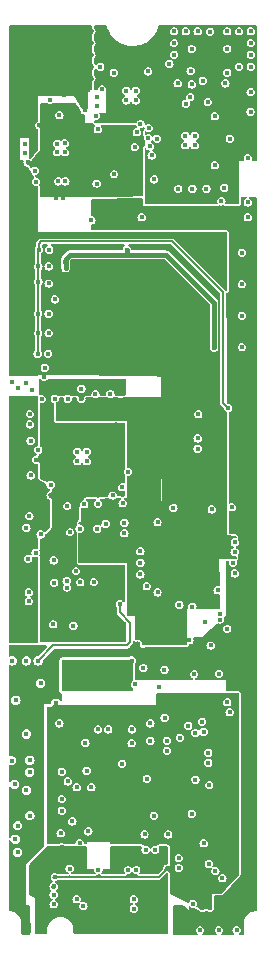
<source format=gbr>
%TF.GenerationSoftware,KiCad,Pcbnew,8.0.6*%
%TF.CreationDate,2024-11-27T08:16:23+01:00*%
%TF.ProjectId,M2SmartHome,4d32536d-6172-4744-986f-6d652e6b6963,rev?*%
%TF.SameCoordinates,Original*%
%TF.FileFunction,Copper,L3,Inr*%
%TF.FilePolarity,Positive*%
%FSLAX46Y46*%
G04 Gerber Fmt 4.6, Leading zero omitted, Abs format (unit mm)*
G04 Created by KiCad (PCBNEW 8.0.6) date 2024-11-27 08:16:23*
%MOMM*%
%LPD*%
G01*
G04 APERTURE LIST*
%TA.AperFunction,ViaPad*%
%ADD10C,0.400000*%
%TD*%
%TA.AperFunction,Conductor*%
%ADD11C,0.400000*%
%TD*%
%TA.AperFunction,Conductor*%
%ADD12C,0.200000*%
%TD*%
%TA.AperFunction,Conductor*%
%ADD13C,0.150000*%
%TD*%
G04 APERTURE END LIST*
D10*
%TO.N,GND*%
X87750000Y-115550000D03*
%TO.N,+3V3_eMMC*%
X87550000Y-135100000D03*
%TO.N,GND*%
X101000000Y-90000000D03*
X97000000Y-88500000D03*
X100000000Y-88500000D03*
X97000000Y-91500000D03*
X100000000Y-90500000D03*
X100000000Y-87000000D03*
X101000000Y-87000000D03*
X95500000Y-88000000D03*
X102000000Y-90000000D03*
X96500000Y-87000000D03*
X98550000Y-87025000D03*
X102000000Y-87000000D03*
X95500000Y-89000000D03*
X102000000Y-89000000D03*
X97500000Y-87000000D03*
X102000000Y-88000000D03*
X95500000Y-87000000D03*
X88175000Y-92000000D03*
X88500000Y-91000000D03*
X88500000Y-90000000D03*
X88500000Y-89000000D03*
X88500000Y-88000000D03*
X83500000Y-91500000D03*
X84500000Y-91500000D03*
X82000000Y-90000000D03*
X82000000Y-89000000D03*
X87500000Y-87000000D03*
X86500000Y-87000000D03*
X84000000Y-87000000D03*
X83000000Y-87000000D03*
X85500000Y-87000000D03*
X82000000Y-87000000D03*
X82000000Y-88000000D03*
X88500000Y-87000000D03*
%TO.N,+3V3_Bridge*%
X98510000Y-150040000D03*
%TO.N,GND*%
X82065000Y-155407500D03*
%TO.N,/pcie-usb-bridge/USB_4_DP*%
X82850000Y-96507500D03*
%TO.N,/pcie-usb-bridge/USB_4_DN*%
X82850000Y-97307500D03*
%TO.N,/sd-card/CRD_PWR*%
X86300000Y-106550000D03*
%TO.N,+3V3_wifi*%
X84100000Y-94952500D03*
%TO.N,GND*%
X100200000Y-144650000D03*
X97100000Y-160872501D03*
X95000000Y-155000000D03*
X85267500Y-137207500D03*
X92250000Y-92050000D03*
X89400000Y-115150000D03*
X101250000Y-108416666D03*
X89300000Y-140600000D03*
X93100000Y-162500000D03*
X97700000Y-163100000D03*
X94300000Y-123307500D03*
X98750000Y-116000000D03*
X97247500Y-96650000D03*
X93300000Y-163100000D03*
X91450000Y-92050000D03*
X88000000Y-147250000D03*
X95900000Y-131207500D03*
X82100000Y-143642499D03*
X94500000Y-120472501D03*
X98400000Y-148072501D03*
X86980000Y-137327500D03*
X96950000Y-123529100D03*
X92175000Y-96800000D03*
X101975000Y-93800000D03*
%TO.N,+3V3_Bridge*%
X85300000Y-159407500D03*
%TO.N,GND*%
X87650000Y-117265001D03*
X88865001Y-94150000D03*
X90300000Y-162700000D03*
X84000000Y-163000000D03*
X83750000Y-104000000D03*
X93000000Y-155000000D03*
X87250000Y-90500000D03*
X89150000Y-107057500D03*
X99515001Y-101400000D03*
X88720000Y-133637500D03*
X92500000Y-136100000D03*
X85000000Y-92807500D03*
X101250000Y-111083332D03*
X93200000Y-150307500D03*
X97850000Y-110350000D03*
X89050000Y-95300000D03*
X98500000Y-126017500D03*
X83800000Y-92807500D03*
X96873726Y-92573726D03*
X84200000Y-142200000D03*
X87300000Y-122607500D03*
X86440000Y-134097500D03*
X86250000Y-109707500D03*
X96700000Y-145807500D03*
X92300000Y-156300000D03*
X99760200Y-120785900D03*
X94600000Y-156300000D03*
X95796250Y-91403750D03*
X85223726Y-91826274D03*
X97000000Y-153250000D03*
X94200000Y-116107500D03*
X97930000Y-91200000D03*
X95900000Y-157000000D03*
X91450000Y-92850000D03*
X83400000Y-157800000D03*
X101250000Y-105750000D03*
X100225000Y-96100000D03*
X87200000Y-132700000D03*
X83277500Y-149730000D03*
X91100000Y-125607500D03*
X92900000Y-160907500D03*
X83750000Y-102750000D03*
X98247502Y-100334999D03*
X99250000Y-122000000D03*
X93800000Y-153407500D03*
X96300000Y-116107500D03*
X89400000Y-91900000D03*
X86000000Y-156100000D03*
X83300000Y-148707500D03*
X85600000Y-96535000D03*
X98450000Y-130017499D03*
X83700000Y-98807500D03*
X83300000Y-153407500D03*
X94800000Y-163100000D03*
X93812503Y-99550000D03*
X87500000Y-155750000D03*
X97155000Y-125897500D03*
X91100000Y-149007500D03*
X85600000Y-97250000D03*
X98315000Y-135522500D03*
X94692409Y-141042409D03*
X98600000Y-139007500D03*
X86250000Y-97250000D03*
X95400000Y-131907500D03*
X99300000Y-163100000D03*
X99307591Y-141399909D03*
X98000000Y-155750000D03*
X88100000Y-123407500D03*
X89800000Y-142607500D03*
X96100000Y-108800000D03*
X98400000Y-132007500D03*
X85300000Y-161800000D03*
X94200000Y-142507500D03*
X84000000Y-162300000D03*
X83800000Y-136607500D03*
X97265001Y-118557500D03*
X89300000Y-142000000D03*
X93600000Y-110100000D03*
X94200000Y-157300000D03*
X90425000Y-99100000D03*
X86250000Y-96500000D03*
X92250000Y-92850000D03*
X88500000Y-151000000D03*
X85300000Y-131800000D03*
X81750000Y-148750000D03*
X93300000Y-134807500D03*
X93600000Y-97515001D03*
X98480000Y-150820000D03*
X83000000Y-140300000D03*
X92900000Y-140907500D03*
X97194454Y-141431891D03*
X89065000Y-146107500D03*
X88100000Y-149607500D03*
X86025000Y-114900000D03*
X86900000Y-142600000D03*
X98350000Y-93000000D03*
X83500000Y-159600000D03*
X96900000Y-90362500D03*
X95050000Y-135722500D03*
X92750000Y-102750000D03*
X96447500Y-96650000D03*
X96500000Y-93150000D03*
X101750000Y-102750000D03*
X91400000Y-142600000D03*
X91900000Y-147272501D03*
X99850000Y-91415001D03*
X96105000Y-125147500D03*
X92400000Y-138100000D03*
X85700000Y-99707500D03*
X86400000Y-133542500D03*
X88950000Y-99892499D03*
X101982500Y-92142500D03*
X87200000Y-163100000D03*
X100000000Y-137607500D03*
X93500000Y-107100000D03*
X93200000Y-128907500D03*
X81800000Y-140300000D03*
X83200000Y-95450000D03*
X87000000Y-161300000D03*
X86700000Y-129407500D03*
X99800000Y-128507500D03*
X94000000Y-126447501D03*
X84500000Y-116250000D03*
X88100000Y-122607500D03*
X87534999Y-157900000D03*
X86500000Y-140500000D03*
X95847500Y-100350000D03*
X101750000Y-101500000D03*
X90800000Y-158007500D03*
X87550000Y-133652500D03*
X93300000Y-122507500D03*
X97047500Y-100335001D03*
X94900000Y-147907500D03*
X83000000Y-146500000D03*
X86050000Y-111757500D03*
X96805546Y-138568109D03*
X97247500Y-95850000D03*
X87920000Y-93700000D03*
X96447500Y-95850000D03*
X87300000Y-123407500D03*
X89250000Y-90000000D03*
X91900000Y-140300000D03*
X88250000Y-154750000D03*
X101250000Y-113750000D03*
X86200000Y-92407500D03*
X94700000Y-145107500D03*
X93500000Y-145607500D03*
X86300000Y-99707500D03*
X88700000Y-162700000D03*
X101750000Y-97750000D03*
X88500000Y-103000000D03*
X99750000Y-100250000D03*
X100800000Y-163100000D03*
%TO.N,+3V3_eMMC*%
X90510051Y-138217157D03*
X86762500Y-131137500D03*
X88850000Y-116865000D03*
X86400000Y-132665001D03*
X90300000Y-125507500D03*
X88300000Y-134650000D03*
X87650000Y-118134999D03*
X85400000Y-117267500D03*
X87200000Y-126907500D03*
X90984999Y-117707500D03*
X97500000Y-121472501D03*
X90881282Y-137881282D03*
X85050000Y-126285000D03*
X84400000Y-137207500D03*
X86500000Y-117272500D03*
X83300000Y-119415001D03*
X90600000Y-120307500D03*
X91217157Y-137510051D03*
X84300000Y-117267500D03*
X86100000Y-137207500D03*
X83820000Y-123267500D03*
%TO.N,Net-(U8-VDD18)*%
X84000000Y-122450000D03*
%TO.N,/emmc/~{reset}*%
X85050000Y-125400000D03*
%TO.N,Net-(U2-VDDI)*%
X83775000Y-131150000D03*
%TO.N,+3V3_uSD*%
X99400000Y-136307500D03*
X100084999Y-118907500D03*
X83950000Y-114300000D03*
X84015001Y-106907500D03*
X99375000Y-136807500D03*
X84000000Y-112557500D03*
X97050000Y-135722500D03*
X84050000Y-105500000D03*
X84015001Y-108207500D03*
X100400000Y-127307500D03*
X100500000Y-131982500D03*
X92650000Y-132982500D03*
X94100000Y-128572501D03*
X84000000Y-110907500D03*
%TO.N,/sd-card/~{reset}*%
X99185000Y-134322500D03*
%TO.N,Net-(U9-VDD18)*%
X95950000Y-135557500D03*
%TO.N,Net-(U9-VDD18PLL)*%
X95450000Y-127357500D03*
%TO.N,/sd-card/DET*%
X98100000Y-137007500D03*
%TO.N,/sd-card/CRD_PWR*%
X100650000Y-132907500D03*
X98900000Y-113307500D03*
X91500000Y-105500000D03*
X98900000Y-113807500D03*
X86315001Y-107057500D03*
X85415001Y-109707500D03*
%TO.N,+3V3_Thread*%
X94500000Y-90884999D03*
X94750000Y-99500000D03*
X97547500Y-101300000D03*
X95647500Y-101300000D03*
X89784999Y-94100000D03*
X93800000Y-94525000D03*
X96947500Y-101300000D03*
X96247500Y-101300000D03*
X102150000Y-91250000D03*
%TO.N,+3V3_wifi*%
X89050000Y-96184999D03*
X85500000Y-101107500D03*
X86100000Y-100407500D03*
X88950000Y-99022503D03*
X85500000Y-100407500D03*
X86200000Y-93342499D03*
X83100000Y-98107500D03*
X86100000Y-101107500D03*
%TO.N,+3V3_Bridge*%
X94900000Y-157900000D03*
X97900000Y-161200000D03*
X86000000Y-147750000D03*
X98610000Y-147380000D03*
X88500000Y-145007500D03*
X98500000Y-160500000D03*
X97565001Y-158000000D03*
X85400000Y-158607500D03*
X92300000Y-145107500D03*
X95300000Y-146107500D03*
X91065000Y-146107500D03*
X97900000Y-160507500D03*
X90400000Y-154807500D03*
X85500000Y-143900000D03*
X99200000Y-143807500D03*
X98550000Y-161200000D03*
X89600000Y-154807500D03*
X91200000Y-154807500D03*
%TO.N,+1V0_core*%
X97300000Y-146407500D03*
X91600000Y-158007500D03*
X86665001Y-157900000D03*
X94900000Y-147072501D03*
X95900000Y-157842499D03*
X97310000Y-150370000D03*
X89100000Y-158007500D03*
X93500000Y-147082500D03*
X92300000Y-158007500D03*
%TO.N,Net-(D2-A)*%
X84000000Y-140300000D03*
X90900000Y-135500000D03*
%TO.N,Net-(D4-A)*%
X83815001Y-99750000D03*
%TO.N,+3V3*%
X83100000Y-163200000D03*
X91712132Y-139560660D03*
X89950000Y-101400000D03*
X92083363Y-139224784D03*
X100500000Y-160407500D03*
X90550000Y-101400000D03*
X91800000Y-101400000D03*
X91200000Y-101400000D03*
X101000000Y-136107500D03*
X101025000Y-136607500D03*
X100800000Y-161600000D03*
X100400000Y-162107500D03*
X101000000Y-137107500D03*
X99700000Y-160407500D03*
X100100000Y-162700000D03*
X98500000Y-163000000D03*
X100025000Y-161007500D03*
X92419239Y-138853553D03*
X89300000Y-101400000D03*
X83100000Y-162600000D03*
X88700000Y-101400000D03*
%TO.N,/pcie-usb-bridge/PERST_L*%
X96000000Y-146807500D03*
%TO.N,Net-(U8-SD_WP)*%
X91600000Y-124307500D03*
%TO.N,/emmc/SCK*%
X97550000Y-119422501D03*
%TO.N,/emmc/SDA*%
X90300000Y-126307500D03*
X97500000Y-122342499D03*
X91150000Y-126957500D03*
%TO.N,/emmc/eMMC.DAT1*%
X91300000Y-129507500D03*
X90115001Y-117707500D03*
%TO.N,/emmc/eMMC.DAT0*%
X88850000Y-117735000D03*
X91300000Y-128607500D03*
%TO.N,/emmc/eMMC.DAT2*%
X89065001Y-127007500D03*
X87500000Y-129107500D03*
%TO.N,/emmc/eMMC.DAT3*%
X83150000Y-131650000D03*
X87900000Y-127042499D03*
X83250000Y-128050000D03*
%TO.N,/emmc/eMMC.DAT4*%
X83350000Y-124600000D03*
X84200000Y-129600000D03*
%TO.N,/emmc/eMMC.DAT5*%
X83300000Y-120284999D03*
X83200000Y-134500000D03*
%TO.N,/emmc/eMMC.DAT6*%
X85400000Y-118107500D03*
X89700000Y-128707500D03*
%TO.N,/emmc/eMMC.DAT7*%
X86500000Y-118107500D03*
X89000000Y-129107500D03*
%TO.N,/emmc/eMMC.CLK*%
X84300000Y-118137500D03*
X83200000Y-135250000D03*
%TO.N,/emmc/eMMC.CMD*%
X83350000Y-121665001D03*
X83000000Y-129050000D03*
%TO.N,/sd-card/uSD.D1*%
X84834999Y-114307500D03*
X92650000Y-131032500D03*
%TO.N,/sd-card/uSD.CLK*%
X93200000Y-133982500D03*
X84884999Y-110907500D03*
%TO.N,/sd-card/uSD.CMD*%
X94100000Y-134507500D03*
X84884999Y-108357500D03*
%TO.N,/sd-card/uSD.D0*%
X84884999Y-112557500D03*
X92650000Y-131982500D03*
%TO.N,Net-(U5-RSTB)*%
X92650000Y-94850000D03*
%TO.N,Net-(U5-VBUS)*%
X92350000Y-95550000D03*
X95100000Y-89765001D03*
%TO.N,/sd-card/uSD.D3*%
X100625000Y-131082500D03*
X84884999Y-106907500D03*
%TO.N,/sd-card/uSD.D2*%
X100650000Y-130282500D03*
X84934999Y-105507500D03*
%TO.N,Net-(U9-SD_WP)*%
X98700000Y-127482500D03*
%TO.N,/thread-or-zigbee/RESET*%
X98947500Y-94200000D03*
X98947500Y-98350000D03*
%TO.N,Net-(U1-CHIP_EN)*%
X85800000Y-94107500D03*
%TO.N,Net-(U3-RREF[4])*%
X98400000Y-148942499D03*
%TO.N,Net-(U3-RREF[3])*%
X98000000Y-146310000D03*
%TO.N,Net-(U3-RREF[2])*%
X89935000Y-146107500D03*
%TO.N,Net-(U3-TEST5)*%
X91935000Y-146107500D03*
%TO.N,Net-(U3-TEST3)*%
X99000000Y-158100000D03*
%TO.N,Net-(U3-TEST6)*%
X98434999Y-157500000D03*
%TO.N,/pcie-usb-bridge/EEPD*%
X100000000Y-143807500D03*
%TO.N,/pcie-usb-bridge/EECLK*%
X97875000Y-145457500D03*
%TO.N,Net-(U2-RST_N)*%
X85350000Y-133700000D03*
X86450000Y-127200000D03*
%TO.N,Net-(U3-IO_HIT_I)*%
X85800000Y-145600000D03*
%TO.N,Net-(U3-LEG_EMU_EN)*%
X86000000Y-153007500D03*
%TO.N,Net-(U3-PME_L)*%
X92200000Y-142307500D03*
%TO.N,Net-(U3-IRQ12_O)*%
X82000000Y-150757500D03*
%TO.N,Net-(U3-IRQ12_I)*%
X86000000Y-152007500D03*
%TO.N,Net-(U3-SMBDATA)*%
X99600000Y-158707500D03*
%TO.N,Net-(U3-SCAN_EN)*%
X86500000Y-150507500D03*
%TO.N,Net-(U3-SMBCLK)*%
X86900000Y-153907500D03*
%TO.N,Net-(U3-IRQ1_I)*%
X87250000Y-151007500D03*
%TO.N,Net-(U3-TDI)*%
X82250000Y-156507500D03*
%TO.N,Net-(U3-SMI_O)*%
X86000000Y-149707500D03*
%TO.N,Net-(U3-TDO)*%
X82250000Y-154257500D03*
%TO.N,Net-(U3-IRQ1_O)*%
X83000000Y-151257500D03*
%TO.N,Net-(U3-TCK)*%
X85900000Y-154907500D03*
%TO.N,/thread-or-zigbee/UART_TX*%
X93450000Y-96750000D03*
X93300000Y-90400000D03*
%TO.N,/thread-or-zigbee/UART_RX*%
X90400000Y-90500000D03*
X94050000Y-96100000D03*
%TO.N,/thread-or-zigbee/SWDIO*%
X93300000Y-96050000D03*
%TO.N,/thread-or-zigbee/SWCLK*%
X93350000Y-95192500D03*
%TO.N,Net-(J5-B)*%
X84550000Y-115500000D03*
%TO.N,/pcie-usb-bridge/USB_3_DP*%
X81750000Y-116667157D03*
X88950000Y-92550000D03*
%TO.N,/pcie-usb-bridge/USB_4_DP*%
X82950000Y-116784314D03*
%TO.N,/pcie-usb-bridge/USB_3_DN*%
X88950000Y-93350000D03*
X82300000Y-117232843D03*
%TO.N,/pcie-usb-bridge/USB_4_DN*%
X83515686Y-117350000D03*
%TO.N,/PCIE.REFCLKN*%
X85300000Y-160107501D03*
%TO.N,/PCIE.REFCLKP*%
X85300000Y-160907500D03*
%TO.N,/PCIE.PERP*%
X87257157Y-160494657D03*
X92100000Y-160507499D03*
%TO.N,/PCIE.PERN*%
X92100000Y-161307500D03*
X87822843Y-161060343D03*
%TO.N,/pcie-usb-bridge/PCIE.REFCLK2N*%
X93900000Y-156300000D03*
%TO.N,/pcie-usb-bridge/PCIE.REFCLK2P*%
X93100000Y-156300000D03*
%TD*%
D11*
%TO.N,/sd-card/CRD_PWR*%
X91500000Y-105907500D02*
X94807500Y-105907500D01*
X94807500Y-105907500D02*
X98900000Y-110000000D01*
X98900000Y-110000000D02*
X98900000Y-113307500D01*
X91500000Y-105500000D02*
X91500000Y-105907500D01*
X86650000Y-105907500D02*
X86315001Y-106242499D01*
X91500000Y-105907500D02*
X86650000Y-105907500D01*
X86315001Y-106242499D02*
X86315001Y-107057500D01*
D12*
%TO.N,+3V3_uSD*%
X83950000Y-112607500D02*
X84000000Y-112557500D01*
X84050000Y-105500000D02*
X84050000Y-105000000D01*
X84050000Y-105000000D02*
X84250000Y-104800000D01*
X84000000Y-112557500D02*
X84000000Y-110907500D01*
X95350000Y-104800000D02*
X99650000Y-109100000D01*
X83950000Y-114300000D02*
X83950000Y-112607500D01*
X84250000Y-104800000D02*
X95350000Y-104800000D01*
X99650000Y-109100000D02*
X99650000Y-118472501D01*
X84015001Y-108207500D02*
X84015001Y-106907500D01*
X84000000Y-108222501D02*
X84015001Y-108207500D01*
X99650000Y-118472501D02*
X100084999Y-118907500D01*
X84000000Y-110907500D02*
X84000000Y-108222501D01*
X84015001Y-106907500D02*
X84015001Y-105534999D01*
X84015001Y-105534999D02*
X84050000Y-105500000D01*
D11*
%TO.N,/sd-card/CRD_PWR*%
X98900000Y-113307500D02*
X98900000Y-113707500D01*
D12*
%TO.N,+3V3_Bridge*%
X94192500Y-158607500D02*
X94900000Y-157900000D01*
X85400000Y-158607500D02*
X94192500Y-158607500D01*
D13*
%TO.N,Net-(D2-A)*%
X91500000Y-139007500D02*
X91800000Y-138707500D01*
X90900000Y-136200000D02*
X90900000Y-135500000D01*
X85292500Y-139007500D02*
X91500000Y-139007500D01*
X91800000Y-137100000D02*
X90900000Y-136200000D01*
X91800000Y-138707500D02*
X91800000Y-137100000D01*
X84000000Y-140300000D02*
X85292500Y-139007500D01*
D11*
%TO.N,+3V3*%
X83100000Y-163200000D02*
X83100000Y-162600000D01*
%TD*%
%TA.AperFunction,Conductor*%
%TO.N,GND*%
G36*
X83959206Y-117921674D02*
G01*
X83980880Y-117974000D01*
X83972814Y-118007596D01*
X83962500Y-118027837D01*
X83962500Y-118027838D01*
X83945131Y-118137500D01*
X83962499Y-118247157D01*
X83962499Y-118247158D01*
X83962499Y-118247159D01*
X83962500Y-118247161D01*
X83991935Y-118304930D01*
X84000000Y-118338525D01*
X84000000Y-122031929D01*
X83978326Y-122084255D01*
X83937576Y-122105018D01*
X83890339Y-122112499D01*
X83791412Y-122162905D01*
X83712905Y-122241412D01*
X83662499Y-122340339D01*
X83645131Y-122450000D01*
X83662499Y-122559660D01*
X83662500Y-122559661D01*
X83712905Y-122658587D01*
X83791413Y-122737095D01*
X83862125Y-122773124D01*
X83898908Y-122816191D01*
X83894465Y-122872654D01*
X83851398Y-122909437D01*
X83825824Y-122911452D01*
X83825824Y-122912631D01*
X83820000Y-122912631D01*
X83710339Y-122929999D01*
X83611412Y-122980405D01*
X83532905Y-123058912D01*
X83482499Y-123157839D01*
X83465131Y-123267500D01*
X83482499Y-123377160D01*
X83482500Y-123377161D01*
X83532905Y-123476087D01*
X83611413Y-123554595D01*
X83710339Y-123605000D01*
X83820000Y-123622369D01*
X83914424Y-123607413D01*
X83969496Y-123620634D01*
X83999089Y-123668925D01*
X84000000Y-123680502D01*
X84000000Y-124950000D01*
X84659429Y-125312686D01*
X84694833Y-125356894D01*
X84696857Y-125389097D01*
X84695131Y-125399999D01*
X84712499Y-125509660D01*
X84712500Y-125509661D01*
X84762905Y-125608587D01*
X84841413Y-125687095D01*
X84940339Y-125737500D01*
X84945876Y-125739299D01*
X84945103Y-125741678D01*
X84985861Y-125766647D01*
X85000000Y-125810151D01*
X85000000Y-125874848D01*
X84978326Y-125927174D01*
X84945326Y-125943990D01*
X84945882Y-125945699D01*
X84940341Y-125947499D01*
X84841412Y-125997905D01*
X84762905Y-126076412D01*
X84712499Y-126175339D01*
X84695131Y-126285000D01*
X84712499Y-126394660D01*
X84712500Y-126394661D01*
X84762905Y-126493587D01*
X84841413Y-126572095D01*
X84936227Y-126620405D01*
X84940339Y-126622500D01*
X84945876Y-126624299D01*
X84945103Y-126626678D01*
X84985861Y-126651647D01*
X85000000Y-126695151D01*
X85000000Y-128969347D01*
X84978326Y-129021673D01*
X84599485Y-129400513D01*
X84547159Y-129422187D01*
X84494833Y-129400513D01*
X84487294Y-129391686D01*
X84487097Y-129391415D01*
X84408587Y-129312905D01*
X84309660Y-129262499D01*
X84200000Y-129245131D01*
X84090339Y-129262499D01*
X83991412Y-129312905D01*
X83912905Y-129391412D01*
X83862499Y-129490339D01*
X83845131Y-129600000D01*
X83862499Y-129709660D01*
X83912905Y-129808587D01*
X83991414Y-129887096D01*
X83991681Y-129887290D01*
X83991796Y-129887478D01*
X83995531Y-129891213D01*
X83994634Y-129892109D01*
X84021276Y-129935579D01*
X84008057Y-129990652D01*
X84000519Y-129999480D01*
X84000001Y-129999997D01*
X84000000Y-130000001D01*
X84000000Y-130750510D01*
X83978326Y-130802836D01*
X83926000Y-130824510D01*
X83892408Y-130816446D01*
X83884662Y-130812500D01*
X83775000Y-130795131D01*
X83665339Y-130812499D01*
X83566412Y-130862905D01*
X83487905Y-130941412D01*
X83437499Y-131040339D01*
X83420131Y-131150000D01*
X83437499Y-131259661D01*
X83438152Y-131261669D01*
X83438041Y-131263077D01*
X83438411Y-131265414D01*
X83437849Y-131265502D01*
X83433704Y-131318132D01*
X83390635Y-131354912D01*
X83334177Y-131350467D01*
X83259660Y-131312499D01*
X83150000Y-131295131D01*
X83040339Y-131312499D01*
X82941412Y-131362905D01*
X82862905Y-131441412D01*
X82812499Y-131540339D01*
X82795131Y-131650000D01*
X82812499Y-131759660D01*
X82812500Y-131759661D01*
X82862905Y-131858587D01*
X82941413Y-131937095D01*
X83040339Y-131987500D01*
X83150000Y-132004869D01*
X83259661Y-131987500D01*
X83358587Y-131937095D01*
X83437095Y-131858587D01*
X83487500Y-131759661D01*
X83504869Y-131650000D01*
X83487500Y-131540339D01*
X83486849Y-131538335D01*
X83486959Y-131536927D01*
X83486589Y-131534586D01*
X83487151Y-131534496D01*
X83491292Y-131481873D01*
X83534359Y-131445089D01*
X83590821Y-131449532D01*
X83590822Y-131449532D01*
X83665339Y-131487500D01*
X83775000Y-131504869D01*
X83884661Y-131487500D01*
X83892403Y-131483554D01*
X83948866Y-131479110D01*
X83991934Y-131515892D01*
X84000000Y-131549489D01*
X84000000Y-138720500D01*
X83978326Y-138772826D01*
X83926000Y-138794500D01*
X81599497Y-138794500D01*
X81580304Y-138796010D01*
X81526439Y-138778507D01*
X81500728Y-138728042D01*
X81500500Y-138722238D01*
X81500500Y-134500000D01*
X82845131Y-134500000D01*
X82862499Y-134609660D01*
X82912905Y-134708587D01*
X82991413Y-134787095D01*
X83034532Y-134809066D01*
X83071314Y-134852133D01*
X83066870Y-134908596D01*
X83034532Y-134940934D01*
X82991413Y-134962904D01*
X82912905Y-135041412D01*
X82862499Y-135140339D01*
X82845131Y-135250000D01*
X82862499Y-135359660D01*
X82862500Y-135359661D01*
X82912905Y-135458587D01*
X82991413Y-135537095D01*
X83090339Y-135587500D01*
X83200000Y-135604869D01*
X83309661Y-135587500D01*
X83408587Y-135537095D01*
X83487095Y-135458587D01*
X83537500Y-135359661D01*
X83554869Y-135250000D01*
X83537500Y-135140339D01*
X83487095Y-135041413D01*
X83408587Y-134962905D01*
X83365467Y-134940934D01*
X83328685Y-134897867D01*
X83333128Y-134841405D01*
X83365468Y-134809065D01*
X83408587Y-134787095D01*
X83487095Y-134708587D01*
X83537500Y-134609661D01*
X83554869Y-134500000D01*
X83537500Y-134390339D01*
X83487095Y-134291413D01*
X83408587Y-134212905D01*
X83309660Y-134162499D01*
X83200000Y-134145131D01*
X83090339Y-134162499D01*
X82991412Y-134212905D01*
X82912905Y-134291412D01*
X82862499Y-134390339D01*
X82845131Y-134500000D01*
X81500500Y-134500000D01*
X81500500Y-129050000D01*
X82645131Y-129050000D01*
X82662499Y-129159660D01*
X82706049Y-129245131D01*
X82712905Y-129258587D01*
X82791413Y-129337095D01*
X82890339Y-129387500D01*
X83000000Y-129404869D01*
X83109661Y-129387500D01*
X83208587Y-129337095D01*
X83287095Y-129258587D01*
X83337500Y-129159661D01*
X83354869Y-129050000D01*
X83337500Y-128940339D01*
X83287095Y-128841413D01*
X83208587Y-128762905D01*
X83188423Y-128752631D01*
X83109660Y-128712499D01*
X83000000Y-128695131D01*
X82890339Y-128712499D01*
X82791412Y-128762905D01*
X82712905Y-128841412D01*
X82662499Y-128940339D01*
X82645131Y-129050000D01*
X81500500Y-129050000D01*
X81500500Y-128050000D01*
X82895131Y-128050000D01*
X82912499Y-128159660D01*
X82912500Y-128159661D01*
X82962905Y-128258587D01*
X83041413Y-128337095D01*
X83140339Y-128387500D01*
X83250000Y-128404869D01*
X83359661Y-128387500D01*
X83458587Y-128337095D01*
X83537095Y-128258587D01*
X83587500Y-128159661D01*
X83604869Y-128050000D01*
X83587500Y-127940339D01*
X83537095Y-127841413D01*
X83458587Y-127762905D01*
X83359660Y-127712499D01*
X83250000Y-127695131D01*
X83140339Y-127712499D01*
X83041412Y-127762905D01*
X82962905Y-127841412D01*
X82912499Y-127940339D01*
X82895131Y-128050000D01*
X81500500Y-128050000D01*
X81500500Y-124600000D01*
X82995131Y-124600000D01*
X83012499Y-124709660D01*
X83012500Y-124709661D01*
X83062905Y-124808587D01*
X83141413Y-124887095D01*
X83240339Y-124937500D01*
X83350000Y-124954869D01*
X83459661Y-124937500D01*
X83558587Y-124887095D01*
X83637095Y-124808587D01*
X83687500Y-124709661D01*
X83704869Y-124600000D01*
X83687500Y-124490339D01*
X83637095Y-124391413D01*
X83558587Y-124312905D01*
X83459660Y-124262499D01*
X83350000Y-124245131D01*
X83240339Y-124262499D01*
X83141412Y-124312905D01*
X83062905Y-124391412D01*
X83012499Y-124490339D01*
X82995131Y-124600000D01*
X81500500Y-124600000D01*
X81500500Y-121665001D01*
X82995131Y-121665001D01*
X83012499Y-121774661D01*
X83012500Y-121774662D01*
X83062905Y-121873588D01*
X83141413Y-121952096D01*
X83240339Y-122002501D01*
X83350000Y-122019870D01*
X83459661Y-122002501D01*
X83558587Y-121952096D01*
X83637095Y-121873588D01*
X83687500Y-121774662D01*
X83704869Y-121665001D01*
X83687500Y-121555340D01*
X83637095Y-121456414D01*
X83558587Y-121377906D01*
X83459660Y-121327500D01*
X83350000Y-121310132D01*
X83240339Y-121327500D01*
X83141412Y-121377906D01*
X83062905Y-121456413D01*
X83012499Y-121555340D01*
X82995131Y-121665001D01*
X81500500Y-121665001D01*
X81500500Y-120284999D01*
X82945131Y-120284999D01*
X82962499Y-120394659D01*
X82962500Y-120394660D01*
X83012905Y-120493586D01*
X83091413Y-120572094D01*
X83190339Y-120622499D01*
X83300000Y-120639868D01*
X83409661Y-120622499D01*
X83508587Y-120572094D01*
X83587095Y-120493586D01*
X83637500Y-120394660D01*
X83654869Y-120284999D01*
X83637500Y-120175338D01*
X83587095Y-120076412D01*
X83508587Y-119997904D01*
X83409660Y-119947498D01*
X83300000Y-119930130D01*
X83190339Y-119947498D01*
X83091412Y-119997904D01*
X83012905Y-120076411D01*
X82962499Y-120175338D01*
X82945131Y-120284999D01*
X81500500Y-120284999D01*
X81500500Y-119415001D01*
X82945131Y-119415001D01*
X82962499Y-119524661D01*
X82962500Y-119524662D01*
X83012905Y-119623588D01*
X83091413Y-119702096D01*
X83190339Y-119752501D01*
X83300000Y-119769870D01*
X83409661Y-119752501D01*
X83508587Y-119702096D01*
X83587095Y-119623588D01*
X83637500Y-119524662D01*
X83654869Y-119415001D01*
X83637500Y-119305340D01*
X83587095Y-119206414D01*
X83508587Y-119127906D01*
X83409660Y-119077500D01*
X83300000Y-119060132D01*
X83190339Y-119077500D01*
X83091412Y-119127906D01*
X83012905Y-119206413D01*
X82962499Y-119305340D01*
X82945131Y-119415001D01*
X81500500Y-119415001D01*
X81500500Y-117974000D01*
X81522174Y-117921674D01*
X81574500Y-117900000D01*
X83906880Y-117900000D01*
X83959206Y-117921674D01*
G37*
%TD.AperFunction*%
%TA.AperFunction,Conductor*%
G36*
X88526104Y-86522174D02*
G01*
X88547777Y-86574080D01*
X88547786Y-86575802D01*
X88547786Y-86575806D01*
X88548038Y-86620114D01*
X88548373Y-86678846D01*
X88548373Y-86678847D01*
X88560375Y-86737870D01*
X88560376Y-86737873D01*
X88560377Y-86737876D01*
X88582050Y-86789779D01*
X88582052Y-86789782D01*
X88582053Y-86789784D01*
X88615588Y-86839816D01*
X88651437Y-86875665D01*
X88665043Y-86894392D01*
X88682446Y-86928548D01*
X88689601Y-86950566D01*
X88695597Y-86988423D01*
X88695597Y-87011575D01*
X88689601Y-87049432D01*
X88682446Y-87071452D01*
X88665044Y-87105604D01*
X88651438Y-87124332D01*
X88619252Y-87156520D01*
X88618766Y-87157006D01*
X88584907Y-87208084D01*
X88563530Y-87260535D01*
X88552033Y-87320115D01*
X88554115Y-87684590D01*
X88566120Y-87743622D01*
X88566122Y-87743626D01*
X88587794Y-87795525D01*
X88621328Y-87845556D01*
X88651437Y-87875665D01*
X88665043Y-87894392D01*
X88682446Y-87928548D01*
X88689601Y-87950566D01*
X88695597Y-87988423D01*
X88695597Y-88011575D01*
X88689601Y-88049432D01*
X88682446Y-88071452D01*
X88665044Y-88105604D01*
X88651439Y-88124331D01*
X88624630Y-88151141D01*
X88624626Y-88151147D01*
X88590584Y-88202407D01*
X88590583Y-88202410D01*
X88569211Y-88254848D01*
X88569208Y-88254856D01*
X88557710Y-88314433D01*
X88558771Y-88499999D01*
X88558771Y-88500004D01*
X88558776Y-88500884D01*
X88559858Y-88690332D01*
X88571860Y-88749353D01*
X88571864Y-88749366D01*
X88593532Y-88801260D01*
X88627070Y-88851298D01*
X88651437Y-88875665D01*
X88665043Y-88894392D01*
X88682446Y-88928548D01*
X88689601Y-88950566D01*
X88695597Y-88988423D01*
X88695597Y-89011575D01*
X88689601Y-89049432D01*
X88682446Y-89071452D01*
X88665044Y-89105604D01*
X88651439Y-89124331D01*
X88630308Y-89145464D01*
X88630303Y-89145470D01*
X88596261Y-89196730D01*
X88596260Y-89196733D01*
X88574888Y-89249171D01*
X88574885Y-89249179D01*
X88563387Y-89308756D01*
X88564866Y-89567570D01*
X88565600Y-89696074D01*
X88577604Y-89755103D01*
X88581737Y-89765000D01*
X88581737Y-89765001D01*
X88581738Y-89765002D01*
X88599276Y-89807004D01*
X88632812Y-89857040D01*
X88651436Y-89875664D01*
X88665042Y-89894391D01*
X88670512Y-89905125D01*
X88670512Y-89905126D01*
X88699111Y-89944487D01*
X88702913Y-89948289D01*
X88724587Y-90000615D01*
X88708702Y-90046426D01*
X88670513Y-90094871D01*
X88665043Y-90105607D01*
X88651438Y-90124333D01*
X88635985Y-90139787D01*
X88635976Y-90139797D01*
X88601939Y-90191051D01*
X88601933Y-90191062D01*
X88580562Y-90243502D01*
X88580561Y-90243503D01*
X88569064Y-90303084D01*
X88569624Y-90400889D01*
X88570190Y-90499999D01*
X88570190Y-90500004D01*
X88570195Y-90500884D01*
X88571342Y-90701816D01*
X88583344Y-90760839D01*
X88583345Y-90760842D01*
X88583346Y-90760845D01*
X88605019Y-90812748D01*
X88605021Y-90812751D01*
X88605022Y-90812753D01*
X88638557Y-90862785D01*
X88651437Y-90875665D01*
X88665043Y-90894392D01*
X88682446Y-90928548D01*
X88689601Y-90950566D01*
X88695597Y-90988423D01*
X88695597Y-91011575D01*
X88689601Y-91049432D01*
X88682446Y-91071452D01*
X88665044Y-91105605D01*
X88651438Y-91124333D01*
X88641663Y-91134107D01*
X88641655Y-91134118D01*
X88607617Y-91185373D01*
X88607614Y-91185379D01*
X88601655Y-91199999D01*
X88601654Y-91200002D01*
X88601653Y-91200001D01*
X88586239Y-91237821D01*
X88574741Y-91297405D01*
X88575349Y-91403748D01*
X88575349Y-91403752D01*
X88575354Y-91404631D01*
X88578329Y-91925577D01*
X88556954Y-91978026D01*
X88504753Y-91999999D01*
X88504330Y-92000000D01*
X88175000Y-92000000D01*
X88175000Y-93526000D01*
X88153326Y-93578326D01*
X88101000Y-93600000D01*
X87740472Y-93600000D01*
X87688146Y-93578326D01*
X87678165Y-93565922D01*
X87000000Y-92507500D01*
X84000000Y-92507500D01*
X84000000Y-94564730D01*
X83978326Y-94617056D01*
X83959595Y-94630665D01*
X83891412Y-94665405D01*
X83812905Y-94743912D01*
X83762499Y-94842839D01*
X83745131Y-94952500D01*
X83762499Y-95062160D01*
X83772796Y-95082368D01*
X83812905Y-95161087D01*
X83891413Y-95239595D01*
X83959595Y-95274335D01*
X83996378Y-95317402D01*
X84000000Y-95340270D01*
X84000000Y-96974041D01*
X83983784Y-97020269D01*
X83371175Y-97786028D01*
X83321563Y-97813347D01*
X83279797Y-97805735D01*
X83240406Y-97785665D01*
X83203622Y-97742598D01*
X83200000Y-97719730D01*
X83200000Y-97344065D01*
X83200911Y-97332489D01*
X83201754Y-97327164D01*
X83204869Y-97307500D01*
X83200911Y-97282510D01*
X83200000Y-97270934D01*
X83200000Y-96544065D01*
X83200911Y-96532489D01*
X83203358Y-96517037D01*
X83204869Y-96507500D01*
X83200911Y-96482510D01*
X83200000Y-96470934D01*
X83200000Y-96000000D01*
X82475000Y-96000000D01*
X82475000Y-97900000D01*
X82692437Y-97900000D01*
X82744763Y-97921674D01*
X82766437Y-97974000D01*
X82762817Y-97996862D01*
X82762500Y-97997837D01*
X82745131Y-98107500D01*
X82762499Y-98217160D01*
X82771055Y-98233952D01*
X82812905Y-98316087D01*
X82891413Y-98394595D01*
X82990339Y-98445000D01*
X83088416Y-98460534D01*
X83136707Y-98490127D01*
X83141090Y-98496909D01*
X83635026Y-99361297D01*
X83642169Y-99417482D01*
X83610404Y-99458497D01*
X83611122Y-99459485D01*
X83607733Y-99461946D01*
X83607490Y-99462261D01*
X83606751Y-99462660D01*
X83606413Y-99462905D01*
X83527906Y-99541412D01*
X83477500Y-99640339D01*
X83460132Y-99750000D01*
X83477500Y-99859660D01*
X83477501Y-99859661D01*
X83527906Y-99958587D01*
X83606414Y-100037095D01*
X83705340Y-100087500D01*
X83815001Y-100104869D01*
X83914424Y-100089121D01*
X83969496Y-100102342D01*
X83999089Y-100150633D01*
X84000000Y-100162210D01*
X84000000Y-104695738D01*
X83897695Y-104798043D01*
X83837637Y-104858101D01*
X83837634Y-104858105D01*
X83799500Y-104950170D01*
X83799500Y-105224166D01*
X83777826Y-105276492D01*
X83762905Y-105291412D01*
X83712499Y-105390339D01*
X83695131Y-105500000D01*
X83712500Y-105609663D01*
X83756435Y-105695890D01*
X83764501Y-105729485D01*
X83764501Y-106631666D01*
X83742827Y-106683992D01*
X83727906Y-106698912D01*
X83677500Y-106797839D01*
X83660132Y-106907500D01*
X83677500Y-107017160D01*
X83727906Y-107116087D01*
X83742827Y-107131008D01*
X83764501Y-107183334D01*
X83764501Y-107931666D01*
X83742827Y-107983992D01*
X83727906Y-107998912D01*
X83677500Y-108097839D01*
X83660132Y-108207500D01*
X83677500Y-108317160D01*
X83727907Y-108416089D01*
X83731329Y-108420799D01*
X83730162Y-108421646D01*
X83749500Y-108468333D01*
X83749500Y-110631666D01*
X83727826Y-110683992D01*
X83712905Y-110698912D01*
X83662499Y-110797839D01*
X83645131Y-110907500D01*
X83662499Y-111017160D01*
X83712905Y-111116087D01*
X83727826Y-111131008D01*
X83749500Y-111183334D01*
X83749500Y-112281666D01*
X83727826Y-112333992D01*
X83712905Y-112348912D01*
X83662499Y-112447839D01*
X83645131Y-112557500D01*
X83662500Y-112667163D01*
X83691434Y-112723949D01*
X83699500Y-112757544D01*
X83699500Y-114024166D01*
X83677826Y-114076492D01*
X83662905Y-114091412D01*
X83612499Y-114190339D01*
X83595131Y-114300000D01*
X83612499Y-114409660D01*
X83612500Y-114409661D01*
X83662905Y-114508587D01*
X83741413Y-114587095D01*
X83840339Y-114637500D01*
X83950000Y-114654869D01*
X84000000Y-114646949D01*
X84000000Y-116107500D01*
X84000000Y-116126000D01*
X83978326Y-116178326D01*
X83926000Y-116200000D01*
X81574500Y-116200000D01*
X81522174Y-116178326D01*
X81500500Y-116126000D01*
X81500500Y-86574500D01*
X81522174Y-86522174D01*
X81574500Y-86500500D01*
X88473778Y-86500500D01*
X88526104Y-86522174D01*
G37*
%TD.AperFunction*%
%TA.AperFunction,Conductor*%
G36*
X89269497Y-89821425D02*
G01*
X89299089Y-89869717D01*
X89300000Y-89881292D01*
X89300000Y-90118707D01*
X89278326Y-90171033D01*
X89226000Y-90192707D01*
X89214423Y-90191796D01*
X89200565Y-90189601D01*
X89178548Y-90182446D01*
X89144392Y-90165043D01*
X89125665Y-90151437D01*
X89098561Y-90124333D01*
X89084952Y-90105601D01*
X89079484Y-90094869D01*
X89050887Y-90055510D01*
X89047084Y-90051707D01*
X89025410Y-89999381D01*
X89041297Y-89953567D01*
X89041917Y-89952779D01*
X89041922Y-89952776D01*
X89079486Y-89905127D01*
X89084952Y-89894398D01*
X89098559Y-89875666D01*
X89125666Y-89848559D01*
X89144393Y-89834954D01*
X89178546Y-89817552D01*
X89200562Y-89810398D01*
X89214425Y-89808203D01*
X89269497Y-89821425D01*
G37*
%TD.AperFunction*%
%TD*%
%TA.AperFunction,Conductor*%
%TO.N,GND*%
G36*
X91978326Y-140221674D02*
G01*
X92000000Y-140274000D01*
X92000000Y-141981166D01*
X91978326Y-142033492D01*
X91912905Y-142098912D01*
X91862499Y-142197839D01*
X91845131Y-142307500D01*
X91862499Y-142417160D01*
X91862500Y-142417161D01*
X91912905Y-142516087D01*
X91978326Y-142581508D01*
X92000000Y-142633832D01*
X92000000Y-142826000D01*
X91978326Y-142878326D01*
X91926000Y-142900000D01*
X86074000Y-142900000D01*
X86021674Y-142878326D01*
X86000000Y-142826000D01*
X86000000Y-140274000D01*
X86021674Y-140221674D01*
X86074000Y-140200000D01*
X91926000Y-140200000D01*
X91978326Y-140221674D01*
G37*
%TD.AperFunction*%
%TD*%
%TA.AperFunction,Conductor*%
%TO.N,+3V3*%
G36*
X84729568Y-139018907D02*
G01*
X84765532Y-139068407D01*
X84765532Y-139129593D01*
X84741380Y-139169004D01*
X84041607Y-139868775D01*
X83987091Y-139896552D01*
X83899348Y-139910449D01*
X83874696Y-139914354D01*
X83874695Y-139914354D01*
X83874692Y-139914355D01*
X83761659Y-139971949D01*
X83671949Y-140061659D01*
X83614355Y-140174692D01*
X83614354Y-140174696D01*
X83597781Y-140279334D01*
X83589581Y-140295427D01*
X83597781Y-140320665D01*
X83614354Y-140425303D01*
X83614355Y-140425307D01*
X83653437Y-140502008D01*
X83671950Y-140538342D01*
X83761658Y-140628050D01*
X83874696Y-140685646D01*
X84000000Y-140705492D01*
X84125304Y-140685646D01*
X84238342Y-140628050D01*
X84328050Y-140538342D01*
X84385646Y-140425304D01*
X84403448Y-140312904D01*
X84431224Y-140258390D01*
X84431225Y-140258389D01*
X85377620Y-139311996D01*
X85432136Y-139284219D01*
X85447623Y-139283000D01*
X91554799Y-139283000D01*
X91554800Y-139283000D01*
X91656058Y-139241057D01*
X91733557Y-139163558D01*
X91733556Y-139163558D01*
X91897115Y-139000000D01*
X92572909Y-139000000D01*
X92573697Y-139004637D01*
X92573699Y-139004641D01*
X92595373Y-139056967D01*
X92632001Y-139115261D01*
X92706589Y-139168183D01*
X92758915Y-139189857D01*
X92837556Y-139205500D01*
X92837557Y-139205500D01*
X93000000Y-139205500D01*
X93000000Y-140000000D01*
X92166392Y-140000000D01*
X92138342Y-139971950D01*
X92055554Y-139929767D01*
X92025307Y-139914355D01*
X92025304Y-139914354D01*
X91900000Y-139894508D01*
X91774696Y-139914354D01*
X91774692Y-139914355D01*
X91661658Y-139971949D01*
X91656643Y-139975594D01*
X91598454Y-139994500D01*
X86073999Y-139994500D01*
X85995357Y-140010143D01*
X85943035Y-140031815D01*
X85884739Y-140068444D01*
X85831816Y-140143033D01*
X85810143Y-140195360D01*
X85794500Y-140273999D01*
X85794500Y-142826000D01*
X85810143Y-142904642D01*
X85831815Y-142956964D01*
X85831817Y-142956967D01*
X85868445Y-143015261D01*
X85943033Y-143068183D01*
X85943034Y-143068183D01*
X85943035Y-143068184D01*
X85947901Y-143070874D01*
X85946659Y-143073119D01*
X85985382Y-143106154D01*
X86000000Y-143157929D01*
X86000000Y-143594601D01*
X85981093Y-143652792D01*
X85931593Y-143688756D01*
X85870407Y-143688756D01*
X85830996Y-143664605D01*
X85828051Y-143661660D01*
X85828050Y-143661658D01*
X85738342Y-143571950D01*
X85734406Y-143569944D01*
X85625307Y-143514355D01*
X85625304Y-143514354D01*
X85500000Y-143494508D01*
X85374696Y-143514354D01*
X85374692Y-143514355D01*
X85261659Y-143571949D01*
X85171949Y-143661659D01*
X85114355Y-143774692D01*
X85114354Y-143774696D01*
X85094508Y-143899999D01*
X85094508Y-143901000D01*
X85094198Y-143901951D01*
X85093289Y-143907696D01*
X85092379Y-143907551D01*
X85075601Y-143959191D01*
X85026101Y-143995155D01*
X84995508Y-144000000D01*
X84500000Y-144000000D01*
X84500000Y-144000001D01*
X84500000Y-155958992D01*
X84481093Y-156017183D01*
X84471004Y-156028996D01*
X83000000Y-157500000D01*
X83000000Y-157757533D01*
X82998781Y-157773020D01*
X82994508Y-157799999D01*
X82998781Y-157826977D01*
X83000000Y-157842465D01*
X83000000Y-161000000D01*
X81500500Y-161000000D01*
X81500500Y-156507499D01*
X81844508Y-156507499D01*
X81844508Y-156507500D01*
X81864354Y-156632803D01*
X81864355Y-156632807D01*
X81919944Y-156741906D01*
X81921950Y-156745842D01*
X82011658Y-156835550D01*
X82124696Y-156893146D01*
X82250000Y-156912992D01*
X82375304Y-156893146D01*
X82488342Y-156835550D01*
X82578050Y-156745842D01*
X82635646Y-156632804D01*
X82655492Y-156507500D01*
X82635646Y-156382196D01*
X82578050Y-156269158D01*
X82488342Y-156179450D01*
X82441322Y-156155492D01*
X82375307Y-156121855D01*
X82375304Y-156121854D01*
X82250000Y-156102008D01*
X82124696Y-156121854D01*
X82124692Y-156121855D01*
X82011659Y-156179449D01*
X81921949Y-156269159D01*
X81864355Y-156382192D01*
X81864354Y-156382196D01*
X81844508Y-156507499D01*
X81500500Y-156507499D01*
X81500500Y-155594147D01*
X81519407Y-155535956D01*
X81568907Y-155499992D01*
X81630093Y-155499992D01*
X81679593Y-155535956D01*
X81687705Y-155549194D01*
X81736950Y-155645842D01*
X81826658Y-155735550D01*
X81939696Y-155793146D01*
X82065000Y-155812992D01*
X82190304Y-155793146D01*
X82303342Y-155735550D01*
X82393050Y-155645842D01*
X82450646Y-155532804D01*
X82470492Y-155407500D01*
X82450646Y-155282196D01*
X82393050Y-155169158D01*
X82303342Y-155079450D01*
X82237383Y-155045842D01*
X82190307Y-155021855D01*
X82190304Y-155021854D01*
X82065000Y-155002008D01*
X81939696Y-155021854D01*
X81939692Y-155021855D01*
X81826659Y-155079449D01*
X81736949Y-155169159D01*
X81687709Y-155265798D01*
X81644444Y-155309062D01*
X81584012Y-155318633D01*
X81529496Y-155290855D01*
X81501719Y-155236338D01*
X81500500Y-155220852D01*
X81500500Y-154257499D01*
X81844508Y-154257499D01*
X81844508Y-154257500D01*
X81864354Y-154382803D01*
X81864355Y-154382807D01*
X81874139Y-154402008D01*
X81921950Y-154495842D01*
X82011658Y-154585550D01*
X82124696Y-154643146D01*
X82250000Y-154662992D01*
X82375304Y-154643146D01*
X82488342Y-154585550D01*
X82578050Y-154495842D01*
X82635646Y-154382804D01*
X82655492Y-154257500D01*
X82635646Y-154132196D01*
X82578050Y-154019158D01*
X82488342Y-153929450D01*
X82445263Y-153907500D01*
X82375307Y-153871855D01*
X82375304Y-153871854D01*
X82250000Y-153852008D01*
X82124696Y-153871854D01*
X82124692Y-153871855D01*
X82011659Y-153929449D01*
X81921949Y-154019159D01*
X81864355Y-154132192D01*
X81864354Y-154132196D01*
X81844508Y-154257499D01*
X81500500Y-154257499D01*
X81500500Y-153407500D01*
X82894508Y-153407500D01*
X82909476Y-153502008D01*
X82914354Y-153532803D01*
X82914355Y-153532807D01*
X82938121Y-153579450D01*
X82971950Y-153645842D01*
X83061658Y-153735550D01*
X83174696Y-153793146D01*
X83300000Y-153812992D01*
X83425304Y-153793146D01*
X83538342Y-153735550D01*
X83628050Y-153645842D01*
X83685646Y-153532804D01*
X83705492Y-153407500D01*
X83685646Y-153282196D01*
X83628050Y-153169158D01*
X83538342Y-153079450D01*
X83534406Y-153077444D01*
X83425307Y-153021855D01*
X83425304Y-153021854D01*
X83300000Y-153002008D01*
X83174696Y-153021854D01*
X83174692Y-153021855D01*
X83061659Y-153079449D01*
X82971949Y-153169159D01*
X82914355Y-153282192D01*
X82914354Y-153282196D01*
X82894508Y-153407500D01*
X81500500Y-153407500D01*
X81500500Y-151257499D01*
X82594508Y-151257499D01*
X82594508Y-151257500D01*
X82614354Y-151382803D01*
X82614355Y-151382807D01*
X82669944Y-151491906D01*
X82671950Y-151495842D01*
X82761658Y-151585550D01*
X82874696Y-151643146D01*
X83000000Y-151662992D01*
X83125304Y-151643146D01*
X83238342Y-151585550D01*
X83328050Y-151495842D01*
X83385646Y-151382804D01*
X83405492Y-151257500D01*
X83385646Y-151132196D01*
X83328050Y-151019158D01*
X83238342Y-150929450D01*
X83167092Y-150893146D01*
X83125307Y-150871855D01*
X83125304Y-150871854D01*
X83000000Y-150852008D01*
X82874696Y-150871854D01*
X82874692Y-150871855D01*
X82761659Y-150929449D01*
X82671949Y-151019159D01*
X82614355Y-151132192D01*
X82614354Y-151132196D01*
X82594508Y-151257499D01*
X81500500Y-151257499D01*
X81500500Y-151063399D01*
X81519407Y-151005208D01*
X81568907Y-150969244D01*
X81630093Y-150969244D01*
X81669504Y-150993395D01*
X81671948Y-150995839D01*
X81671950Y-150995842D01*
X81761658Y-151085550D01*
X81874696Y-151143146D01*
X82000000Y-151162992D01*
X82125304Y-151143146D01*
X82238342Y-151085550D01*
X82328050Y-150995842D01*
X82385646Y-150882804D01*
X82405492Y-150757500D01*
X82385646Y-150632196D01*
X82328050Y-150519158D01*
X82238342Y-150429450D01*
X82234406Y-150427444D01*
X82125307Y-150371855D01*
X82125304Y-150371854D01*
X82000000Y-150352008D01*
X81874696Y-150371854D01*
X81874692Y-150371855D01*
X81761659Y-150429449D01*
X81761658Y-150429449D01*
X81761658Y-150429450D01*
X81671950Y-150519158D01*
X81671948Y-150519159D01*
X81669504Y-150521605D01*
X81614987Y-150549382D01*
X81554555Y-150539811D01*
X81511290Y-150496546D01*
X81500500Y-150451601D01*
X81500500Y-149730000D01*
X82872008Y-149730000D01*
X82890355Y-149845842D01*
X82891854Y-149855303D01*
X82891855Y-149855307D01*
X82937986Y-149945842D01*
X82949450Y-149968342D01*
X83039158Y-150058050D01*
X83152196Y-150115646D01*
X83277500Y-150135492D01*
X83402804Y-150115646D01*
X83515842Y-150058050D01*
X83605550Y-149968342D01*
X83663146Y-149855304D01*
X83682992Y-149730000D01*
X83663146Y-149604696D01*
X83605550Y-149491658D01*
X83515842Y-149401950D01*
X83498563Y-149393146D01*
X83402807Y-149344355D01*
X83402804Y-149344354D01*
X83277500Y-149324508D01*
X83152196Y-149344354D01*
X83152192Y-149344355D01*
X83039159Y-149401949D01*
X82949449Y-149491659D01*
X82891855Y-149604692D01*
X82891854Y-149604696D01*
X82875572Y-149707500D01*
X82872008Y-149730000D01*
X81500500Y-149730000D01*
X81500500Y-149231553D01*
X81519407Y-149173362D01*
X81568907Y-149137398D01*
X81616530Y-149137398D01*
X81617001Y-149134427D01*
X81624695Y-149135645D01*
X81624696Y-149135646D01*
X81750000Y-149155492D01*
X81875304Y-149135646D01*
X81988342Y-149078050D01*
X82078050Y-148988342D01*
X82135646Y-148875304D01*
X82155492Y-148750000D01*
X82148761Y-148707499D01*
X82894508Y-148707499D01*
X82894508Y-148707500D01*
X82914354Y-148832803D01*
X82914355Y-148832807D01*
X82969944Y-148941906D01*
X82971950Y-148945842D01*
X83061658Y-149035550D01*
X83174696Y-149093146D01*
X83300000Y-149112992D01*
X83425304Y-149093146D01*
X83538342Y-149035550D01*
X83628050Y-148945842D01*
X83685646Y-148832804D01*
X83705492Y-148707500D01*
X83685646Y-148582196D01*
X83628050Y-148469158D01*
X83538342Y-148379450D01*
X83505278Y-148362603D01*
X83425307Y-148321855D01*
X83425304Y-148321854D01*
X83300000Y-148302008D01*
X83174696Y-148321854D01*
X83174692Y-148321855D01*
X83061659Y-148379449D01*
X82971949Y-148469159D01*
X82914355Y-148582192D01*
X82914354Y-148582196D01*
X82894508Y-148707499D01*
X82148761Y-148707499D01*
X82135646Y-148624696D01*
X82078050Y-148511658D01*
X81988342Y-148421950D01*
X81984406Y-148419944D01*
X81875307Y-148364355D01*
X81875304Y-148364354D01*
X81750000Y-148344508D01*
X81624696Y-148364354D01*
X81624695Y-148364354D01*
X81617001Y-148365573D01*
X81616530Y-148362603D01*
X81568891Y-148362595D01*
X81519397Y-148326623D01*
X81500500Y-148268446D01*
X81500500Y-146499999D01*
X82594508Y-146499999D01*
X82594508Y-146500000D01*
X82614354Y-146625303D01*
X82614355Y-146625307D01*
X82650811Y-146696854D01*
X82671950Y-146738342D01*
X82761658Y-146828050D01*
X82874696Y-146885646D01*
X83000000Y-146905492D01*
X83125304Y-146885646D01*
X83238342Y-146828050D01*
X83328050Y-146738342D01*
X83385646Y-146625304D01*
X83405492Y-146500000D01*
X83404406Y-146493146D01*
X83395284Y-146435550D01*
X83385646Y-146374696D01*
X83328050Y-146261658D01*
X83238342Y-146171950D01*
X83234406Y-146169944D01*
X83125307Y-146114355D01*
X83125304Y-146114354D01*
X83000000Y-146094508D01*
X82874696Y-146114354D01*
X82874692Y-146114355D01*
X82761659Y-146171949D01*
X82671949Y-146261659D01*
X82614355Y-146374692D01*
X82614354Y-146374696D01*
X82594508Y-146499999D01*
X81500500Y-146499999D01*
X81500500Y-143675494D01*
X81509610Y-143647453D01*
X81507987Y-143640691D01*
X81689280Y-143640691D01*
X81697281Y-143660007D01*
X81714354Y-143767802D01*
X81714355Y-143767806D01*
X81717864Y-143774692D01*
X81771950Y-143880841D01*
X81861658Y-143970549D01*
X81974696Y-144028145D01*
X82100000Y-144047991D01*
X82225304Y-144028145D01*
X82338342Y-143970549D01*
X82428050Y-143880841D01*
X82485646Y-143767803D01*
X82505492Y-143642499D01*
X82485646Y-143517195D01*
X82428050Y-143404157D01*
X82338342Y-143314449D01*
X82334406Y-143312443D01*
X82225307Y-143256854D01*
X82225304Y-143256853D01*
X82100000Y-143237007D01*
X81974696Y-143256853D01*
X81974692Y-143256854D01*
X81861659Y-143314448D01*
X81771949Y-143404158D01*
X81714355Y-143517191D01*
X81714354Y-143517195D01*
X81697281Y-143624990D01*
X81689280Y-143640691D01*
X81507987Y-143640691D01*
X81500500Y-143609503D01*
X81500500Y-142199999D01*
X83794508Y-142199999D01*
X83794508Y-142200000D01*
X83814354Y-142325303D01*
X83814355Y-142325307D01*
X83869128Y-142432804D01*
X83871950Y-142438342D01*
X83961658Y-142528050D01*
X84074696Y-142585646D01*
X84200000Y-142605492D01*
X84325304Y-142585646D01*
X84438342Y-142528050D01*
X84528050Y-142438342D01*
X84585646Y-142325304D01*
X84605492Y-142200000D01*
X84585646Y-142074696D01*
X84528050Y-141961658D01*
X84438342Y-141871950D01*
X84434406Y-141869944D01*
X84325307Y-141814355D01*
X84325304Y-141814354D01*
X84200000Y-141794508D01*
X84074696Y-141814354D01*
X84074692Y-141814355D01*
X83961659Y-141871949D01*
X83871949Y-141961659D01*
X83814355Y-142074692D01*
X83814354Y-142074696D01*
X83794508Y-142199999D01*
X81500500Y-142199999D01*
X81500500Y-140758441D01*
X81519407Y-140700250D01*
X81568907Y-140664286D01*
X81630093Y-140664286D01*
X81644443Y-140670231D01*
X81674696Y-140685646D01*
X81800000Y-140705492D01*
X81925304Y-140685646D01*
X82038342Y-140628050D01*
X82128050Y-140538342D01*
X82185646Y-140425304D01*
X82205492Y-140300000D01*
X82205492Y-140299999D01*
X82594508Y-140299999D01*
X82594508Y-140300000D01*
X82614354Y-140425303D01*
X82614355Y-140425307D01*
X82653437Y-140502008D01*
X82671950Y-140538342D01*
X82761658Y-140628050D01*
X82874696Y-140685646D01*
X83000000Y-140705492D01*
X83125304Y-140685646D01*
X83238342Y-140628050D01*
X83328050Y-140538342D01*
X83385646Y-140425304D01*
X83402219Y-140320664D01*
X83410418Y-140304571D01*
X83402219Y-140279334D01*
X83398902Y-140258390D01*
X83385646Y-140174696D01*
X83328050Y-140061658D01*
X83238342Y-139971950D01*
X83155554Y-139929767D01*
X83125307Y-139914355D01*
X83125304Y-139914354D01*
X83000000Y-139894508D01*
X82874696Y-139914354D01*
X82874692Y-139914355D01*
X82761659Y-139971949D01*
X82671949Y-140061659D01*
X82614355Y-140174692D01*
X82614354Y-140174696D01*
X82594508Y-140299999D01*
X82205492Y-140299999D01*
X82185646Y-140174696D01*
X82128050Y-140061658D01*
X82038342Y-139971950D01*
X81955554Y-139929767D01*
X81925307Y-139914355D01*
X81925304Y-139914354D01*
X81800000Y-139894508D01*
X81674696Y-139914354D01*
X81674689Y-139914356D01*
X81644445Y-139929767D01*
X81584013Y-139939339D01*
X81529497Y-139911562D01*
X81501719Y-139857045D01*
X81500500Y-139841558D01*
X81500500Y-139099000D01*
X81519407Y-139040809D01*
X81568907Y-139004845D01*
X81599500Y-139000000D01*
X84671377Y-139000000D01*
X84729568Y-139018907D01*
G37*
%TD.AperFunction*%
%TD*%
%TA.AperFunction,Conductor*%
%TO.N,GND*%
G36*
X86126653Y-118029174D02*
G01*
X86148327Y-118081500D01*
X86147416Y-118093068D01*
X86145131Y-118107500D01*
X86145131Y-118107501D01*
X86162499Y-118217160D01*
X86176511Y-118244660D01*
X86212905Y-118316087D01*
X86291413Y-118394595D01*
X86390339Y-118445000D01*
X86500000Y-118462369D01*
X86609661Y-118445000D01*
X86708587Y-118394595D01*
X86787095Y-118316087D01*
X86837500Y-118217161D01*
X86854869Y-118107500D01*
X86852584Y-118093076D01*
X86865805Y-118038005D01*
X86914095Y-118008411D01*
X86925673Y-118007500D01*
X87228682Y-118007500D01*
X87281008Y-118029174D01*
X87302682Y-118081500D01*
X87301771Y-118093076D01*
X87295131Y-118134998D01*
X87312499Y-118244659D01*
X87312500Y-118244660D01*
X87362905Y-118343586D01*
X87441413Y-118422094D01*
X87540339Y-118472499D01*
X87650000Y-118489868D01*
X87759661Y-118472499D01*
X87858587Y-118422094D01*
X87937095Y-118343586D01*
X87987500Y-118244660D01*
X88004869Y-118134999D01*
X87998229Y-118093076D01*
X88011451Y-118038004D01*
X88059742Y-118008411D01*
X88071318Y-118007500D01*
X88597280Y-118007500D01*
X88635917Y-118020053D01*
X88636224Y-118019451D01*
X88640024Y-118021387D01*
X88640774Y-118021631D01*
X88641411Y-118022094D01*
X88641413Y-118022095D01*
X88740339Y-118072500D01*
X88850000Y-118089869D01*
X88959661Y-118072500D01*
X89058587Y-118022095D01*
X89058588Y-118022094D01*
X89059226Y-118021631D01*
X89059975Y-118021387D01*
X89063776Y-118019451D01*
X89064082Y-118020053D01*
X89102720Y-118007500D01*
X89913976Y-118007500D01*
X89947569Y-118015564D01*
X90005340Y-118045000D01*
X90115001Y-118062369D01*
X90224662Y-118045000D01*
X90282432Y-118015564D01*
X90316026Y-118007500D01*
X90783974Y-118007500D01*
X90817567Y-118015564D01*
X90875338Y-118045000D01*
X90984999Y-118062369D01*
X91094660Y-118045000D01*
X91152430Y-118015564D01*
X91186024Y-118007500D01*
X94409136Y-118007500D01*
X94409137Y-118007500D01*
X94497931Y-135500000D01*
X92200000Y-135500000D01*
X92200000Y-136507500D01*
X91574000Y-136507500D01*
X91521674Y-136485826D01*
X91500000Y-136433500D01*
X91500000Y-134507500D01*
X93745131Y-134507500D01*
X93762499Y-134617160D01*
X93762500Y-134617161D01*
X93812905Y-134716087D01*
X93891413Y-134794595D01*
X93990339Y-134845000D01*
X94100000Y-134862369D01*
X94209661Y-134845000D01*
X94308587Y-134794595D01*
X94387095Y-134716087D01*
X94437500Y-134617161D01*
X94454869Y-134507500D01*
X94437500Y-134397839D01*
X94387095Y-134298913D01*
X94308587Y-134220405D01*
X94251047Y-134191087D01*
X94209660Y-134169999D01*
X94100000Y-134152631D01*
X93990339Y-134169999D01*
X93891412Y-134220405D01*
X93812905Y-134298912D01*
X93762499Y-134397839D01*
X93745131Y-134507500D01*
X91500000Y-134507500D01*
X91500000Y-133982500D01*
X92845131Y-133982500D01*
X92862499Y-134092160D01*
X92862500Y-134092161D01*
X92912905Y-134191087D01*
X92991413Y-134269595D01*
X93090339Y-134320000D01*
X93200000Y-134337369D01*
X93309661Y-134320000D01*
X93408587Y-134269595D01*
X93487095Y-134191087D01*
X93537500Y-134092161D01*
X93554869Y-133982500D01*
X93537500Y-133872839D01*
X93487095Y-133773913D01*
X93408587Y-133695405D01*
X93309660Y-133644999D01*
X93200000Y-133627631D01*
X93090339Y-133644999D01*
X92991412Y-133695405D01*
X92912905Y-133773912D01*
X92862499Y-133872839D01*
X92845131Y-133982500D01*
X91500000Y-133982500D01*
X91500000Y-132982500D01*
X92295131Y-132982500D01*
X92312499Y-133092160D01*
X92312500Y-133092161D01*
X92362905Y-133191087D01*
X92441413Y-133269595D01*
X92540339Y-133320000D01*
X92650000Y-133337369D01*
X92759661Y-133320000D01*
X92858587Y-133269595D01*
X92937095Y-133191087D01*
X92987500Y-133092161D01*
X93004869Y-132982500D01*
X92987500Y-132872839D01*
X92937095Y-132773913D01*
X92858587Y-132695405D01*
X92759660Y-132644999D01*
X92650000Y-132627631D01*
X92540339Y-132644999D01*
X92441412Y-132695405D01*
X92362905Y-132773912D01*
X92312499Y-132872839D01*
X92295131Y-132982500D01*
X91500000Y-132982500D01*
X91500000Y-132007500D01*
X87474000Y-132007500D01*
X87421674Y-131985826D01*
X87420296Y-131982500D01*
X92295131Y-131982500D01*
X92312499Y-132092160D01*
X92312500Y-132092161D01*
X92362905Y-132191087D01*
X92441413Y-132269595D01*
X92540339Y-132320000D01*
X92650000Y-132337369D01*
X92759661Y-132320000D01*
X92858587Y-132269595D01*
X92937095Y-132191087D01*
X92987500Y-132092161D01*
X93004869Y-131982500D01*
X92987500Y-131872839D01*
X92937095Y-131773913D01*
X92858587Y-131695405D01*
X92759660Y-131644999D01*
X92650000Y-131627631D01*
X92540339Y-131644999D01*
X92441412Y-131695405D01*
X92362905Y-131773912D01*
X92312499Y-131872839D01*
X92295131Y-131982500D01*
X87420296Y-131982500D01*
X87400000Y-131933500D01*
X87400000Y-131032500D01*
X92295131Y-131032500D01*
X92312499Y-131142160D01*
X92312500Y-131142161D01*
X92362905Y-131241087D01*
X92441413Y-131319595D01*
X92540339Y-131370000D01*
X92650000Y-131387369D01*
X92759661Y-131370000D01*
X92858587Y-131319595D01*
X92937095Y-131241087D01*
X92987500Y-131142161D01*
X93004869Y-131032500D01*
X92987500Y-130922839D01*
X92937095Y-130823913D01*
X92858587Y-130745405D01*
X92759660Y-130694999D01*
X92650000Y-130677631D01*
X92540339Y-130694999D01*
X92441412Y-130745405D01*
X92362905Y-130823912D01*
X92312499Y-130922839D01*
X92295131Y-131032500D01*
X87400000Y-131032500D01*
X87400000Y-129533173D01*
X87410634Y-129507500D01*
X90945131Y-129507500D01*
X90962499Y-129617160D01*
X90962500Y-129617161D01*
X91012905Y-129716087D01*
X91091413Y-129794595D01*
X91190339Y-129845000D01*
X91300000Y-129862369D01*
X91409661Y-129845000D01*
X91508587Y-129794595D01*
X91587095Y-129716087D01*
X91637500Y-129617161D01*
X91654869Y-129507500D01*
X91637500Y-129397839D01*
X91587095Y-129298913D01*
X91508587Y-129220405D01*
X91502218Y-129217160D01*
X91409660Y-129169999D01*
X91300000Y-129152631D01*
X91190339Y-129169999D01*
X91091412Y-129220405D01*
X91012905Y-129298912D01*
X90962499Y-129397839D01*
X90945131Y-129507500D01*
X87410634Y-129507500D01*
X87421674Y-129480847D01*
X87474000Y-129459173D01*
X87485568Y-129460083D01*
X87500000Y-129462369D01*
X87609661Y-129445000D01*
X87708587Y-129394595D01*
X87787095Y-129316087D01*
X87837500Y-129217161D01*
X87854869Y-129107500D01*
X88645131Y-129107500D01*
X88662499Y-129217160D01*
X88704154Y-129298912D01*
X88712905Y-129316087D01*
X88791413Y-129394595D01*
X88890339Y-129445000D01*
X89000000Y-129462369D01*
X89109661Y-129445000D01*
X89208587Y-129394595D01*
X89287095Y-129316087D01*
X89337500Y-129217161D01*
X89354869Y-129107500D01*
X89343552Y-129036050D01*
X89356773Y-128980979D01*
X89405064Y-128951386D01*
X89460137Y-128964607D01*
X89468967Y-128972149D01*
X89491413Y-128994595D01*
X89590339Y-129045000D01*
X89700000Y-129062369D01*
X89809661Y-129045000D01*
X89908587Y-128994595D01*
X89987095Y-128916087D01*
X90037500Y-128817161D01*
X90054869Y-128707500D01*
X90039030Y-128607500D01*
X90945131Y-128607500D01*
X90962499Y-128717160D01*
X90993982Y-128778948D01*
X91012905Y-128816087D01*
X91091413Y-128894595D01*
X91190339Y-128945000D01*
X91300000Y-128962369D01*
X91409661Y-128945000D01*
X91508587Y-128894595D01*
X91587095Y-128816087D01*
X91637500Y-128717161D01*
X91654869Y-128607500D01*
X91649326Y-128572501D01*
X93745131Y-128572501D01*
X93762499Y-128682161D01*
X93799569Y-128754915D01*
X93812905Y-128781088D01*
X93891413Y-128859596D01*
X93990339Y-128910001D01*
X94100000Y-128927370D01*
X94209661Y-128910001D01*
X94308587Y-128859596D01*
X94387095Y-128781088D01*
X94437500Y-128682162D01*
X94454869Y-128572501D01*
X94437500Y-128462840D01*
X94387095Y-128363914D01*
X94308587Y-128285406D01*
X94278349Y-128269999D01*
X94209660Y-128235000D01*
X94100000Y-128217632D01*
X93990339Y-128235000D01*
X93891412Y-128285406D01*
X93812905Y-128363913D01*
X93762499Y-128462840D01*
X93745131Y-128572501D01*
X91649326Y-128572501D01*
X91637500Y-128497839D01*
X91587095Y-128398913D01*
X91508587Y-128320405D01*
X91409660Y-128269999D01*
X91300000Y-128252631D01*
X91190339Y-128269999D01*
X91091412Y-128320405D01*
X91012905Y-128398912D01*
X90962499Y-128497839D01*
X90945131Y-128607500D01*
X90039030Y-128607500D01*
X90037500Y-128597839D01*
X89987095Y-128498913D01*
X89908587Y-128420405D01*
X89809660Y-128369999D01*
X89700000Y-128352631D01*
X89590339Y-128369999D01*
X89491412Y-128420405D01*
X89412905Y-128498912D01*
X89362499Y-128597839D01*
X89345131Y-128707500D01*
X89356447Y-128778948D01*
X89343225Y-128834020D01*
X89294934Y-128863613D01*
X89239862Y-128850391D01*
X89231032Y-128842850D01*
X89208587Y-128820405D01*
X89109660Y-128769999D01*
X89000000Y-128752631D01*
X88890339Y-128769999D01*
X88791412Y-128820405D01*
X88712905Y-128898912D01*
X88662499Y-128997839D01*
X88645131Y-129107500D01*
X87854869Y-129107500D01*
X87837500Y-128997839D01*
X87787095Y-128898913D01*
X87708587Y-128820405D01*
X87627223Y-128778948D01*
X87609660Y-128769999D01*
X87500000Y-128752631D01*
X87499997Y-128752631D01*
X87485574Y-128754915D01*
X87430502Y-128741692D01*
X87400911Y-128693400D01*
X87400000Y-128681826D01*
X87400000Y-128627235D01*
X87421674Y-128574909D01*
X87474000Y-128553235D01*
X87507094Y-128561047D01*
X87600000Y-128607500D01*
X87600000Y-127403774D01*
X87621674Y-127351448D01*
X87674000Y-127329774D01*
X87707594Y-127337838D01*
X87790339Y-127379999D01*
X87900000Y-127397368D01*
X88009661Y-127379999D01*
X88108587Y-127329594D01*
X88187095Y-127251086D01*
X88237500Y-127152160D01*
X88254869Y-127042499D01*
X88237500Y-126932838D01*
X88187095Y-126833912D01*
X88108587Y-126755404D01*
X88067763Y-126734603D01*
X88030981Y-126691537D01*
X88035424Y-126635074D01*
X88078491Y-126598291D01*
X88099460Y-126594693D01*
X88829809Y-126575966D01*
X88882672Y-126596292D01*
X88905681Y-126648045D01*
X88885355Y-126700909D01*
X88865302Y-126715876D01*
X88856414Y-126720404D01*
X88777906Y-126798912D01*
X88727500Y-126897839D01*
X88710132Y-127007500D01*
X88727500Y-127117160D01*
X88752430Y-127166087D01*
X88777906Y-127216087D01*
X88856414Y-127294595D01*
X88955340Y-127345000D01*
X89065001Y-127362369D01*
X89174662Y-127345000D01*
X89273588Y-127294595D01*
X89352096Y-127216087D01*
X89402501Y-127117161D01*
X89419870Y-127007500D01*
X89402501Y-126897839D01*
X89352096Y-126798913D01*
X89273588Y-126720405D01*
X89273587Y-126720404D01*
X89242345Y-126704485D01*
X89205563Y-126661418D01*
X89210007Y-126604955D01*
X89253074Y-126568173D01*
X89274038Y-126564575D01*
X90009951Y-126545706D01*
X90062815Y-126566032D01*
X90064174Y-126567356D01*
X90091413Y-126594595D01*
X90190339Y-126645000D01*
X90300000Y-126662369D01*
X90409661Y-126645000D01*
X90508587Y-126594595D01*
X90550993Y-126552188D01*
X90601415Y-126530540D01*
X90921965Y-126522321D01*
X90974826Y-126542646D01*
X90997835Y-126594399D01*
X90977509Y-126647263D01*
X90957456Y-126662230D01*
X90941413Y-126670404D01*
X90862905Y-126748912D01*
X90812499Y-126847839D01*
X90795131Y-126957500D01*
X90812499Y-127067160D01*
X90837976Y-127117161D01*
X90862905Y-127166087D01*
X90941413Y-127244595D01*
X91040339Y-127295000D01*
X91150000Y-127312369D01*
X91259661Y-127295000D01*
X91358587Y-127244595D01*
X91437095Y-127166087D01*
X91487500Y-127067161D01*
X91504869Y-126957500D01*
X91487500Y-126847839D01*
X91437095Y-126748913D01*
X91358587Y-126670405D01*
X91358586Y-126670404D01*
X91320875Y-126651189D01*
X91284093Y-126608122D01*
X91288537Y-126551659D01*
X91331604Y-126514877D01*
X91352566Y-126511280D01*
X91500000Y-126507500D01*
X91500000Y-124733173D01*
X91521674Y-124680847D01*
X91574000Y-124659173D01*
X91585568Y-124660083D01*
X91600000Y-124662369D01*
X91709661Y-124645000D01*
X91808587Y-124594595D01*
X91887095Y-124516087D01*
X91937500Y-124417161D01*
X91954869Y-124307500D01*
X91937500Y-124197839D01*
X91887095Y-124098913D01*
X91808587Y-124020405D01*
X91709660Y-123969999D01*
X91600000Y-123952631D01*
X91599997Y-123952631D01*
X91585574Y-123954915D01*
X91530502Y-123941692D01*
X91500911Y-123893400D01*
X91500000Y-123881826D01*
X91500000Y-120007500D01*
X90801025Y-120007500D01*
X90767431Y-119999435D01*
X90709661Y-119970000D01*
X90709658Y-119969999D01*
X90709657Y-119969999D01*
X90600000Y-119952631D01*
X90490342Y-119969999D01*
X90490341Y-119969999D01*
X90490339Y-119969999D01*
X90490339Y-119970000D01*
X90432568Y-119999435D01*
X90398975Y-120007500D01*
X85574000Y-120007500D01*
X85521674Y-119985826D01*
X85500000Y-119933500D01*
X85500000Y-118495270D01*
X85521674Y-118442944D01*
X85540405Y-118429335D01*
X85608587Y-118394595D01*
X85687095Y-118316087D01*
X85737500Y-118217161D01*
X85754869Y-118107500D01*
X85752584Y-118093076D01*
X85765805Y-118038005D01*
X85814095Y-118008411D01*
X85825673Y-118007500D01*
X86074327Y-118007500D01*
X86126653Y-118029174D01*
G37*
%TD.AperFunction*%
%TD*%
%TA.AperFunction,Conductor*%
%TO.N,+3V3_Thread*%
G36*
X89799935Y-86522174D02*
G01*
X89819284Y-86556097D01*
X89855412Y-86696810D01*
X89855419Y-86696832D01*
X89959657Y-86960104D01*
X89959660Y-86960111D01*
X90060896Y-87144259D01*
X90096086Y-87208268D01*
X90262529Y-87437357D01*
X90262531Y-87437359D01*
X90456377Y-87643785D01*
X90456382Y-87643789D01*
X90674574Y-87824293D01*
X90913671Y-87976029D01*
X91169898Y-88096599D01*
X91169908Y-88096603D01*
X91439213Y-88184106D01*
X91439225Y-88184109D01*
X91603320Y-88215411D01*
X91717380Y-88237169D01*
X92000000Y-88254950D01*
X92282620Y-88237169D01*
X92462727Y-88202811D01*
X92560774Y-88184109D01*
X92560778Y-88184107D01*
X92560783Y-88184107D01*
X92627285Y-88162499D01*
X92830091Y-88096603D01*
X92830096Y-88096600D01*
X92830102Y-88096599D01*
X93035387Y-88000000D01*
X95145131Y-88000000D01*
X95162499Y-88109660D01*
X95200431Y-88184106D01*
X95212905Y-88208587D01*
X95291413Y-88287095D01*
X95390339Y-88337500D01*
X95500000Y-88354869D01*
X95609661Y-88337500D01*
X95708587Y-88287095D01*
X95787095Y-88208587D01*
X95837500Y-88109661D01*
X95854869Y-88000000D01*
X101645131Y-88000000D01*
X101662499Y-88109660D01*
X101700431Y-88184106D01*
X101712905Y-88208587D01*
X101791413Y-88287095D01*
X101890339Y-88337500D01*
X102000000Y-88354869D01*
X102109661Y-88337500D01*
X102208587Y-88287095D01*
X102287095Y-88208587D01*
X102337500Y-88109661D01*
X102352411Y-88015517D01*
X102361045Y-88001427D01*
X102352411Y-87984481D01*
X102337500Y-87890339D01*
X102287094Y-87791412D01*
X102208587Y-87712905D01*
X102109660Y-87662499D01*
X102000000Y-87645131D01*
X101890339Y-87662499D01*
X101791412Y-87712905D01*
X101712905Y-87791412D01*
X101662499Y-87890339D01*
X101645131Y-88000000D01*
X95854869Y-88000000D01*
X95837500Y-87890339D01*
X95787095Y-87791413D01*
X95708587Y-87712905D01*
X95651273Y-87683702D01*
X95609660Y-87662499D01*
X95500000Y-87645131D01*
X95390339Y-87662499D01*
X95291412Y-87712905D01*
X95212905Y-87791412D01*
X95162499Y-87890339D01*
X95145131Y-88000000D01*
X93035387Y-88000000D01*
X93086330Y-87976028D01*
X93325426Y-87824293D01*
X93543619Y-87643788D01*
X93737469Y-87437359D01*
X93903917Y-87208263D01*
X94018411Y-87000000D01*
X95145131Y-87000000D01*
X95162499Y-87109660D01*
X95175238Y-87134661D01*
X95212905Y-87208587D01*
X95291413Y-87287095D01*
X95390339Y-87337500D01*
X95500000Y-87354869D01*
X95609661Y-87337500D01*
X95708587Y-87287095D01*
X95787095Y-87208587D01*
X95837500Y-87109661D01*
X95854869Y-87000000D01*
X96145131Y-87000000D01*
X96162499Y-87109660D01*
X96175238Y-87134661D01*
X96212905Y-87208587D01*
X96291413Y-87287095D01*
X96390339Y-87337500D01*
X96500000Y-87354869D01*
X96609661Y-87337500D01*
X96708587Y-87287095D01*
X96787095Y-87208587D01*
X96837500Y-87109661D01*
X96854869Y-87000000D01*
X97145131Y-87000000D01*
X97162499Y-87109660D01*
X97175238Y-87134661D01*
X97212905Y-87208587D01*
X97291413Y-87287095D01*
X97390339Y-87337500D01*
X97500000Y-87354869D01*
X97609661Y-87337500D01*
X97708587Y-87287095D01*
X97787095Y-87208587D01*
X97837500Y-87109661D01*
X97850909Y-87025000D01*
X98195131Y-87025000D01*
X98212499Y-87134660D01*
X98212500Y-87134661D01*
X98262905Y-87233587D01*
X98341413Y-87312095D01*
X98440339Y-87362500D01*
X98550000Y-87379869D01*
X98659661Y-87362500D01*
X98758587Y-87312095D01*
X98837095Y-87233587D01*
X98887500Y-87134661D01*
X98904869Y-87025000D01*
X98900909Y-87000000D01*
X99645131Y-87000000D01*
X99662499Y-87109660D01*
X99675238Y-87134661D01*
X99712905Y-87208587D01*
X99791413Y-87287095D01*
X99890339Y-87337500D01*
X100000000Y-87354869D01*
X100109661Y-87337500D01*
X100208587Y-87287095D01*
X100287095Y-87208587D01*
X100337500Y-87109661D01*
X100354869Y-87000000D01*
X100645131Y-87000000D01*
X100662499Y-87109660D01*
X100675238Y-87134661D01*
X100712905Y-87208587D01*
X100791413Y-87287095D01*
X100890339Y-87337500D01*
X101000000Y-87354869D01*
X101109661Y-87337500D01*
X101208587Y-87287095D01*
X101287095Y-87208587D01*
X101337500Y-87109661D01*
X101354869Y-87000000D01*
X101645131Y-87000000D01*
X101662499Y-87109660D01*
X101675238Y-87134661D01*
X101712905Y-87208587D01*
X101791413Y-87287095D01*
X101890339Y-87337500D01*
X102000000Y-87354869D01*
X102109661Y-87337500D01*
X102208587Y-87287095D01*
X102287095Y-87208587D01*
X102337500Y-87109661D01*
X102352411Y-87015517D01*
X102361045Y-87001427D01*
X102352411Y-86984481D01*
X102337500Y-86890339D01*
X102299833Y-86816413D01*
X102287095Y-86791413D01*
X102208587Y-86712905D01*
X102177042Y-86696832D01*
X102109660Y-86662499D01*
X102015519Y-86647589D01*
X102001428Y-86638954D01*
X101984481Y-86647589D01*
X101890339Y-86662499D01*
X101791412Y-86712905D01*
X101712905Y-86791412D01*
X101662499Y-86890339D01*
X101645131Y-87000000D01*
X101354869Y-87000000D01*
X101337500Y-86890339D01*
X101287095Y-86791413D01*
X101208587Y-86712905D01*
X101177042Y-86696832D01*
X101109660Y-86662499D01*
X101015519Y-86647589D01*
X101001428Y-86638954D01*
X100984481Y-86647589D01*
X100890339Y-86662499D01*
X100791412Y-86712905D01*
X100712905Y-86791412D01*
X100662499Y-86890339D01*
X100645131Y-87000000D01*
X100354869Y-87000000D01*
X100337500Y-86890339D01*
X100287095Y-86791413D01*
X100208587Y-86712905D01*
X100177042Y-86696832D01*
X100109660Y-86662499D01*
X100015519Y-86647589D01*
X100001428Y-86638954D01*
X99984481Y-86647589D01*
X99890339Y-86662499D01*
X99791412Y-86712905D01*
X99712905Y-86791412D01*
X99662499Y-86890339D01*
X99645131Y-87000000D01*
X98900909Y-87000000D01*
X98887500Y-86915339D01*
X98837095Y-86816413D01*
X98758587Y-86737905D01*
X98742800Y-86729861D01*
X98659660Y-86687499D01*
X98550000Y-86670131D01*
X98440339Y-86687499D01*
X98341412Y-86737905D01*
X98262905Y-86816412D01*
X98212499Y-86915339D01*
X98195131Y-87025000D01*
X97850909Y-87025000D01*
X97854869Y-87000000D01*
X97837500Y-86890339D01*
X97787095Y-86791413D01*
X97708587Y-86712905D01*
X97677042Y-86696832D01*
X97609660Y-86662499D01*
X97515519Y-86647589D01*
X97501428Y-86638954D01*
X97484481Y-86647589D01*
X97390339Y-86662499D01*
X97291412Y-86712905D01*
X97212905Y-86791412D01*
X97162499Y-86890339D01*
X97145131Y-87000000D01*
X96854869Y-87000000D01*
X96837500Y-86890339D01*
X96787095Y-86791413D01*
X96708587Y-86712905D01*
X96677042Y-86696832D01*
X96609660Y-86662499D01*
X96515519Y-86647589D01*
X96501428Y-86638954D01*
X96484481Y-86647589D01*
X96390339Y-86662499D01*
X96291412Y-86712905D01*
X96212905Y-86791412D01*
X96162499Y-86890339D01*
X96145131Y-87000000D01*
X95854869Y-87000000D01*
X95837500Y-86890339D01*
X95787095Y-86791413D01*
X95708587Y-86712905D01*
X95677042Y-86696832D01*
X95609660Y-86662499D01*
X95515519Y-86647589D01*
X95501428Y-86638954D01*
X95484481Y-86647589D01*
X95390339Y-86662499D01*
X95291412Y-86712905D01*
X95212905Y-86791412D01*
X95162499Y-86890339D01*
X95145131Y-87000000D01*
X94018411Y-87000000D01*
X94040340Y-86960111D01*
X94128318Y-86737905D01*
X94144580Y-86696832D01*
X94144582Y-86696825D01*
X94144585Y-86696818D01*
X94180716Y-86556096D01*
X94214722Y-86510805D01*
X94252391Y-86500500D01*
X95472905Y-86500500D01*
X95496727Y-86510367D01*
X95527095Y-86500500D01*
X96472905Y-86500500D01*
X96496727Y-86510367D01*
X96527095Y-86500500D01*
X97472905Y-86500500D01*
X97496727Y-86510367D01*
X97527095Y-86500500D01*
X99972905Y-86500500D01*
X99996727Y-86510367D01*
X100027095Y-86500500D01*
X100972905Y-86500500D01*
X100996727Y-86510367D01*
X101027095Y-86500500D01*
X101972905Y-86500500D01*
X101996727Y-86510367D01*
X102027095Y-86500500D01*
X102425500Y-86500500D01*
X102477826Y-86522174D01*
X102499500Y-86574500D01*
X102499500Y-86972905D01*
X102489632Y-86996726D01*
X102499500Y-87027094D01*
X102499500Y-87972905D01*
X102489632Y-87996726D01*
X102499500Y-88027094D01*
X102499500Y-88972905D01*
X102489632Y-88996726D01*
X102499500Y-89027094D01*
X102499500Y-89972905D01*
X102489632Y-89996726D01*
X102499500Y-90027094D01*
X102499500Y-97933500D01*
X102477826Y-97985826D01*
X102425500Y-98007500D01*
X102132930Y-98007500D01*
X102080604Y-97985826D01*
X102058930Y-97933500D01*
X102066995Y-97899905D01*
X102082298Y-97869870D01*
X102087500Y-97859661D01*
X102104869Y-97750000D01*
X102087500Y-97640339D01*
X102037095Y-97541413D01*
X101958587Y-97462905D01*
X101859660Y-97412499D01*
X101750000Y-97395131D01*
X101640339Y-97412499D01*
X101541412Y-97462905D01*
X101462905Y-97541412D01*
X101412499Y-97640339D01*
X101395131Y-97750000D01*
X101412499Y-97859660D01*
X101433005Y-97899905D01*
X101437448Y-97956368D01*
X101400665Y-97999435D01*
X101367070Y-98007500D01*
X101000000Y-98007500D01*
X101000000Y-101583500D01*
X100978326Y-101635826D01*
X100926000Y-101657500D01*
X99897931Y-101657500D01*
X99845605Y-101635826D01*
X99823931Y-101583500D01*
X99831996Y-101549905D01*
X99840001Y-101534193D01*
X99852501Y-101509661D01*
X99869870Y-101400000D01*
X99852501Y-101290339D01*
X99802096Y-101191413D01*
X99723588Y-101112905D01*
X99624661Y-101062499D01*
X99515001Y-101045131D01*
X99405340Y-101062499D01*
X99306413Y-101112905D01*
X99227906Y-101191412D01*
X99177500Y-101290339D01*
X99160132Y-101400000D01*
X99177500Y-101509660D01*
X99198006Y-101549905D01*
X99202449Y-101606368D01*
X99165666Y-101649435D01*
X99132071Y-101657500D01*
X93074000Y-101657500D01*
X93021674Y-101635826D01*
X93000000Y-101583500D01*
X93000000Y-100350000D01*
X95492631Y-100350000D01*
X95509999Y-100459660D01*
X95510000Y-100459661D01*
X95560405Y-100558587D01*
X95638913Y-100637095D01*
X95737839Y-100687500D01*
X95847500Y-100704869D01*
X95957161Y-100687500D01*
X96056087Y-100637095D01*
X96134595Y-100558587D01*
X96185000Y-100459661D01*
X96202369Y-100350000D01*
X96199993Y-100335001D01*
X96692631Y-100335001D01*
X96709999Y-100444661D01*
X96717642Y-100459661D01*
X96760405Y-100543588D01*
X96838913Y-100622096D01*
X96937839Y-100672501D01*
X97047500Y-100689870D01*
X97157161Y-100672501D01*
X97256087Y-100622096D01*
X97334595Y-100543588D01*
X97385000Y-100444662D01*
X97402369Y-100335001D01*
X97402369Y-100334999D01*
X97892633Y-100334999D01*
X97910001Y-100444659D01*
X97917645Y-100459661D01*
X97960407Y-100543586D01*
X98038915Y-100622094D01*
X98137841Y-100672499D01*
X98247502Y-100689868D01*
X98357163Y-100672499D01*
X98456089Y-100622094D01*
X98534597Y-100543586D01*
X98585002Y-100444660D01*
X98602371Y-100334999D01*
X98588908Y-100250000D01*
X99395131Y-100250000D01*
X99412499Y-100359660D01*
X99412500Y-100359661D01*
X99462905Y-100458587D01*
X99541413Y-100537095D01*
X99640339Y-100587500D01*
X99750000Y-100604869D01*
X99859661Y-100587500D01*
X99958587Y-100537095D01*
X100037095Y-100458587D01*
X100087500Y-100359661D01*
X100104869Y-100250000D01*
X100087500Y-100140339D01*
X100037095Y-100041413D01*
X99958587Y-99962905D01*
X99859660Y-99912499D01*
X99750000Y-99895131D01*
X99640339Y-99912499D01*
X99541412Y-99962905D01*
X99462905Y-100041412D01*
X99412499Y-100140339D01*
X99395131Y-100250000D01*
X98588908Y-100250000D01*
X98585002Y-100225338D01*
X98534597Y-100126412D01*
X98456089Y-100047904D01*
X98443348Y-100041412D01*
X98357162Y-99997498D01*
X98247502Y-99980130D01*
X98137841Y-99997498D01*
X98038914Y-100047904D01*
X97960407Y-100126411D01*
X97910001Y-100225338D01*
X97892633Y-100334999D01*
X97402369Y-100334999D01*
X97385000Y-100225340D01*
X97334595Y-100126414D01*
X97256087Y-100047906D01*
X97243342Y-100041412D01*
X97157160Y-99997500D01*
X97047500Y-99980132D01*
X96937839Y-99997500D01*
X96838912Y-100047906D01*
X96760405Y-100126413D01*
X96709999Y-100225340D01*
X96692631Y-100335001D01*
X96199993Y-100335001D01*
X96185000Y-100240339D01*
X96134595Y-100141413D01*
X96056087Y-100062905D01*
X96026646Y-100047904D01*
X95957160Y-100012499D01*
X95847500Y-99995131D01*
X95737839Y-100012499D01*
X95638912Y-100062905D01*
X95560405Y-100141412D01*
X95509999Y-100240339D01*
X95492631Y-100350000D01*
X93000000Y-100350000D01*
X93000000Y-99550000D01*
X93457634Y-99550000D01*
X93475002Y-99659660D01*
X93475003Y-99659661D01*
X93525408Y-99758587D01*
X93603916Y-99837095D01*
X93702842Y-99887500D01*
X93812503Y-99904869D01*
X93922164Y-99887500D01*
X94021090Y-99837095D01*
X94099598Y-99758587D01*
X94150003Y-99659661D01*
X94167372Y-99550000D01*
X94150003Y-99440339D01*
X94099598Y-99341413D01*
X94021090Y-99262905D01*
X93922163Y-99212499D01*
X93812503Y-99195131D01*
X93702842Y-99212499D01*
X93603915Y-99262905D01*
X93525408Y-99341412D01*
X93475002Y-99440339D01*
X93457634Y-99550000D01*
X93000000Y-99550000D01*
X93000000Y-98350000D01*
X98592631Y-98350000D01*
X98609999Y-98459660D01*
X98610000Y-98459661D01*
X98660405Y-98558587D01*
X98738913Y-98637095D01*
X98837839Y-98687500D01*
X98947500Y-98704869D01*
X99057161Y-98687500D01*
X99156087Y-98637095D01*
X99234595Y-98558587D01*
X99285000Y-98459661D01*
X99302369Y-98350000D01*
X99285000Y-98240339D01*
X99234595Y-98141413D01*
X99156087Y-98062905D01*
X99105432Y-98037095D01*
X99057160Y-98012499D01*
X98947500Y-97995131D01*
X98837839Y-98012499D01*
X98738912Y-98062905D01*
X98660405Y-98141412D01*
X98609999Y-98240339D01*
X98592631Y-98350000D01*
X93000000Y-98350000D01*
X93000000Y-96947100D01*
X93021674Y-96894774D01*
X93074000Y-96873100D01*
X93126326Y-96894774D01*
X93139934Y-96913503D01*
X93162905Y-96958587D01*
X93241413Y-97037095D01*
X93339544Y-97087095D01*
X93340339Y-97087500D01*
X93364571Y-97091338D01*
X93412863Y-97120930D01*
X93426085Y-97176002D01*
X93396493Y-97224294D01*
X93395786Y-97224727D01*
X93391414Y-97227904D01*
X93312905Y-97306413D01*
X93262499Y-97405340D01*
X93245131Y-97515001D01*
X93262499Y-97624661D01*
X93312905Y-97723588D01*
X93391413Y-97802096D01*
X93490339Y-97852501D01*
X93600000Y-97869870D01*
X93709661Y-97852501D01*
X93808587Y-97802096D01*
X93887095Y-97723588D01*
X93937500Y-97624662D01*
X93954869Y-97515001D01*
X93937500Y-97405340D01*
X93887095Y-97306414D01*
X93808587Y-97227906D01*
X93801498Y-97224294D01*
X93709660Y-97177500D01*
X93685426Y-97173662D01*
X93637135Y-97144068D01*
X93623914Y-97088996D01*
X93653508Y-97040705D01*
X93654212Y-97040274D01*
X93658585Y-97037096D01*
X93658584Y-97037096D01*
X93658587Y-97037095D01*
X93737095Y-96958587D01*
X93787500Y-96859661D01*
X93804869Y-96750000D01*
X93787500Y-96640339D01*
X93737095Y-96541413D01*
X93658587Y-96462905D01*
X93658585Y-96462903D01*
X93566625Y-96416047D01*
X93529842Y-96372980D01*
X93534286Y-96316518D01*
X93547892Y-96297789D01*
X93587095Y-96258587D01*
X93596326Y-96240468D01*
X93639391Y-96203686D01*
X93695854Y-96208127D01*
X93728195Y-96240467D01*
X93762904Y-96308586D01*
X93762905Y-96308587D01*
X93841413Y-96387095D01*
X93940339Y-96437500D01*
X94050000Y-96454869D01*
X94159661Y-96437500D01*
X94258587Y-96387095D01*
X94337095Y-96308587D01*
X94387500Y-96209661D01*
X94404869Y-96100000D01*
X94387500Y-95990339D01*
X94337095Y-95891413D01*
X94295682Y-95850000D01*
X96092631Y-95850000D01*
X96109999Y-95959660D01*
X96160405Y-96058587D01*
X96238914Y-96137096D01*
X96331097Y-96184066D01*
X96367880Y-96227133D01*
X96363436Y-96283595D01*
X96331097Y-96315934D01*
X96238914Y-96362903D01*
X96160405Y-96441412D01*
X96109999Y-96540339D01*
X96092631Y-96650000D01*
X96109999Y-96759660D01*
X96160405Y-96858587D01*
X96238913Y-96937095D01*
X96337839Y-96987500D01*
X96447500Y-97004869D01*
X96557161Y-96987500D01*
X96656087Y-96937095D01*
X96734595Y-96858587D01*
X96781565Y-96766401D01*
X96824632Y-96729619D01*
X96881095Y-96734062D01*
X96913434Y-96766401D01*
X96960405Y-96858587D01*
X97038913Y-96937095D01*
X97137839Y-96987500D01*
X97247500Y-97004869D01*
X97357161Y-96987500D01*
X97456087Y-96937095D01*
X97534595Y-96858587D01*
X97585000Y-96759661D01*
X97602369Y-96650000D01*
X97585000Y-96540339D01*
X97534595Y-96441413D01*
X97456087Y-96362905D01*
X97363901Y-96315934D01*
X97327119Y-96272868D01*
X97331562Y-96216405D01*
X97363901Y-96184065D01*
X97456087Y-96137095D01*
X97493182Y-96100000D01*
X99870131Y-96100000D01*
X99887499Y-96209660D01*
X99887500Y-96209661D01*
X99937905Y-96308587D01*
X100016413Y-96387095D01*
X100115339Y-96437500D01*
X100225000Y-96454869D01*
X100334661Y-96437500D01*
X100433587Y-96387095D01*
X100512095Y-96308587D01*
X100562500Y-96209661D01*
X100579869Y-96100000D01*
X100562500Y-95990339D01*
X100512095Y-95891413D01*
X100433587Y-95812905D01*
X100334660Y-95762499D01*
X100225000Y-95745131D01*
X100115339Y-95762499D01*
X100016412Y-95812905D01*
X99937905Y-95891412D01*
X99887499Y-95990339D01*
X99870131Y-96100000D01*
X97493182Y-96100000D01*
X97534595Y-96058587D01*
X97585000Y-95959661D01*
X97602369Y-95850000D01*
X97585000Y-95740339D01*
X97534595Y-95641413D01*
X97456087Y-95562905D01*
X97357160Y-95512499D01*
X97247500Y-95495131D01*
X97137839Y-95512499D01*
X97038912Y-95562905D01*
X96960403Y-95641414D01*
X96913434Y-95733597D01*
X96870367Y-95770380D01*
X96813905Y-95765936D01*
X96781566Y-95733597D01*
X96734596Y-95641414D01*
X96656087Y-95562905D01*
X96557160Y-95512499D01*
X96447500Y-95495131D01*
X96337839Y-95512499D01*
X96238912Y-95562905D01*
X96160405Y-95641412D01*
X96109999Y-95740339D01*
X96092631Y-95850000D01*
X94295682Y-95850000D01*
X94258587Y-95812905D01*
X94159660Y-95762499D01*
X94050000Y-95745131D01*
X93940339Y-95762499D01*
X93841412Y-95812905D01*
X93762903Y-95891414D01*
X93753672Y-95909532D01*
X93710604Y-95946315D01*
X93654142Y-95941870D01*
X93621804Y-95909531D01*
X93587096Y-95841415D01*
X93587096Y-95841414D01*
X93508587Y-95762905D01*
X93409660Y-95712499D01*
X93300000Y-95695131D01*
X93190339Y-95712499D01*
X93107595Y-95754659D01*
X93051132Y-95759102D01*
X93008065Y-95722319D01*
X93000000Y-95688724D01*
X93000000Y-95516834D01*
X93021674Y-95464508D01*
X93074000Y-95442834D01*
X93126326Y-95464508D01*
X93141413Y-95479595D01*
X93240339Y-95530000D01*
X93350000Y-95547369D01*
X93459661Y-95530000D01*
X93558587Y-95479595D01*
X93637095Y-95401087D01*
X93687500Y-95302161D01*
X93704869Y-95192500D01*
X93687500Y-95082839D01*
X93637095Y-94983913D01*
X93558587Y-94905405D01*
X93459660Y-94854999D01*
X93350000Y-94837631D01*
X93240339Y-94854999D01*
X93141412Y-94905405D01*
X93129786Y-94917031D01*
X93077460Y-94938703D01*
X93025134Y-94917027D01*
X93003462Y-94864701D01*
X93004373Y-94853129D01*
X93004869Y-94850000D01*
X93000911Y-94825010D01*
X93000000Y-94813434D01*
X93000000Y-94757262D01*
X92987021Y-94739399D01*
X92937095Y-94641413D01*
X92858587Y-94562905D01*
X92759660Y-94512499D01*
X92650000Y-94495131D01*
X92540339Y-94512499D01*
X92441412Y-94562905D01*
X92362903Y-94641414D01*
X92362903Y-94641415D01*
X92324342Y-94717095D01*
X92281275Y-94753878D01*
X92258408Y-94757500D01*
X88823579Y-94757500D01*
X88771253Y-94735826D01*
X88749580Y-94683923D01*
X88749337Y-94641412D01*
X88748949Y-94573551D01*
X88770324Y-94521104D01*
X88822525Y-94499131D01*
X88834512Y-94500039D01*
X88865001Y-94504869D01*
X88974662Y-94487500D01*
X89073588Y-94437095D01*
X89152096Y-94358587D01*
X89202501Y-94259661D01*
X89211951Y-94200000D01*
X98592631Y-94200000D01*
X98609999Y-94309660D01*
X98610000Y-94309661D01*
X98660405Y-94408587D01*
X98738913Y-94487095D01*
X98837839Y-94537500D01*
X98947500Y-94554869D01*
X99057161Y-94537500D01*
X99156087Y-94487095D01*
X99234595Y-94408587D01*
X99285000Y-94309661D01*
X99302369Y-94200000D01*
X99285000Y-94090339D01*
X99234595Y-93991413D01*
X99156087Y-93912905D01*
X99146590Y-93908066D01*
X99057160Y-93862499D01*
X98947500Y-93845131D01*
X98837839Y-93862499D01*
X98738912Y-93912905D01*
X98660405Y-93991412D01*
X98609999Y-94090339D01*
X98592631Y-94200000D01*
X89211951Y-94200000D01*
X89219870Y-94150000D01*
X89202501Y-94040339D01*
X89202501Y-94040338D01*
X89185818Y-94007596D01*
X89181374Y-93951133D01*
X89218156Y-93908066D01*
X89251751Y-93900000D01*
X89700000Y-93900001D01*
X89700000Y-93800000D01*
X101620131Y-93800000D01*
X101637499Y-93909660D01*
X101653678Y-93941413D01*
X101687905Y-94008587D01*
X101766413Y-94087095D01*
X101865339Y-94137500D01*
X101975000Y-94154869D01*
X102084661Y-94137500D01*
X102183587Y-94087095D01*
X102262095Y-94008587D01*
X102312500Y-93909661D01*
X102329869Y-93800000D01*
X102312500Y-93690339D01*
X102262095Y-93591413D01*
X102183587Y-93512905D01*
X102084660Y-93462499D01*
X101975000Y-93445131D01*
X101865339Y-93462499D01*
X101766412Y-93512905D01*
X101687905Y-93591412D01*
X101637499Y-93690339D01*
X101620131Y-93800000D01*
X89700000Y-93800000D01*
X89700000Y-92101025D01*
X89708065Y-92067430D01*
X89716946Y-92050000D01*
X91095131Y-92050000D01*
X91112499Y-92159660D01*
X91162905Y-92258587D01*
X91241414Y-92337096D01*
X91333597Y-92384066D01*
X91370380Y-92427133D01*
X91365936Y-92483595D01*
X91333597Y-92515934D01*
X91241414Y-92562903D01*
X91162905Y-92641412D01*
X91112499Y-92740339D01*
X91095131Y-92850000D01*
X91112499Y-92959660D01*
X91149868Y-93033000D01*
X91162905Y-93058587D01*
X91241413Y-93137095D01*
X91340339Y-93187500D01*
X91450000Y-93204869D01*
X91559661Y-93187500D01*
X91658587Y-93137095D01*
X91737095Y-93058587D01*
X91784065Y-92966401D01*
X91827132Y-92929619D01*
X91883595Y-92934062D01*
X91915934Y-92966401D01*
X91962905Y-93058587D01*
X92041413Y-93137095D01*
X92140339Y-93187500D01*
X92250000Y-93204869D01*
X92359661Y-93187500D01*
X92433259Y-93150000D01*
X96145131Y-93150000D01*
X96162499Y-93259660D01*
X96176478Y-93287095D01*
X96212905Y-93358587D01*
X96291413Y-93437095D01*
X96390339Y-93487500D01*
X96500000Y-93504869D01*
X96609661Y-93487500D01*
X96708587Y-93437095D01*
X96787095Y-93358587D01*
X96837500Y-93259661D01*
X96854869Y-93150000D01*
X96837500Y-93040339D01*
X96837500Y-93040338D01*
X96833761Y-93033000D01*
X96831164Y-93000000D01*
X97995131Y-93000000D01*
X98012499Y-93109660D01*
X98052161Y-93187500D01*
X98062905Y-93208587D01*
X98141413Y-93287095D01*
X98240339Y-93337500D01*
X98350000Y-93354869D01*
X98459661Y-93337500D01*
X98558587Y-93287095D01*
X98637095Y-93208587D01*
X98687500Y-93109661D01*
X98704869Y-93000000D01*
X98687500Y-92890339D01*
X98637095Y-92791413D01*
X98558587Y-92712905D01*
X98515060Y-92690727D01*
X98459660Y-92662499D01*
X98350000Y-92645131D01*
X98240339Y-92662499D01*
X98141412Y-92712905D01*
X98062905Y-92791412D01*
X98012499Y-92890339D01*
X97995131Y-93000000D01*
X96831164Y-93000000D01*
X96829317Y-92976537D01*
X96866099Y-92933470D01*
X96888117Y-92926315D01*
X96983387Y-92911226D01*
X97082313Y-92860821D01*
X97160821Y-92782313D01*
X97211226Y-92683387D01*
X97228595Y-92573726D01*
X97211226Y-92464065D01*
X97160821Y-92365139D01*
X97082313Y-92286631D01*
X96983386Y-92236225D01*
X96873726Y-92218857D01*
X96764065Y-92236225D01*
X96665138Y-92286631D01*
X96586631Y-92365138D01*
X96536225Y-92464065D01*
X96518857Y-92573726D01*
X96536226Y-92683388D01*
X96539965Y-92690727D01*
X96544408Y-92747190D01*
X96507624Y-92790256D01*
X96485607Y-92797410D01*
X96390339Y-92812499D01*
X96291412Y-92862905D01*
X96212905Y-92941412D01*
X96162499Y-93040339D01*
X96145131Y-93150000D01*
X92433259Y-93150000D01*
X92458587Y-93137095D01*
X92537095Y-93058587D01*
X92587500Y-92959661D01*
X92604869Y-92850000D01*
X92587500Y-92740339D01*
X92537095Y-92641413D01*
X92458587Y-92562905D01*
X92366401Y-92515934D01*
X92329619Y-92472868D01*
X92334062Y-92416405D01*
X92366401Y-92384065D01*
X92458587Y-92337095D01*
X92537095Y-92258587D01*
X92587500Y-92159661D01*
X92590218Y-92142500D01*
X101627631Y-92142500D01*
X101644999Y-92252160D01*
X101688275Y-92337094D01*
X101695405Y-92351087D01*
X101773913Y-92429595D01*
X101872839Y-92480000D01*
X101982500Y-92497369D01*
X102092161Y-92480000D01*
X102191087Y-92429595D01*
X102269595Y-92351087D01*
X102320000Y-92252161D01*
X102337369Y-92142500D01*
X102320000Y-92032839D01*
X102269595Y-91933913D01*
X102191087Y-91855405D01*
X102163624Y-91841412D01*
X102092160Y-91804999D01*
X101982500Y-91787631D01*
X101872839Y-91804999D01*
X101773912Y-91855405D01*
X101695405Y-91933912D01*
X101644999Y-92032839D01*
X101627631Y-92142500D01*
X92590218Y-92142500D01*
X92604869Y-92050000D01*
X92587500Y-91940339D01*
X92537095Y-91841413D01*
X92458587Y-91762905D01*
X92438168Y-91752501D01*
X92359660Y-91712499D01*
X92250000Y-91695131D01*
X92140339Y-91712499D01*
X92041412Y-91762905D01*
X91962903Y-91841414D01*
X91915934Y-91933597D01*
X91872867Y-91970380D01*
X91816405Y-91965936D01*
X91784066Y-91933597D01*
X91737096Y-91841414D01*
X91658587Y-91762905D01*
X91559660Y-91712499D01*
X91450000Y-91695131D01*
X91340339Y-91712499D01*
X91241412Y-91762905D01*
X91162905Y-91841412D01*
X91112499Y-91940339D01*
X91095131Y-92050000D01*
X89716946Y-92050000D01*
X89737500Y-92009661D01*
X89754869Y-91900000D01*
X89737500Y-91790339D01*
X89687095Y-91691413D01*
X89608587Y-91612905D01*
X89602218Y-91609660D01*
X89509660Y-91562499D01*
X89400000Y-91545131D01*
X89290339Y-91562499D01*
X89191412Y-91612905D01*
X89112905Y-91691412D01*
X89062499Y-91790339D01*
X89054410Y-91841413D01*
X89045131Y-91900000D01*
X89047415Y-91914423D01*
X89034195Y-91969495D01*
X88985905Y-91999089D01*
X88974327Y-92000000D01*
X88807835Y-92000000D01*
X88755509Y-91978326D01*
X88733836Y-91926423D01*
X88730851Y-91403750D01*
X95441381Y-91403750D01*
X95458749Y-91513410D01*
X95483761Y-91562499D01*
X95509155Y-91612337D01*
X95587663Y-91690845D01*
X95686589Y-91741250D01*
X95796250Y-91758619D01*
X95905911Y-91741250D01*
X96004837Y-91690845D01*
X96083345Y-91612337D01*
X96133750Y-91513411D01*
X96135874Y-91500000D01*
X96645131Y-91500000D01*
X96662499Y-91609660D01*
X96703865Y-91690845D01*
X96712905Y-91708587D01*
X96791413Y-91787095D01*
X96890339Y-91837500D01*
X97000000Y-91854869D01*
X97109661Y-91837500D01*
X97208587Y-91787095D01*
X97287095Y-91708587D01*
X97337500Y-91609661D01*
X97354869Y-91500000D01*
X97337500Y-91390339D01*
X97287095Y-91291413D01*
X97208587Y-91212905D01*
X97195846Y-91206413D01*
X97183260Y-91200000D01*
X97575131Y-91200000D01*
X97592499Y-91309660D01*
X97615534Y-91354869D01*
X97642905Y-91408587D01*
X97721413Y-91487095D01*
X97820339Y-91537500D01*
X97930000Y-91554869D01*
X98039661Y-91537500D01*
X98138587Y-91487095D01*
X98210681Y-91415001D01*
X99495131Y-91415001D01*
X99512499Y-91524661D01*
X99531779Y-91562500D01*
X99562905Y-91623588D01*
X99641413Y-91702096D01*
X99740339Y-91752501D01*
X99850000Y-91769870D01*
X99959661Y-91752501D01*
X100058587Y-91702096D01*
X100137095Y-91623588D01*
X100187500Y-91524662D01*
X100204869Y-91415001D01*
X100187500Y-91305340D01*
X100137095Y-91206414D01*
X100058587Y-91127906D01*
X100022779Y-91109661D01*
X99959660Y-91077500D01*
X99850000Y-91060132D01*
X99740339Y-91077500D01*
X99641412Y-91127906D01*
X99562905Y-91206413D01*
X99512499Y-91305340D01*
X99495131Y-91415001D01*
X98210681Y-91415001D01*
X98217095Y-91408587D01*
X98267500Y-91309661D01*
X98284869Y-91200000D01*
X98267500Y-91090339D01*
X98217095Y-90991413D01*
X98138587Y-90912905D01*
X98039660Y-90862499D01*
X97930000Y-90845131D01*
X97820339Y-90862499D01*
X97721412Y-90912905D01*
X97642905Y-90991412D01*
X97592499Y-91090339D01*
X97575131Y-91200000D01*
X97183260Y-91200000D01*
X97109660Y-91162499D01*
X97000000Y-91145131D01*
X96890339Y-91162499D01*
X96791412Y-91212905D01*
X96712905Y-91291412D01*
X96662499Y-91390339D01*
X96645131Y-91500000D01*
X96135874Y-91500000D01*
X96151119Y-91403750D01*
X96133750Y-91294089D01*
X96083345Y-91195163D01*
X96004837Y-91116655D01*
X95905910Y-91066249D01*
X95796250Y-91048881D01*
X95686589Y-91066249D01*
X95587662Y-91116655D01*
X95509155Y-91195162D01*
X95458749Y-91294089D01*
X95441381Y-91403750D01*
X88730851Y-91403750D01*
X88730239Y-91296514D01*
X88751614Y-91244068D01*
X88787095Y-91208587D01*
X88837500Y-91109661D01*
X88854869Y-91000000D01*
X88837500Y-90890339D01*
X88787095Y-90791413D01*
X88748512Y-90752830D01*
X88726839Y-90700927D01*
X88725692Y-90500000D01*
X90045131Y-90500000D01*
X90062499Y-90609660D01*
X90101954Y-90687094D01*
X90112905Y-90708587D01*
X90191413Y-90787095D01*
X90290339Y-90837500D01*
X90400000Y-90854869D01*
X90509661Y-90837500D01*
X90608587Y-90787095D01*
X90687095Y-90708587D01*
X90737500Y-90609661D01*
X90754869Y-90500000D01*
X90739030Y-90400000D01*
X92945131Y-90400000D01*
X92962499Y-90509660D01*
X92962500Y-90509661D01*
X93012905Y-90608587D01*
X93091413Y-90687095D01*
X93190339Y-90737500D01*
X93300000Y-90754869D01*
X93409661Y-90737500D01*
X93508587Y-90687095D01*
X93587095Y-90608587D01*
X93637500Y-90509661D01*
X93654869Y-90400000D01*
X93648929Y-90362500D01*
X96545131Y-90362500D01*
X96562499Y-90472160D01*
X96581607Y-90509661D01*
X96612905Y-90571087D01*
X96691413Y-90649595D01*
X96790339Y-90700000D01*
X96900000Y-90717369D01*
X97009661Y-90700000D01*
X97108587Y-90649595D01*
X97187095Y-90571087D01*
X97223315Y-90500000D01*
X99645131Y-90500000D01*
X99662499Y-90609660D01*
X99701954Y-90687094D01*
X99712905Y-90708587D01*
X99791413Y-90787095D01*
X99890339Y-90837500D01*
X100000000Y-90854869D01*
X100109661Y-90837500D01*
X100208587Y-90787095D01*
X100287095Y-90708587D01*
X100337500Y-90609661D01*
X100354869Y-90500000D01*
X100337500Y-90390339D01*
X100287095Y-90291413D01*
X100208587Y-90212905D01*
X100200112Y-90208587D01*
X100109660Y-90162499D01*
X100000000Y-90145131D01*
X99890339Y-90162499D01*
X99791412Y-90212905D01*
X99712905Y-90291412D01*
X99662499Y-90390339D01*
X99645131Y-90500000D01*
X97223315Y-90500000D01*
X97237500Y-90472161D01*
X97254869Y-90362500D01*
X97237500Y-90252839D01*
X97187095Y-90153913D01*
X97108587Y-90075405D01*
X97009660Y-90024999D01*
X96900000Y-90007631D01*
X96790339Y-90024999D01*
X96691412Y-90075405D01*
X96612905Y-90153912D01*
X96562499Y-90252839D01*
X96545131Y-90362500D01*
X93648929Y-90362500D01*
X93637500Y-90290339D01*
X93587095Y-90191413D01*
X93508587Y-90112905D01*
X93434989Y-90075405D01*
X93409660Y-90062499D01*
X93300000Y-90045131D01*
X93190339Y-90062499D01*
X93091412Y-90112905D01*
X93012905Y-90191412D01*
X92962499Y-90290339D01*
X92945131Y-90400000D01*
X90739030Y-90400000D01*
X90737500Y-90390339D01*
X90687095Y-90291413D01*
X90608587Y-90212905D01*
X90600112Y-90208587D01*
X90509660Y-90162499D01*
X90400000Y-90145131D01*
X90290339Y-90162499D01*
X90191412Y-90212905D01*
X90112905Y-90291412D01*
X90062499Y-90390339D01*
X90045131Y-90500000D01*
X88725692Y-90500000D01*
X88725121Y-90400000D01*
X88724562Y-90302191D01*
X88745937Y-90249745D01*
X88787095Y-90208587D01*
X88809066Y-90165464D01*
X88852131Y-90128684D01*
X88908594Y-90133127D01*
X88940933Y-90165466D01*
X88954154Y-90191413D01*
X88962905Y-90208587D01*
X89041413Y-90287095D01*
X89140339Y-90337500D01*
X89250000Y-90354869D01*
X89359661Y-90337500D01*
X89458587Y-90287095D01*
X89537095Y-90208587D01*
X89587500Y-90109661D01*
X89604869Y-90000000D01*
X89587500Y-89890339D01*
X89537095Y-89791413D01*
X89510683Y-89765001D01*
X94745131Y-89765001D01*
X94762499Y-89874661D01*
X94812557Y-89972905D01*
X94812905Y-89973588D01*
X94891413Y-90052096D01*
X94990339Y-90102501D01*
X95100000Y-90119870D01*
X95209661Y-90102501D01*
X95308587Y-90052096D01*
X95360683Y-90000000D01*
X100645131Y-90000000D01*
X100662499Y-90109660D01*
X100690934Y-90165466D01*
X100712905Y-90208587D01*
X100791413Y-90287095D01*
X100890339Y-90337500D01*
X101000000Y-90354869D01*
X101109661Y-90337500D01*
X101208587Y-90287095D01*
X101287095Y-90208587D01*
X101337500Y-90109661D01*
X101354869Y-90000000D01*
X101645131Y-90000000D01*
X101662499Y-90109660D01*
X101690934Y-90165466D01*
X101712905Y-90208587D01*
X101791413Y-90287095D01*
X101890339Y-90337500D01*
X102000000Y-90354869D01*
X102109661Y-90337500D01*
X102208587Y-90287095D01*
X102287095Y-90208587D01*
X102337500Y-90109661D01*
X102352411Y-90015517D01*
X102361045Y-90001427D01*
X102352411Y-89984481D01*
X102337500Y-89890339D01*
X102287094Y-89791412D01*
X102208587Y-89712905D01*
X102109660Y-89662499D01*
X102000000Y-89645131D01*
X101890339Y-89662499D01*
X101791412Y-89712905D01*
X101712905Y-89791412D01*
X101662499Y-89890339D01*
X101645131Y-90000000D01*
X101354869Y-90000000D01*
X101337500Y-89890339D01*
X101287095Y-89791413D01*
X101208587Y-89712905D01*
X101109660Y-89662499D01*
X101000000Y-89645131D01*
X100890339Y-89662499D01*
X100791412Y-89712905D01*
X100712905Y-89791412D01*
X100662499Y-89890339D01*
X100645131Y-90000000D01*
X95360683Y-90000000D01*
X95387095Y-89973588D01*
X95437500Y-89874662D01*
X95454869Y-89765001D01*
X95437500Y-89655340D01*
X95387095Y-89556414D01*
X95308587Y-89477906D01*
X95209660Y-89427500D01*
X95100000Y-89410132D01*
X94990339Y-89427500D01*
X94891412Y-89477906D01*
X94812905Y-89556413D01*
X94762499Y-89655340D01*
X94745131Y-89765001D01*
X89510683Y-89765001D01*
X89458587Y-89712905D01*
X89359660Y-89662499D01*
X89250000Y-89645131D01*
X89140339Y-89662499D01*
X89041412Y-89712905D01*
X88962904Y-89791413D01*
X88940934Y-89834532D01*
X88897867Y-89871314D01*
X88841404Y-89866870D01*
X88809066Y-89834532D01*
X88787095Y-89791413D01*
X88742769Y-89747087D01*
X88721097Y-89695186D01*
X88718885Y-89307867D01*
X88740260Y-89255422D01*
X88787095Y-89208587D01*
X88837500Y-89109661D01*
X88854869Y-89000000D01*
X95145131Y-89000000D01*
X95162499Y-89109660D01*
X95162500Y-89109661D01*
X95212905Y-89208587D01*
X95291413Y-89287095D01*
X95390339Y-89337500D01*
X95500000Y-89354869D01*
X95609661Y-89337500D01*
X95708587Y-89287095D01*
X95787095Y-89208587D01*
X95837500Y-89109661D01*
X95854869Y-89000000D01*
X101645131Y-89000000D01*
X101662499Y-89109660D01*
X101662500Y-89109661D01*
X101712905Y-89208587D01*
X101791413Y-89287095D01*
X101890339Y-89337500D01*
X102000000Y-89354869D01*
X102109661Y-89337500D01*
X102208587Y-89287095D01*
X102287095Y-89208587D01*
X102337500Y-89109661D01*
X102352411Y-89015517D01*
X102361045Y-89001427D01*
X102352411Y-88984481D01*
X102337500Y-88890339D01*
X102287094Y-88791412D01*
X102208587Y-88712905D01*
X102109660Y-88662499D01*
X102000000Y-88645131D01*
X101890339Y-88662499D01*
X101791412Y-88712905D01*
X101712905Y-88791412D01*
X101662499Y-88890339D01*
X101645131Y-89000000D01*
X95854869Y-89000000D01*
X95837500Y-88890339D01*
X95787095Y-88791413D01*
X95708587Y-88712905D01*
X95662540Y-88689443D01*
X95609660Y-88662499D01*
X95500000Y-88645131D01*
X95390339Y-88662499D01*
X95291412Y-88712905D01*
X95212905Y-88791412D01*
X95162499Y-88890339D01*
X95145131Y-89000000D01*
X88854869Y-89000000D01*
X88837500Y-88890339D01*
X88787095Y-88791413D01*
X88737027Y-88741345D01*
X88715355Y-88689443D01*
X88714273Y-88500000D01*
X96645131Y-88500000D01*
X96662499Y-88609660D01*
X96703151Y-88689443D01*
X96712905Y-88708587D01*
X96791413Y-88787095D01*
X96890339Y-88837500D01*
X97000000Y-88854869D01*
X97109661Y-88837500D01*
X97208587Y-88787095D01*
X97287095Y-88708587D01*
X97337500Y-88609661D01*
X97354869Y-88500000D01*
X99645131Y-88500000D01*
X99662499Y-88609660D01*
X99703151Y-88689443D01*
X99712905Y-88708587D01*
X99791413Y-88787095D01*
X99890339Y-88837500D01*
X100000000Y-88854869D01*
X100109661Y-88837500D01*
X100208587Y-88787095D01*
X100287095Y-88708587D01*
X100337500Y-88609661D01*
X100354869Y-88500000D01*
X100337500Y-88390339D01*
X100287095Y-88291413D01*
X100208587Y-88212905D01*
X100200112Y-88208587D01*
X100109660Y-88162499D01*
X100000000Y-88145131D01*
X99890339Y-88162499D01*
X99791412Y-88212905D01*
X99712905Y-88291412D01*
X99662499Y-88390339D01*
X99645131Y-88500000D01*
X97354869Y-88500000D01*
X97337500Y-88390339D01*
X97287095Y-88291413D01*
X97208587Y-88212905D01*
X97200112Y-88208587D01*
X97109660Y-88162499D01*
X97000000Y-88145131D01*
X96890339Y-88162499D01*
X96791412Y-88212905D01*
X96712905Y-88291412D01*
X96662499Y-88390339D01*
X96645131Y-88500000D01*
X88714273Y-88500000D01*
X88713208Y-88313544D01*
X88734583Y-88261099D01*
X88787095Y-88208587D01*
X88837500Y-88109661D01*
X88854869Y-88000000D01*
X88837500Y-87890339D01*
X88787095Y-87791413D01*
X88731285Y-87735603D01*
X88709612Y-87683702D01*
X88707531Y-87319223D01*
X88728906Y-87266777D01*
X88729205Y-87266477D01*
X88787093Y-87208589D01*
X88787095Y-87208587D01*
X88837500Y-87109661D01*
X88854869Y-87000000D01*
X88837500Y-86890339D01*
X88787095Y-86791413D01*
X88725543Y-86729861D01*
X88703870Y-86677958D01*
X88703535Y-86619232D01*
X88703283Y-86574922D01*
X88724659Y-86522473D01*
X88776860Y-86500501D01*
X88777282Y-86500500D01*
X89747609Y-86500500D01*
X89799935Y-86522174D01*
G37*
%TD.AperFunction*%
%TD*%
%TA.AperFunction,Conductor*%
%TO.N,GND*%
G36*
X84803963Y-105072174D02*
G01*
X84825637Y-105124500D01*
X84803963Y-105176826D01*
X84785232Y-105190435D01*
X84726411Y-105220405D01*
X84647904Y-105298912D01*
X84597498Y-105397839D01*
X84580130Y-105507500D01*
X84597498Y-105617160D01*
X84597499Y-105617161D01*
X84647904Y-105716087D01*
X84726412Y-105794595D01*
X84825338Y-105845000D01*
X84934999Y-105862369D01*
X85044660Y-105845000D01*
X85143586Y-105794595D01*
X85222094Y-105716087D01*
X85272499Y-105617161D01*
X85289868Y-105507500D01*
X85272499Y-105397839D01*
X85222094Y-105298913D01*
X85143586Y-105220405D01*
X85084765Y-105190434D01*
X85047983Y-105147367D01*
X85052426Y-105090905D01*
X85095494Y-105054122D01*
X85118361Y-105050500D01*
X91301385Y-105050500D01*
X91353711Y-105072174D01*
X91375385Y-105124500D01*
X91353711Y-105176826D01*
X91338380Y-105188587D01*
X91334376Y-105190900D01*
X91330980Y-105192744D01*
X91291412Y-105212905D01*
X91212905Y-105291412D01*
X91192744Y-105330980D01*
X91190896Y-105334383D01*
X91173385Y-105364711D01*
X91173384Y-105364714D01*
X91172985Y-105366205D01*
X91167448Y-105380625D01*
X91162500Y-105390336D01*
X91162500Y-105390337D01*
X91157295Y-105423197D01*
X91155685Y-105430769D01*
X91149500Y-105453854D01*
X91149500Y-105466590D01*
X91148589Y-105478166D01*
X91145990Y-105494576D01*
X91116397Y-105542867D01*
X91072901Y-105557000D01*
X86603854Y-105557000D01*
X86514715Y-105580884D01*
X86514710Y-105580886D01*
X86434787Y-105627030D01*
X86034532Y-106027285D01*
X86034528Y-106027290D01*
X86025583Y-106042786D01*
X86025582Y-106042788D01*
X85988387Y-106107209D01*
X85988385Y-106107214D01*
X85964501Y-106196352D01*
X85964501Y-106422461D01*
X85962600Y-106434459D01*
X85963411Y-106434588D01*
X85945131Y-106550000D01*
X85963411Y-106665414D01*
X85962597Y-106665542D01*
X85964501Y-106677540D01*
X85964501Y-107024090D01*
X85963590Y-107035666D01*
X85960132Y-107057499D01*
X85963590Y-107079332D01*
X85964501Y-107090908D01*
X85964501Y-107103646D01*
X85970686Y-107126732D01*
X85972296Y-107134304D01*
X85977500Y-107167158D01*
X85977500Y-107167159D01*
X85977501Y-107167161D01*
X85982447Y-107176869D01*
X85987990Y-107191307D01*
X85988386Y-107192785D01*
X85988387Y-107192789D01*
X86005901Y-107223123D01*
X86007749Y-107226527D01*
X86027906Y-107266087D01*
X86106415Y-107344596D01*
X86145984Y-107364758D01*
X86149388Y-107366605D01*
X86179713Y-107384114D01*
X86179717Y-107384115D01*
X86181186Y-107384509D01*
X86195633Y-107390054D01*
X86195637Y-107390056D01*
X86205340Y-107395000D01*
X86238198Y-107400204D01*
X86245763Y-107401811D01*
X86268857Y-107408000D01*
X86281593Y-107408000D01*
X86293168Y-107408910D01*
X86315001Y-107412369D01*
X86336833Y-107408910D01*
X86348409Y-107408000D01*
X86361145Y-107408000D01*
X86384238Y-107401811D01*
X86391809Y-107400203D01*
X86395178Y-107399669D01*
X86424662Y-107395000D01*
X86424664Y-107394999D01*
X86434365Y-107390056D01*
X86448817Y-107384508D01*
X86450289Y-107384114D01*
X86480656Y-107366580D01*
X86483987Y-107364771D01*
X86523588Y-107344595D01*
X86602096Y-107266087D01*
X86622272Y-107226486D01*
X86624081Y-107223155D01*
X86641615Y-107192788D01*
X86642009Y-107191316D01*
X86647557Y-107176864D01*
X86652500Y-107167163D01*
X86652500Y-107167162D01*
X86652501Y-107167161D01*
X86657705Y-107134304D01*
X86659314Y-107126732D01*
X86665501Y-107103644D01*
X86665501Y-107090908D01*
X86666412Y-107079332D01*
X86669870Y-107057499D01*
X86666412Y-107035666D01*
X86665501Y-107024090D01*
X86665501Y-106418333D01*
X86687175Y-106366007D01*
X86773508Y-106279674D01*
X86825834Y-106258000D01*
X91453856Y-106258000D01*
X91546144Y-106258000D01*
X94631666Y-106258000D01*
X94683992Y-106279674D01*
X98527826Y-110123508D01*
X98549500Y-110175834D01*
X98549500Y-113274090D01*
X98548589Y-113285666D01*
X98545131Y-113307499D01*
X98548589Y-113329332D01*
X98549500Y-113340908D01*
X98549500Y-113753646D01*
X98549988Y-113757354D01*
X98549710Y-113778586D01*
X98545131Y-113807498D01*
X98545131Y-113807499D01*
X98562499Y-113917160D01*
X98612905Y-114016087D01*
X98691413Y-114094595D01*
X98790339Y-114145000D01*
X98900000Y-114162369D01*
X99009661Y-114145000D01*
X99108587Y-114094595D01*
X99187095Y-114016087D01*
X99237500Y-113917161D01*
X99252411Y-113823017D01*
X99261045Y-113808927D01*
X99252412Y-113791984D01*
X99250290Y-113778590D01*
X99250012Y-113757344D01*
X99250499Y-113753646D01*
X99250500Y-113753644D01*
X99250500Y-113340908D01*
X99251411Y-113329332D01*
X99252411Y-113323018D01*
X99261045Y-113308927D01*
X99252411Y-113291980D01*
X99251411Y-113285666D01*
X99250500Y-113274090D01*
X99250500Y-109953854D01*
X99250499Y-109953853D01*
X99226615Y-109864715D01*
X99226613Y-109864710D01*
X99214249Y-109843295D01*
X99180470Y-109784788D01*
X95022712Y-105627030D01*
X94942789Y-105580886D01*
X94942784Y-105580884D01*
X94853646Y-105557000D01*
X94853644Y-105557000D01*
X91927099Y-105557000D01*
X91874773Y-105535326D01*
X91854010Y-105494576D01*
X91851411Y-105478166D01*
X91850500Y-105466590D01*
X91850500Y-105453856D01*
X91850499Y-105453854D01*
X91844311Y-105430762D01*
X91842703Y-105423193D01*
X91837500Y-105390340D01*
X91837499Y-105390337D01*
X91832554Y-105380632D01*
X91827009Y-105366185D01*
X91826615Y-105364716D01*
X91826614Y-105364712D01*
X91809103Y-105334383D01*
X91807258Y-105330983D01*
X91787096Y-105291415D01*
X91787096Y-105291414D01*
X91708587Y-105212905D01*
X91669027Y-105192748D01*
X91665623Y-105190900D01*
X91661615Y-105188586D01*
X91627137Y-105143653D01*
X91634529Y-105087500D01*
X91679462Y-105053022D01*
X91698615Y-105050500D01*
X95215587Y-105050500D01*
X95267913Y-105072174D01*
X99377826Y-109182087D01*
X99399500Y-109234413D01*
X99399500Y-113280404D01*
X99389632Y-113304226D01*
X99399500Y-113334594D01*
X99399500Y-113780405D01*
X99389632Y-113804226D01*
X99399500Y-113834594D01*
X99399500Y-118522330D01*
X99437634Y-118614395D01*
X99437637Y-118614399D01*
X99713014Y-118889776D01*
X99733777Y-118930526D01*
X99747498Y-119017160D01*
X99782064Y-119085000D01*
X99797904Y-119116087D01*
X99876412Y-119194595D01*
X99959595Y-119236979D01*
X99996378Y-119280045D01*
X100000000Y-119302913D01*
X100000000Y-129657500D01*
X100735179Y-129749397D01*
X100784412Y-129777394D01*
X100800000Y-129822826D01*
X100800000Y-129864745D01*
X100778326Y-129917071D01*
X100726000Y-129938745D01*
X100714425Y-129937834D01*
X100650001Y-129927631D01*
X100650000Y-129927631D01*
X100540339Y-129944999D01*
X100441412Y-129995405D01*
X100362905Y-130073912D01*
X100312499Y-130172839D01*
X100295131Y-130282500D01*
X100312499Y-130392160D01*
X100312500Y-130392161D01*
X100362905Y-130491087D01*
X100441413Y-130569595D01*
X100516956Y-130608086D01*
X100521223Y-130610260D01*
X100558006Y-130653328D01*
X100553563Y-130709790D01*
X100518985Y-130739329D01*
X100520528Y-130742356D01*
X100416412Y-130795405D01*
X100337905Y-130873912D01*
X100287499Y-130972839D01*
X100270131Y-131082500D01*
X100287499Y-131192160D01*
X100287500Y-131192161D01*
X100337905Y-131291087D01*
X100416413Y-131369595D01*
X100515339Y-131420000D01*
X100625000Y-131437369D01*
X100714424Y-131423205D01*
X100769496Y-131436426D01*
X100799089Y-131484717D01*
X100800000Y-131496294D01*
X100800000Y-131621224D01*
X100778326Y-131673550D01*
X100726000Y-131695224D01*
X100692405Y-131687159D01*
X100609660Y-131644999D01*
X100500000Y-131627631D01*
X100390339Y-131644999D01*
X100286224Y-131698049D01*
X100285313Y-131696261D01*
X100250721Y-131707500D01*
X99300000Y-131707500D01*
X99352338Y-133905734D01*
X99331916Y-133958561D01*
X99280120Y-133981474D01*
X99266783Y-133980584D01*
X99185000Y-133967631D01*
X99075339Y-133984999D01*
X98976412Y-134035405D01*
X98897905Y-134113912D01*
X98847499Y-134212839D01*
X98830131Y-134322500D01*
X98847499Y-134432160D01*
X98847500Y-134432161D01*
X98897905Y-134531087D01*
X98976413Y-134609595D01*
X99075339Y-134660000D01*
X99185000Y-134677369D01*
X99286470Y-134661297D01*
X99341543Y-134674519D01*
X99371136Y-134722809D01*
X99372026Y-134732625D01*
X99398196Y-135831739D01*
X99377774Y-135884566D01*
X99325978Y-135907479D01*
X99324217Y-135907500D01*
X97462211Y-135907500D01*
X97409885Y-135885826D01*
X97388211Y-135833500D01*
X97389122Y-135821924D01*
X97394907Y-135785395D01*
X97404869Y-135722500D01*
X97387500Y-135612839D01*
X97337095Y-135513913D01*
X97258587Y-135435405D01*
X97159660Y-135384999D01*
X97050000Y-135367631D01*
X96940339Y-135384999D01*
X96841412Y-135435405D01*
X96762905Y-135513912D01*
X96712499Y-135612839D01*
X96695131Y-135722500D01*
X96710878Y-135821924D01*
X96697656Y-135876996D01*
X96649365Y-135906589D01*
X96637789Y-135907500D01*
X96600000Y-135907500D01*
X96600000Y-135500000D01*
X96295762Y-135500000D01*
X96287500Y-135447839D01*
X96237095Y-135348913D01*
X96158587Y-135270405D01*
X96059660Y-135219999D01*
X95950000Y-135202631D01*
X95840339Y-135219999D01*
X95741412Y-135270405D01*
X95662905Y-135348912D01*
X95612499Y-135447839D01*
X95604238Y-135500000D01*
X94497931Y-135500000D01*
X94456599Y-127357500D01*
X95095131Y-127357500D01*
X95112499Y-127467160D01*
X95137429Y-127516087D01*
X95162905Y-127566087D01*
X95241413Y-127644595D01*
X95340339Y-127695000D01*
X95450000Y-127712369D01*
X95559661Y-127695000D01*
X95658587Y-127644595D01*
X95737095Y-127566087D01*
X95779684Y-127482500D01*
X98345131Y-127482500D01*
X98362499Y-127592160D01*
X98412905Y-127691087D01*
X98491413Y-127769595D01*
X98590339Y-127820000D01*
X98700000Y-127837369D01*
X98809661Y-127820000D01*
X98908587Y-127769595D01*
X98987095Y-127691087D01*
X99037500Y-127592161D01*
X99054869Y-127482500D01*
X99037500Y-127372839D01*
X98987095Y-127273913D01*
X98908587Y-127195405D01*
X98851047Y-127166087D01*
X98809660Y-127144999D01*
X98700000Y-127127631D01*
X98590339Y-127144999D01*
X98491412Y-127195405D01*
X98412905Y-127273912D01*
X98362499Y-127372839D01*
X98345131Y-127482500D01*
X95779684Y-127482500D01*
X95787500Y-127467161D01*
X95804869Y-127357500D01*
X95787500Y-127247839D01*
X95737095Y-127148913D01*
X95658587Y-127070405D01*
X95652220Y-127067161D01*
X95559660Y-127019999D01*
X95450000Y-127002631D01*
X95340339Y-127019999D01*
X95241412Y-127070405D01*
X95162905Y-127148912D01*
X95112499Y-127247839D01*
X95095131Y-127357500D01*
X94456599Y-127357500D01*
X94431142Y-122342499D01*
X97145131Y-122342499D01*
X97162499Y-122452159D01*
X97162500Y-122452160D01*
X97212905Y-122551086D01*
X97291413Y-122629594D01*
X97390339Y-122679999D01*
X97500000Y-122697368D01*
X97609661Y-122679999D01*
X97708587Y-122629594D01*
X97787095Y-122551086D01*
X97837500Y-122452160D01*
X97854869Y-122342499D01*
X97837500Y-122232838D01*
X97787095Y-122133912D01*
X97708587Y-122055404D01*
X97609660Y-122004998D01*
X97500000Y-121987630D01*
X97390339Y-122004998D01*
X97291412Y-122055404D01*
X97212905Y-122133911D01*
X97162499Y-122232838D01*
X97145131Y-122342499D01*
X94431142Y-122342499D01*
X94426726Y-121472501D01*
X97145131Y-121472501D01*
X97162499Y-121582161D01*
X97162500Y-121582162D01*
X97212905Y-121681088D01*
X97291413Y-121759596D01*
X97390339Y-121810001D01*
X97500000Y-121827370D01*
X97609661Y-121810001D01*
X97708587Y-121759596D01*
X97787095Y-121681088D01*
X97837500Y-121582162D01*
X97854869Y-121472501D01*
X97837500Y-121362840D01*
X97787095Y-121263914D01*
X97708587Y-121185406D01*
X97609660Y-121135000D01*
X97500000Y-121117632D01*
X97390339Y-121135000D01*
X97291412Y-121185406D01*
X97212905Y-121263913D01*
X97162499Y-121362840D01*
X97145131Y-121472501D01*
X94426726Y-121472501D01*
X94416320Y-119422501D01*
X97195131Y-119422501D01*
X97212499Y-119532161D01*
X97212500Y-119532162D01*
X97262905Y-119631088D01*
X97341413Y-119709596D01*
X97440339Y-119760001D01*
X97550000Y-119777370D01*
X97659661Y-119760001D01*
X97758587Y-119709596D01*
X97837095Y-119631088D01*
X97887500Y-119532162D01*
X97904869Y-119422501D01*
X97887500Y-119312840D01*
X97837095Y-119213914D01*
X97758587Y-119135406D01*
X97720671Y-119116087D01*
X97659660Y-119085000D01*
X97550000Y-119067632D01*
X97440339Y-119085000D01*
X97341412Y-119135406D01*
X97262905Y-119213913D01*
X97212499Y-119312840D01*
X97195131Y-119422501D01*
X94416320Y-119422501D01*
X94400000Y-116207500D01*
X84000000Y-116107500D01*
X84000000Y-115500000D01*
X84195131Y-115500000D01*
X84212499Y-115609660D01*
X84212500Y-115609661D01*
X84262905Y-115708587D01*
X84341413Y-115787095D01*
X84440339Y-115837500D01*
X84550000Y-115854869D01*
X84659661Y-115837500D01*
X84758587Y-115787095D01*
X84837095Y-115708587D01*
X84887500Y-115609661D01*
X84904869Y-115500000D01*
X84887500Y-115390339D01*
X84837095Y-115291413D01*
X84758587Y-115212905D01*
X84659660Y-115162499D01*
X84550000Y-115145131D01*
X84440339Y-115162499D01*
X84341412Y-115212905D01*
X84262905Y-115291412D01*
X84212499Y-115390339D01*
X84195131Y-115500000D01*
X84000000Y-115500000D01*
X84000000Y-114646949D01*
X84059661Y-114637500D01*
X84158587Y-114587095D01*
X84237095Y-114508587D01*
X84287500Y-114409661D01*
X84303681Y-114307500D01*
X84480130Y-114307500D01*
X84497498Y-114417160D01*
X84497499Y-114417161D01*
X84547904Y-114516087D01*
X84626412Y-114594595D01*
X84725338Y-114645000D01*
X84834999Y-114662369D01*
X84944660Y-114645000D01*
X85043586Y-114594595D01*
X85122094Y-114516087D01*
X85172499Y-114417161D01*
X85189868Y-114307500D01*
X85172499Y-114197839D01*
X85122094Y-114098913D01*
X85043586Y-114020405D01*
X85035111Y-114016087D01*
X84944659Y-113969999D01*
X84834999Y-113952631D01*
X84725338Y-113969999D01*
X84626411Y-114020405D01*
X84547904Y-114098912D01*
X84497498Y-114197839D01*
X84480130Y-114307500D01*
X84303681Y-114307500D01*
X84304869Y-114300000D01*
X84287500Y-114190339D01*
X84237095Y-114091413D01*
X84222174Y-114076492D01*
X84200500Y-114024166D01*
X84200500Y-112883334D01*
X84222174Y-112831008D01*
X84287095Y-112766087D01*
X84337500Y-112667161D01*
X84354869Y-112557500D01*
X84530130Y-112557500D01*
X84547498Y-112667160D01*
X84547499Y-112667161D01*
X84597904Y-112766087D01*
X84676412Y-112844595D01*
X84775338Y-112895000D01*
X84884999Y-112912369D01*
X84994660Y-112895000D01*
X85093586Y-112844595D01*
X85172094Y-112766087D01*
X85222499Y-112667161D01*
X85239868Y-112557500D01*
X85222499Y-112447839D01*
X85172094Y-112348913D01*
X85093586Y-112270405D01*
X84994659Y-112219999D01*
X84884999Y-112202631D01*
X84775338Y-112219999D01*
X84676411Y-112270405D01*
X84597904Y-112348912D01*
X84547498Y-112447839D01*
X84530130Y-112557500D01*
X84354869Y-112557500D01*
X84337500Y-112447839D01*
X84287095Y-112348913D01*
X84272174Y-112333992D01*
X84250500Y-112281666D01*
X84250500Y-111183334D01*
X84272174Y-111131008D01*
X84287095Y-111116087D01*
X84337500Y-111017161D01*
X84354869Y-110907500D01*
X84530130Y-110907500D01*
X84547498Y-111017160D01*
X84547499Y-111017161D01*
X84597904Y-111116087D01*
X84676412Y-111194595D01*
X84775338Y-111245000D01*
X84884999Y-111262369D01*
X84994660Y-111245000D01*
X85093586Y-111194595D01*
X85172094Y-111116087D01*
X85222499Y-111017161D01*
X85239868Y-110907500D01*
X85222499Y-110797839D01*
X85172094Y-110698913D01*
X85093586Y-110620405D01*
X84994659Y-110569999D01*
X84884999Y-110552631D01*
X84775338Y-110569999D01*
X84676411Y-110620405D01*
X84597904Y-110698912D01*
X84547498Y-110797839D01*
X84530130Y-110907500D01*
X84354869Y-110907500D01*
X84337500Y-110797839D01*
X84287095Y-110698913D01*
X84272174Y-110683992D01*
X84250500Y-110631666D01*
X84250500Y-109707500D01*
X85060132Y-109707500D01*
X85077500Y-109817160D01*
X85077501Y-109817161D01*
X85127906Y-109916087D01*
X85206414Y-109994595D01*
X85305340Y-110045000D01*
X85415001Y-110062369D01*
X85524662Y-110045000D01*
X85623588Y-109994595D01*
X85702096Y-109916087D01*
X85752501Y-109817161D01*
X85769870Y-109707500D01*
X85752501Y-109597839D01*
X85702096Y-109498913D01*
X85623588Y-109420405D01*
X85524661Y-109369999D01*
X85415001Y-109352631D01*
X85305340Y-109369999D01*
X85206413Y-109420405D01*
X85127906Y-109498912D01*
X85077500Y-109597839D01*
X85060132Y-109707500D01*
X84250500Y-109707500D01*
X84250500Y-108498335D01*
X84272174Y-108446009D01*
X84280502Y-108437681D01*
X84302096Y-108416087D01*
X84331947Y-108357500D01*
X84530130Y-108357500D01*
X84547498Y-108467160D01*
X84563383Y-108498335D01*
X84597904Y-108566087D01*
X84676412Y-108644595D01*
X84775338Y-108695000D01*
X84884999Y-108712369D01*
X84994660Y-108695000D01*
X85093586Y-108644595D01*
X85172094Y-108566087D01*
X85222499Y-108467161D01*
X85239868Y-108357500D01*
X85222499Y-108247839D01*
X85172094Y-108148913D01*
X85093586Y-108070405D01*
X84994659Y-108019999D01*
X84884999Y-108002631D01*
X84775338Y-108019999D01*
X84676411Y-108070405D01*
X84597904Y-108148912D01*
X84547498Y-108247839D01*
X84530130Y-108357500D01*
X84331947Y-108357500D01*
X84352501Y-108317161D01*
X84369870Y-108207500D01*
X84352501Y-108097839D01*
X84302096Y-107998913D01*
X84287175Y-107983992D01*
X84265501Y-107931666D01*
X84265501Y-107183334D01*
X84287175Y-107131008D01*
X84291457Y-107126726D01*
X84302096Y-107116087D01*
X84352501Y-107017161D01*
X84369870Y-106907500D01*
X84530130Y-106907500D01*
X84547498Y-107017160D01*
X84591564Y-107103644D01*
X84597904Y-107116087D01*
X84676412Y-107194595D01*
X84775338Y-107245000D01*
X84884999Y-107262369D01*
X84994660Y-107245000D01*
X85093586Y-107194595D01*
X85172094Y-107116087D01*
X85222499Y-107017161D01*
X85239868Y-106907500D01*
X85222499Y-106797839D01*
X85172094Y-106698913D01*
X85093586Y-106620405D01*
X84994659Y-106569999D01*
X84884999Y-106552631D01*
X84775338Y-106569999D01*
X84676411Y-106620405D01*
X84597904Y-106698912D01*
X84547498Y-106797839D01*
X84530130Y-106907500D01*
X84369870Y-106907500D01*
X84352501Y-106797839D01*
X84302096Y-106698913D01*
X84287175Y-106683992D01*
X84265501Y-106631666D01*
X84265501Y-105810833D01*
X84287175Y-105758507D01*
X84337095Y-105708587D01*
X84387500Y-105609661D01*
X84404869Y-105500000D01*
X84387500Y-105390339D01*
X84337095Y-105291413D01*
X84322174Y-105276492D01*
X84300500Y-105224166D01*
X84300500Y-105134412D01*
X84322174Y-105082086D01*
X84332086Y-105072174D01*
X84384412Y-105050500D01*
X84751637Y-105050500D01*
X84803963Y-105072174D01*
G37*
%TD.AperFunction*%
%TA.AperFunction,Conductor*%
G36*
X99978326Y-104029174D02*
G01*
X100000000Y-104081500D01*
X100000000Y-108920144D01*
X99978326Y-108972470D01*
X99926000Y-108994144D01*
X99873674Y-108972470D01*
X99864471Y-108961257D01*
X99862365Y-108958105D01*
X99862364Y-108958103D01*
X99791897Y-108887636D01*
X95491897Y-104587636D01*
X95491896Y-104587635D01*
X95491894Y-104587634D01*
X95399828Y-104549500D01*
X84308448Y-104549500D01*
X84308440Y-104549499D01*
X84299828Y-104549499D01*
X84200173Y-104549499D01*
X84146239Y-104571838D01*
X84146240Y-104571839D01*
X84108104Y-104587635D01*
X84037635Y-104658104D01*
X84037634Y-104658104D01*
X84000000Y-104695737D01*
X84000000Y-104007500D01*
X99926000Y-104007500D01*
X99978326Y-104029174D01*
G37*
%TD.AperFunction*%
%TD*%
%TA.AperFunction,Conductor*%
%TO.N,+3V3_wifi*%
G36*
X84832568Y-93115564D02*
G01*
X84890339Y-93145000D01*
X85000000Y-93162369D01*
X85109661Y-93145000D01*
X85167431Y-93115564D01*
X85201025Y-93107500D01*
X87159286Y-93107500D01*
X87211612Y-93129174D01*
X87221590Y-93141574D01*
X87347298Y-93337768D01*
X87547217Y-93649786D01*
X87547247Y-93649830D01*
X87551197Y-93655319D01*
X87563770Y-93694320D01*
X87564220Y-93694249D01*
X87564676Y-93697129D01*
X87565131Y-93698540D01*
X87565131Y-93700000D01*
X87582499Y-93809660D01*
X87582500Y-93809661D01*
X87632905Y-93908587D01*
X87711413Y-93987095D01*
X87810339Y-94037500D01*
X87920000Y-94054869D01*
X87925825Y-94054869D01*
X87925825Y-94058515D01*
X87969402Y-94068905D01*
X87999071Y-94117150D01*
X88000000Y-94128841D01*
X88000000Y-94757500D01*
X88562953Y-94757500D01*
X88615279Y-94779174D01*
X88626985Y-94794408D01*
X88647883Y-94830485D01*
X88647885Y-94830487D01*
X88647886Y-94830488D01*
X88647887Y-94830489D01*
X88711746Y-94879489D01*
X88764072Y-94901163D01*
X88785999Y-94905524D01*
X88833090Y-94936988D01*
X88844142Y-94992536D01*
X88823889Y-95030427D01*
X88762906Y-95091410D01*
X88712499Y-95190339D01*
X88695131Y-95300000D01*
X88712499Y-95409660D01*
X88712500Y-95409661D01*
X88762905Y-95508587D01*
X88841413Y-95587095D01*
X88940339Y-95637500D01*
X89050000Y-95654869D01*
X89159661Y-95637500D01*
X89258587Y-95587095D01*
X89337095Y-95508587D01*
X89387500Y-95409661D01*
X89404869Y-95300000D01*
X89387500Y-95190339D01*
X89337095Y-95091413D01*
X89285008Y-95039326D01*
X89263334Y-94987000D01*
X89285008Y-94934674D01*
X89337334Y-94913000D01*
X92243575Y-94913000D01*
X92295901Y-94934674D01*
X92308469Y-94955178D01*
X92309857Y-94954472D01*
X92312499Y-94959658D01*
X92312500Y-94959661D01*
X92345256Y-95023949D01*
X92362905Y-95058587D01*
X92376319Y-95072001D01*
X92397993Y-95124327D01*
X92376319Y-95176653D01*
X92335570Y-95197416D01*
X92240338Y-95212499D01*
X92141412Y-95262905D01*
X92062905Y-95341412D01*
X92012499Y-95440339D01*
X91995131Y-95550000D01*
X92012499Y-95659660D01*
X92027308Y-95688724D01*
X92062905Y-95758587D01*
X92141413Y-95837095D01*
X92240339Y-95887500D01*
X92350000Y-95904869D01*
X92459661Y-95887500D01*
X92558587Y-95837095D01*
X92637095Y-95758587D01*
X92687500Y-95659661D01*
X92697411Y-95597087D01*
X92724931Y-95552177D01*
X92710576Y-95542585D01*
X92699016Y-95513052D01*
X92687500Y-95440339D01*
X92637095Y-95341413D01*
X92623680Y-95327998D01*
X92602006Y-95275672D01*
X92623680Y-95223346D01*
X92664428Y-95202583D01*
X92759661Y-95187500D01*
X92858587Y-95137095D01*
X92870210Y-95125471D01*
X92922535Y-95103796D01*
X92974861Y-95125468D01*
X92996537Y-95177794D01*
X92995627Y-95189369D01*
X92995131Y-95192500D01*
X92999089Y-95217489D01*
X93000000Y-95229065D01*
X93000000Y-95256278D01*
X92978326Y-95308604D01*
X92962999Y-95320364D01*
X92927013Y-95341139D01*
X92927011Y-95341141D01*
X92878012Y-95404998D01*
X92878010Y-95405002D01*
X92856338Y-95457322D01*
X92856336Y-95457330D01*
X92844683Y-95515912D01*
X92817172Y-95557081D01*
X92830367Y-95565167D01*
X92844500Y-95608663D01*
X92844500Y-95688724D01*
X92845122Y-95693983D01*
X92848794Y-95725012D01*
X92848795Y-95725017D01*
X92848796Y-95725023D01*
X92856861Y-95758618D01*
X92856865Y-95758634D01*
X92856866Y-95758635D01*
X92861482Y-95774222D01*
X92861484Y-95774225D01*
X92907074Y-95840561D01*
X92918121Y-95849998D01*
X92918122Y-95849998D01*
X92938301Y-95867232D01*
X92964015Y-95917696D01*
X92963332Y-95935079D01*
X92945131Y-96049999D01*
X92962499Y-96159657D01*
X92962499Y-96159658D01*
X92962499Y-96159659D01*
X92962500Y-96159661D01*
X92991935Y-96217430D01*
X93000000Y-96251025D01*
X93000000Y-96686544D01*
X92978326Y-96738870D01*
X92962999Y-96750630D01*
X92927013Y-96771405D01*
X92927011Y-96771407D01*
X92878012Y-96835264D01*
X92878010Y-96835268D01*
X92856338Y-96887588D01*
X92856335Y-96887598D01*
X92844500Y-96947101D01*
X92844500Y-100911628D01*
X92822826Y-100963954D01*
X92770970Y-100985433D01*
X92770972Y-100985575D01*
X92770616Y-100985579D01*
X92770500Y-100985628D01*
X92769663Y-100985593D01*
X92767337Y-100985625D01*
X91181911Y-101007493D01*
X91180892Y-101007500D01*
X84229500Y-101007500D01*
X84177174Y-100985826D01*
X84155500Y-100933500D01*
X84155500Y-100162209D01*
X84155121Y-100152569D01*
X84155021Y-100150011D01*
X84154110Y-100138434D01*
X84138462Y-100090274D01*
X84131676Y-100069388D01*
X84127374Y-100062368D01*
X84106352Y-100028062D01*
X84097493Y-99972122D01*
X84103511Y-99955809D01*
X84152501Y-99859661D01*
X84169870Y-99750000D01*
X84163139Y-99707500D01*
X85345131Y-99707500D01*
X85362499Y-99817160D01*
X85400000Y-99890759D01*
X85412905Y-99916087D01*
X85491413Y-99994595D01*
X85590339Y-100045000D01*
X85700000Y-100062369D01*
X85809661Y-100045000D01*
X85908587Y-99994595D01*
X85947674Y-99955508D01*
X86000000Y-99933834D01*
X86052326Y-99955508D01*
X86091413Y-99994595D01*
X86190339Y-100045000D01*
X86300000Y-100062369D01*
X86409661Y-100045000D01*
X86508587Y-99994595D01*
X86587095Y-99916087D01*
X86599114Y-99892499D01*
X88595131Y-99892499D01*
X88612499Y-100002159D01*
X88643108Y-100062232D01*
X88662905Y-100101086D01*
X88741413Y-100179594D01*
X88840339Y-100229999D01*
X88950000Y-100247368D01*
X89059661Y-100229999D01*
X89158587Y-100179594D01*
X89237095Y-100101086D01*
X89287500Y-100002160D01*
X89304869Y-99892499D01*
X89287500Y-99782838D01*
X89237095Y-99683912D01*
X89158587Y-99605404D01*
X89143740Y-99597839D01*
X89059660Y-99554998D01*
X88950000Y-99537630D01*
X88840339Y-99554998D01*
X88741412Y-99605404D01*
X88662905Y-99683911D01*
X88612499Y-99782838D01*
X88595131Y-99892499D01*
X86599114Y-99892499D01*
X86637500Y-99817161D01*
X86654869Y-99707500D01*
X86637500Y-99597839D01*
X86587095Y-99498913D01*
X86508587Y-99420405D01*
X86409660Y-99369999D01*
X86300000Y-99352631D01*
X86190339Y-99369999D01*
X86091412Y-99420405D01*
X86052326Y-99459492D01*
X86000000Y-99481166D01*
X85947674Y-99459492D01*
X85908587Y-99420405D01*
X85809660Y-99369999D01*
X85700000Y-99352631D01*
X85590339Y-99369999D01*
X85491412Y-99420405D01*
X85412905Y-99498912D01*
X85362499Y-99597839D01*
X85345131Y-99707500D01*
X84163139Y-99707500D01*
X84152501Y-99640339D01*
X84102096Y-99541413D01*
X84023588Y-99462905D01*
X84016890Y-99459492D01*
X83924661Y-99412499D01*
X83850407Y-99400738D01*
X83802116Y-99371144D01*
X83789845Y-99344139D01*
X83789284Y-99341688D01*
X83789284Y-99341686D01*
X83770038Y-99284147D01*
X83770034Y-99284139D01*
X83753579Y-99255343D01*
X83746435Y-99199158D01*
X83781113Y-99154379D01*
X83806254Y-99145539D01*
X83809661Y-99145000D01*
X83897979Y-99100000D01*
X90070131Y-99100000D01*
X90087499Y-99209660D01*
X90087500Y-99209661D01*
X90137905Y-99308587D01*
X90216413Y-99387095D01*
X90315339Y-99437500D01*
X90425000Y-99454869D01*
X90534661Y-99437500D01*
X90633587Y-99387095D01*
X90712095Y-99308587D01*
X90762500Y-99209661D01*
X90779869Y-99100000D01*
X90762500Y-98990339D01*
X90712095Y-98891413D01*
X90633587Y-98812905D01*
X90622979Y-98807500D01*
X90534660Y-98762499D01*
X90425000Y-98745131D01*
X90315339Y-98762499D01*
X90216412Y-98812905D01*
X90137905Y-98891412D01*
X90087499Y-98990339D01*
X90070131Y-99100000D01*
X83897979Y-99100000D01*
X83908587Y-99094595D01*
X83987095Y-99016087D01*
X84037500Y-98917161D01*
X84054869Y-98807500D01*
X84037500Y-98697839D01*
X83987095Y-98598913D01*
X83908587Y-98520405D01*
X83887622Y-98509723D01*
X83809660Y-98469999D01*
X83700000Y-98452631D01*
X83590339Y-98469999D01*
X83491412Y-98520405D01*
X83459502Y-98552315D01*
X83407176Y-98573988D01*
X83354850Y-98552313D01*
X83342927Y-98536702D01*
X83276109Y-98419771D01*
X83276102Y-98419759D01*
X83271690Y-98412506D01*
X83267307Y-98405724D01*
X83217956Y-98357542D01*
X83185762Y-98337813D01*
X83169664Y-98327948D01*
X83112745Y-98306949D01*
X83112744Y-98306948D01*
X83112742Y-98306948D01*
X83102710Y-98305359D01*
X83062422Y-98298977D01*
X83014132Y-98269382D01*
X83000000Y-98225888D01*
X83000000Y-97974000D01*
X83021674Y-97921674D01*
X83074000Y-97900000D01*
X83113431Y-97900000D01*
X83159244Y-97915887D01*
X83169812Y-97924218D01*
X83209203Y-97944288D01*
X83251916Y-97958715D01*
X83293682Y-97966327D01*
X83311347Y-97968104D01*
X83318412Y-97968815D01*
X83318412Y-97968814D01*
X83318414Y-97968815D01*
X83396570Y-97949561D01*
X83446182Y-97922242D01*
X83492600Y-97883168D01*
X84105209Y-97117409D01*
X84130518Y-97071741D01*
X84146734Y-97025513D01*
X84155500Y-96974041D01*
X84155500Y-96535000D01*
X85245131Y-96535000D01*
X85262499Y-96644660D01*
X85312905Y-96743587D01*
X85391414Y-96822096D01*
X85400186Y-96826566D01*
X85436969Y-96869633D01*
X85432525Y-96926095D01*
X85400186Y-96958434D01*
X85391414Y-96962903D01*
X85312905Y-97041412D01*
X85262499Y-97140339D01*
X85245131Y-97250000D01*
X85262499Y-97359660D01*
X85309209Y-97451334D01*
X85312905Y-97458587D01*
X85391413Y-97537095D01*
X85490339Y-97587500D01*
X85600000Y-97604869D01*
X85709661Y-97587500D01*
X85808587Y-97537095D01*
X85872674Y-97473008D01*
X85925000Y-97451334D01*
X85977326Y-97473008D01*
X86041413Y-97537095D01*
X86140339Y-97587500D01*
X86250000Y-97604869D01*
X86359661Y-97587500D01*
X86458587Y-97537095D01*
X86537095Y-97458587D01*
X86587500Y-97359661D01*
X86604869Y-97250000D01*
X86587500Y-97140339D01*
X86537095Y-97041413D01*
X86458587Y-96962905D01*
X86415467Y-96940934D01*
X86378685Y-96897867D01*
X86383128Y-96841405D01*
X86415468Y-96809065D01*
X86433259Y-96800000D01*
X91820131Y-96800000D01*
X91837499Y-96909660D01*
X91870303Y-96974041D01*
X91887905Y-97008587D01*
X91966413Y-97087095D01*
X92065339Y-97137500D01*
X92175000Y-97154869D01*
X92284661Y-97137500D01*
X92383587Y-97087095D01*
X92462095Y-97008587D01*
X92512500Y-96909661D01*
X92529869Y-96800000D01*
X92512500Y-96690339D01*
X92462095Y-96591413D01*
X92383587Y-96512905D01*
X92284660Y-96462499D01*
X92175000Y-96445131D01*
X92065339Y-96462499D01*
X91966412Y-96512905D01*
X91887905Y-96591412D01*
X91837499Y-96690339D01*
X91820131Y-96800000D01*
X86433259Y-96800000D01*
X86458587Y-96787095D01*
X86537095Y-96708587D01*
X86587500Y-96609661D01*
X86604869Y-96500000D01*
X86587500Y-96390339D01*
X86537095Y-96291413D01*
X86458587Y-96212905D01*
X86428351Y-96197499D01*
X86359660Y-96162499D01*
X86250000Y-96145131D01*
X86140339Y-96162499D01*
X86041412Y-96212905D01*
X85959826Y-96294492D01*
X85907500Y-96316166D01*
X85855174Y-96294492D01*
X85808587Y-96247905D01*
X85709660Y-96197499D01*
X85600000Y-96180131D01*
X85490339Y-96197499D01*
X85391412Y-96247905D01*
X85312905Y-96326412D01*
X85262499Y-96425339D01*
X85245131Y-96535000D01*
X84155500Y-96535000D01*
X84155500Y-95340270D01*
X84153585Y-95315944D01*
X84149963Y-95293076D01*
X84149274Y-95289064D01*
X84142886Y-95275672D01*
X84114621Y-95216412D01*
X84077844Y-95173351D01*
X84077840Y-95173347D01*
X84077839Y-95173346D01*
X84077838Y-95173345D01*
X84030190Y-95135783D01*
X83994393Y-95117543D01*
X83975664Y-95103936D01*
X83948564Y-95076836D01*
X83934955Y-95058105D01*
X83917552Y-95023949D01*
X83910398Y-95001931D01*
X83904402Y-94964075D01*
X83904402Y-94940925D01*
X83910399Y-94903060D01*
X83917553Y-94881044D01*
X83918346Y-94879489D01*
X83934954Y-94846892D01*
X83948559Y-94828166D01*
X83975665Y-94801060D01*
X83994394Y-94787454D01*
X84030189Y-94769217D01*
X84050996Y-94756467D01*
X84069727Y-94742858D01*
X84072989Y-94740422D01*
X84121989Y-94676563D01*
X84143663Y-94624237D01*
X84155500Y-94564730D01*
X84155500Y-94107500D01*
X85445131Y-94107500D01*
X85462499Y-94217160D01*
X85484841Y-94261008D01*
X85512905Y-94316087D01*
X85591413Y-94394595D01*
X85690339Y-94445000D01*
X85800000Y-94462369D01*
X85909661Y-94445000D01*
X86008587Y-94394595D01*
X86087095Y-94316087D01*
X86137500Y-94217161D01*
X86154869Y-94107500D01*
X86137500Y-93997839D01*
X86087095Y-93898913D01*
X86008587Y-93820405D01*
X85968538Y-93799999D01*
X85909660Y-93769999D01*
X85800000Y-93752631D01*
X85690339Y-93769999D01*
X85591412Y-93820405D01*
X85512905Y-93898912D01*
X85462499Y-93997839D01*
X85445131Y-94107500D01*
X84155500Y-94107500D01*
X84155500Y-93181500D01*
X84177174Y-93129174D01*
X84229500Y-93107500D01*
X84798975Y-93107500D01*
X84832568Y-93115564D01*
G37*
%TD.AperFunction*%
%TD*%
%TA.AperFunction,Conductor*%
%TO.N,+3V3*%
G36*
X83237539Y-161019685D02*
G01*
X83283294Y-161072489D01*
X83294500Y-161124000D01*
X83294500Y-163333510D01*
X83295978Y-163371132D01*
X83278941Y-163438893D01*
X83227974Y-163486685D01*
X83172074Y-163500000D01*
X82699500Y-163500000D01*
X82632461Y-163480315D01*
X82586706Y-163427511D01*
X82575500Y-163376000D01*
X82575500Y-162412472D01*
X82575500Y-162412468D01*
X82545101Y-162240062D01*
X82485225Y-162075555D01*
X82397692Y-161923945D01*
X82397691Y-161923943D01*
X82397690Y-161923942D01*
X82285163Y-161789836D01*
X82151057Y-161677309D01*
X81999446Y-161589775D01*
X81834937Y-161529898D01*
X81662534Y-161499500D01*
X81662532Y-161499500D01*
X81640892Y-161499500D01*
X81624500Y-161499500D01*
X81557461Y-161479815D01*
X81511706Y-161427011D01*
X81500500Y-161375500D01*
X81500500Y-161000000D01*
X83000000Y-161000000D01*
X83170500Y-161000000D01*
X83237539Y-161019685D01*
G37*
%TD.AperFunction*%
%TA.AperFunction,Conductor*%
G36*
X96204459Y-161013091D02*
G01*
X96484643Y-161153183D01*
X96512237Y-161165714D01*
X96535084Y-161171107D01*
X96537431Y-161171661D01*
X96598155Y-161206220D01*
X96607314Y-161216851D01*
X96671718Y-161300783D01*
X96797159Y-161397037D01*
X96800000Y-161398213D01*
X96800000Y-163500000D01*
X95524314Y-163500000D01*
X95457275Y-163480315D01*
X95411520Y-163427511D01*
X95401576Y-163358353D01*
X95401841Y-163356603D01*
X95405500Y-163333500D01*
X95405500Y-163109515D01*
X95405682Y-163106737D01*
X95405682Y-163093276D01*
X95405500Y-163090495D01*
X95405500Y-161124000D01*
X95425185Y-161056961D01*
X95477989Y-161011206D01*
X95529500Y-161000000D01*
X96149005Y-161000000D01*
X96204459Y-161013091D01*
G37*
%TD.AperFunction*%
%TD*%
%TA.AperFunction,Conductor*%
%TO.N,GND*%
G36*
X95595131Y-135557500D02*
G01*
X95612499Y-135667160D01*
X95612500Y-135667161D01*
X95662905Y-135766087D01*
X95741413Y-135844595D01*
X95840339Y-135895000D01*
X95950000Y-135912369D01*
X96059661Y-135895000D01*
X96158587Y-135844595D01*
X96237095Y-135766087D01*
X96287500Y-135667161D01*
X96304869Y-135557500D01*
X96295762Y-135500000D01*
X96600000Y-135500000D01*
X96600000Y-135907500D01*
X96600000Y-138926000D01*
X96578326Y-138978326D01*
X96526000Y-139000000D01*
X92837556Y-139000000D01*
X92785230Y-138978326D01*
X92763556Y-138926000D01*
X92764467Y-138914424D01*
X92769956Y-138879765D01*
X92774108Y-138853553D01*
X92756739Y-138743892D01*
X92706334Y-138644966D01*
X92627826Y-138566458D01*
X92528899Y-138516052D01*
X92419239Y-138498684D01*
X92309577Y-138516052D01*
X92307593Y-138517064D01*
X92306102Y-138517181D01*
X92304038Y-138517852D01*
X92303876Y-138517356D01*
X92251130Y-138521505D01*
X92208064Y-138484721D01*
X92200000Y-138451128D01*
X92200000Y-136507500D01*
X92200000Y-135500000D01*
X95604238Y-135500000D01*
X95595131Y-135557500D01*
G37*
%TD.AperFunction*%
%TD*%
%TA.AperFunction,Conductor*%
%TO.N,GND*%
G36*
X88078326Y-156029174D02*
G01*
X88100000Y-156081500D01*
X88100000Y-157907500D01*
X88674327Y-157907500D01*
X88726653Y-157929174D01*
X88748327Y-157981500D01*
X88747416Y-157993069D01*
X88745131Y-158007500D01*
X88745131Y-158007501D01*
X88762499Y-158117160D01*
X88812905Y-158216087D01*
X88837492Y-158240674D01*
X88859166Y-158293000D01*
X88837492Y-158345326D01*
X88785166Y-158367000D01*
X86828737Y-158367000D01*
X86776411Y-158345326D01*
X86754737Y-158293000D01*
X86776411Y-158240674D01*
X86795142Y-158227065D01*
X86796382Y-158226432D01*
X86873588Y-158187095D01*
X86952096Y-158108587D01*
X87002501Y-158009661D01*
X87019870Y-157900000D01*
X87002501Y-157790339D01*
X86952096Y-157691413D01*
X86873588Y-157612905D01*
X86819057Y-157585120D01*
X86774661Y-157562499D01*
X86665001Y-157545131D01*
X86555340Y-157562499D01*
X86456413Y-157612905D01*
X86377906Y-157691412D01*
X86327500Y-157790339D01*
X86310132Y-157900000D01*
X86327500Y-158009660D01*
X86377906Y-158108587D01*
X86456414Y-158187095D01*
X86532370Y-158225796D01*
X86534860Y-158227065D01*
X86571643Y-158270133D01*
X86567200Y-158326595D01*
X86524132Y-158363378D01*
X86501265Y-158367000D01*
X85685834Y-158367000D01*
X85633508Y-158345326D01*
X85608587Y-158320405D01*
X85509660Y-158269999D01*
X85400000Y-158252631D01*
X85290339Y-158269999D01*
X85191412Y-158320405D01*
X85112905Y-158398912D01*
X85062499Y-158497839D01*
X85045131Y-158607500D01*
X85062499Y-158717160D01*
X85062500Y-158717161D01*
X85112905Y-158816087D01*
X85191413Y-158894595D01*
X85246952Y-158922893D01*
X85250849Y-158924879D01*
X85287632Y-158967947D01*
X85283189Y-159024409D01*
X85240121Y-159061192D01*
X85228831Y-159063903D01*
X85190339Y-159069999D01*
X85091412Y-159120405D01*
X85012905Y-159198912D01*
X84962499Y-159297839D01*
X84945131Y-159407500D01*
X84962499Y-159517160D01*
X85012905Y-159616087D01*
X85091413Y-159694595D01*
X85095593Y-159697632D01*
X85125187Y-159745923D01*
X85111966Y-159800995D01*
X85095598Y-159817365D01*
X85091413Y-159820405D01*
X85012905Y-159898913D01*
X84962499Y-159997840D01*
X84945131Y-160107501D01*
X84962499Y-160217161D01*
X84997610Y-160286069D01*
X85012905Y-160316088D01*
X85091413Y-160394596D01*
X85183596Y-160441565D01*
X85220379Y-160484632D01*
X85215936Y-160541095D01*
X85183597Y-160573434D01*
X85091413Y-160620404D01*
X85012905Y-160698912D01*
X84962499Y-160797839D01*
X84945131Y-160907500D01*
X84962499Y-161017160D01*
X85004154Y-161098912D01*
X85012905Y-161116087D01*
X85091413Y-161194595D01*
X85190339Y-161245000D01*
X85300000Y-161262369D01*
X85409661Y-161245000D01*
X85508587Y-161194595D01*
X85587095Y-161116087D01*
X85637500Y-161017161D01*
X85654869Y-160907500D01*
X85637500Y-160797839D01*
X85587095Y-160698913D01*
X85508587Y-160620405D01*
X85508585Y-160620403D01*
X85416403Y-160573434D01*
X85379620Y-160530367D01*
X85382431Y-160494657D01*
X86902288Y-160494657D01*
X86919656Y-160604317D01*
X86944855Y-160653772D01*
X86970062Y-160703244D01*
X87048570Y-160781752D01*
X87147496Y-160832157D01*
X87257157Y-160849526D01*
X87366818Y-160832157D01*
X87405544Y-160812424D01*
X87462006Y-160807981D01*
X87505074Y-160844763D01*
X87509518Y-160901225D01*
X87505075Y-160911953D01*
X87485343Y-160950680D01*
X87467974Y-161060343D01*
X87485342Y-161170003D01*
X87532405Y-161262369D01*
X87535748Y-161268930D01*
X87614256Y-161347438D01*
X87713182Y-161397843D01*
X87822843Y-161415212D01*
X87932504Y-161397843D01*
X88031430Y-161347438D01*
X88109938Y-161268930D01*
X88160343Y-161170004D01*
X88177712Y-161060343D01*
X88160343Y-160950682D01*
X88109938Y-160851756D01*
X88031430Y-160773248D01*
X87932503Y-160722842D01*
X87822843Y-160705474D01*
X87713180Y-160722843D01*
X87674453Y-160742575D01*
X87617991Y-160747018D01*
X87574924Y-160710234D01*
X87570481Y-160653772D01*
X87574925Y-160643044D01*
X87594657Y-160604318D01*
X87594657Y-160604317D01*
X87609992Y-160507499D01*
X91745131Y-160507499D01*
X91762499Y-160617159D01*
X91804154Y-160698912D01*
X91812905Y-160716086D01*
X91891413Y-160794594D01*
X91983598Y-160841564D01*
X92020381Y-160884631D01*
X92015938Y-160941094D01*
X91983599Y-160973433D01*
X91891413Y-161020404D01*
X91812905Y-161098912D01*
X91762499Y-161197839D01*
X91745131Y-161307500D01*
X91762499Y-161417160D01*
X91762500Y-161417161D01*
X91812905Y-161516087D01*
X91891413Y-161594595D01*
X91990339Y-161645000D01*
X92100000Y-161662369D01*
X92209661Y-161645000D01*
X92308587Y-161594595D01*
X92387095Y-161516087D01*
X92437500Y-161417161D01*
X92454869Y-161307500D01*
X92437500Y-161197839D01*
X92387095Y-161098913D01*
X92308587Y-161020405D01*
X92308585Y-161020403D01*
X92216401Y-160973433D01*
X92179618Y-160930366D01*
X92184062Y-160873904D01*
X92216399Y-160841565D01*
X92308587Y-160794594D01*
X92387095Y-160716086D01*
X92437500Y-160617160D01*
X92454869Y-160507499D01*
X92437500Y-160397838D01*
X92387095Y-160298912D01*
X92308587Y-160220404D01*
X92283383Y-160207562D01*
X92209660Y-160169998D01*
X92100000Y-160152630D01*
X91990339Y-160169998D01*
X91891412Y-160220404D01*
X91812905Y-160298911D01*
X91762499Y-160397838D01*
X91745131Y-160507499D01*
X87609992Y-160507499D01*
X87612026Y-160494657D01*
X87594657Y-160384996D01*
X87544252Y-160286070D01*
X87465744Y-160207562D01*
X87366817Y-160157156D01*
X87257157Y-160139788D01*
X87147496Y-160157156D01*
X87048569Y-160207562D01*
X86970062Y-160286069D01*
X86919656Y-160384996D01*
X86902288Y-160494657D01*
X85382431Y-160494657D01*
X85384064Y-160473905D01*
X85416401Y-160441566D01*
X85508587Y-160394596D01*
X85587095Y-160316088D01*
X85637500Y-160217162D01*
X85654869Y-160107501D01*
X85637500Y-159997840D01*
X85587095Y-159898914D01*
X85508587Y-159820406D01*
X85504404Y-159817367D01*
X85474812Y-159769075D01*
X85488034Y-159714003D01*
X85504409Y-159697630D01*
X85508582Y-159694597D01*
X85508587Y-159694595D01*
X85587095Y-159616087D01*
X85637500Y-159517161D01*
X85654869Y-159407500D01*
X85637500Y-159297839D01*
X85587095Y-159198913D01*
X85508587Y-159120405D01*
X85508586Y-159120404D01*
X85449149Y-159090119D01*
X85412367Y-159047052D01*
X85416811Y-158990589D01*
X85459878Y-158953807D01*
X85471163Y-158951097D01*
X85509661Y-158945000D01*
X85608587Y-158894595D01*
X85633508Y-158869674D01*
X85685834Y-158848000D01*
X94240338Y-158848000D01*
X94240339Y-158848000D01*
X94328733Y-158811386D01*
X94865473Y-158274644D01*
X94906222Y-158253883D01*
X94914426Y-158252584D01*
X94969498Y-158265807D01*
X94999089Y-158314099D01*
X95000000Y-158325673D01*
X95000000Y-163333500D01*
X94978326Y-163385826D01*
X94926000Y-163407500D01*
X87049500Y-163407500D01*
X86997174Y-163385826D01*
X86975500Y-163333500D01*
X86975500Y-162998025D01*
X86975499Y-162998020D01*
X86938024Y-162797544D01*
X86864348Y-162607363D01*
X86756981Y-162433959D01*
X86756980Y-162433957D01*
X86619579Y-162283235D01*
X86619578Y-162283234D01*
X86456825Y-162160329D01*
X86456822Y-162160328D01*
X86456821Y-162160327D01*
X86274250Y-162069418D01*
X86274246Y-162069417D01*
X86274244Y-162069416D01*
X86078082Y-162013602D01*
X86078076Y-162013601D01*
X85875003Y-161994785D01*
X85874997Y-161994785D01*
X85671923Y-162013601D01*
X85671917Y-162013602D01*
X85475755Y-162069416D01*
X85475750Y-162069418D01*
X85293177Y-162160328D01*
X85293174Y-162160329D01*
X85130421Y-162283234D01*
X85130420Y-162283235D01*
X84993019Y-162433957D01*
X84993019Y-162433958D01*
X84885655Y-162607358D01*
X84885650Y-162607368D01*
X84811977Y-162797540D01*
X84774500Y-162998020D01*
X84774500Y-163333500D01*
X84752826Y-163385826D01*
X84700500Y-163407500D01*
X83774000Y-163407500D01*
X83721674Y-163385826D01*
X83700000Y-163333500D01*
X83700000Y-160399999D01*
X83699999Y-160399998D01*
X83242786Y-160138734D01*
X83208107Y-160093955D01*
X83205500Y-160074484D01*
X83205500Y-157842467D01*
X83204866Y-157826340D01*
X83204725Y-157824560D01*
X83203647Y-157810853D01*
X83203392Y-157808696D01*
X83203393Y-157791292D01*
X83203454Y-157790773D01*
X83203647Y-157789145D01*
X83204866Y-157773658D01*
X83205500Y-157757533D01*
X83205500Y-157615772D01*
X83227174Y-157563446D01*
X83316294Y-157474326D01*
X84616314Y-156174306D01*
X84627269Y-156162456D01*
X84637358Y-156150643D01*
X84676536Y-156080685D01*
X84683701Y-156058634D01*
X84720483Y-156015566D01*
X84754079Y-156007500D01*
X88026000Y-156007500D01*
X88078326Y-156029174D01*
G37*
%TD.AperFunction*%
%TA.AperFunction,Conductor*%
G36*
X92787230Y-156029174D02*
G01*
X92808904Y-156081500D01*
X92800838Y-156115096D01*
X92762499Y-156190338D01*
X92745131Y-156300000D01*
X92762499Y-156409660D01*
X92781265Y-156446490D01*
X92812905Y-156508587D01*
X92891413Y-156587095D01*
X92990339Y-156637500D01*
X93100000Y-156654869D01*
X93209661Y-156637500D01*
X93308587Y-156587095D01*
X93387095Y-156508587D01*
X93434065Y-156416401D01*
X93477132Y-156379619D01*
X93533595Y-156384062D01*
X93565934Y-156416401D01*
X93612905Y-156508587D01*
X93691413Y-156587095D01*
X93790339Y-156637500D01*
X93900000Y-156654869D01*
X94009661Y-156637500D01*
X94108587Y-156587095D01*
X94187095Y-156508587D01*
X94237500Y-156409661D01*
X94254869Y-156300000D01*
X94237500Y-156190339D01*
X94237500Y-156190338D01*
X94199162Y-156115096D01*
X94194718Y-156058633D01*
X94231500Y-156015566D01*
X94265096Y-156007500D01*
X94926000Y-156007500D01*
X94978326Y-156029174D01*
X95000000Y-156081500D01*
X95000000Y-157474326D01*
X94978326Y-157526652D01*
X94926000Y-157548326D01*
X94914426Y-157547415D01*
X94900003Y-157545131D01*
X94900000Y-157545131D01*
X94790339Y-157562499D01*
X94691412Y-157612905D01*
X94612905Y-157691412D01*
X94562499Y-157790338D01*
X94546116Y-157893777D01*
X94525353Y-157934526D01*
X94114555Y-158345326D01*
X94062229Y-158367000D01*
X92614834Y-158367000D01*
X92562508Y-158345326D01*
X92540834Y-158293000D01*
X92562508Y-158240674D01*
X92565682Y-158237500D01*
X92587095Y-158216087D01*
X92637500Y-158117161D01*
X92654869Y-158007500D01*
X92637500Y-157897839D01*
X92587095Y-157798913D01*
X92508587Y-157720405D01*
X92451685Y-157691412D01*
X92409660Y-157669999D01*
X92300000Y-157652631D01*
X92190339Y-157669999D01*
X92091412Y-157720405D01*
X92012902Y-157798915D01*
X92009865Y-157803096D01*
X91961573Y-157832686D01*
X91906501Y-157819462D01*
X91890135Y-157803096D01*
X91887097Y-157798915D01*
X91808587Y-157720405D01*
X91709660Y-157669999D01*
X91600000Y-157652631D01*
X91490339Y-157669999D01*
X91391412Y-157720405D01*
X91312905Y-157798912D01*
X91262499Y-157897839D01*
X91245131Y-158007500D01*
X91262499Y-158117160D01*
X91312905Y-158216087D01*
X91337492Y-158240674D01*
X91359166Y-158293000D01*
X91337492Y-158345326D01*
X91285166Y-158367000D01*
X89414834Y-158367000D01*
X89362508Y-158345326D01*
X89340834Y-158293000D01*
X89362508Y-158240674D01*
X89365682Y-158237500D01*
X89387095Y-158216087D01*
X89437500Y-158117161D01*
X89454869Y-158007500D01*
X89452584Y-157993076D01*
X89465805Y-157938005D01*
X89514095Y-157908411D01*
X89525673Y-157907500D01*
X90100000Y-157907500D01*
X90100000Y-156081500D01*
X90121674Y-156029174D01*
X90174000Y-156007500D01*
X92734904Y-156007500D01*
X92787230Y-156029174D01*
G37*
%TD.AperFunction*%
%TD*%
%TA.AperFunction,Conductor*%
%TO.N,+3V3_Bridge*%
G36*
X100978326Y-143029174D02*
G01*
X101000000Y-143081500D01*
X101000000Y-158370835D01*
X100980104Y-158421321D01*
X100226747Y-159228669D01*
X99872175Y-159608653D01*
X99521942Y-159983986D01*
X99470396Y-160007456D01*
X99467838Y-160007500D01*
X98700000Y-160007500D01*
X98700000Y-161233500D01*
X98678326Y-161285826D01*
X98626000Y-161307500D01*
X97717470Y-161307500D01*
X97684376Y-161299688D01*
X97425378Y-161170188D01*
X97388269Y-161127401D01*
X97392284Y-161070906D01*
X97392432Y-161070611D01*
X97437500Y-160982162D01*
X97454869Y-160872501D01*
X97437500Y-160762840D01*
X97387095Y-160663914D01*
X97308587Y-160585406D01*
X97209660Y-160535000D01*
X97100000Y-160517632D01*
X96990339Y-160535000D01*
X96891412Y-160585406D01*
X96812905Y-160663913D01*
X96765017Y-160757900D01*
X96721949Y-160794683D01*
X96665988Y-160790493D01*
X95196406Y-160055702D01*
X95159297Y-160012915D01*
X95155500Y-159989514D01*
X95155500Y-158707500D01*
X99245131Y-158707500D01*
X99262499Y-158817160D01*
X99262500Y-158817161D01*
X99312905Y-158916087D01*
X99391413Y-158994595D01*
X99490339Y-159045000D01*
X99600000Y-159062369D01*
X99709661Y-159045000D01*
X99808587Y-158994595D01*
X99887095Y-158916087D01*
X99937500Y-158817161D01*
X99954869Y-158707500D01*
X99937500Y-158597839D01*
X99887095Y-158498913D01*
X99808587Y-158420405D01*
X99791899Y-158411902D01*
X99709660Y-158369999D01*
X99600000Y-158352631D01*
X99490339Y-158369999D01*
X99391412Y-158420405D01*
X99312905Y-158498912D01*
X99262499Y-158597839D01*
X99245131Y-158707500D01*
X95155500Y-158707500D01*
X95155500Y-158325671D01*
X95155021Y-158313480D01*
X95155021Y-158313471D01*
X95154110Y-158301897D01*
X95154109Y-158301894D01*
X95154109Y-158301892D01*
X95131678Y-158232858D01*
X95131677Y-158232857D01*
X95131677Y-158232855D01*
X95102086Y-158184563D01*
X95085992Y-158164687D01*
X95076540Y-158153013D01*
X95007137Y-158115329D01*
X95005802Y-158114604D01*
X95005801Y-158114603D01*
X95005800Y-158114603D01*
X94950731Y-158101381D01*
X94890110Y-158098997D01*
X94890106Y-158098997D01*
X94881902Y-158100296D01*
X94835634Y-158115327D01*
X94794887Y-158136086D01*
X94794879Y-158136091D01*
X94755519Y-158164687D01*
X94251055Y-158669152D01*
X94227055Y-158685190D01*
X94223014Y-158686864D01*
X94194689Y-158692500D01*
X85685834Y-158692500D01*
X85668965Y-158695855D01*
X85626332Y-158704335D01*
X85626322Y-158704338D01*
X85574001Y-158726010D01*
X85523558Y-158759715D01*
X85520749Y-158762021D01*
X85520505Y-158761723D01*
X85505609Y-158772540D01*
X85471451Y-158789945D01*
X85449441Y-158797098D01*
X85446859Y-158797507D01*
X85434833Y-158799899D01*
X85423570Y-158802604D01*
X85423569Y-158802604D01*
X85416283Y-158806317D01*
X85359820Y-158810757D01*
X85336876Y-158798491D01*
X85321452Y-158786331D01*
X85321453Y-158786331D01*
X85317306Y-158784218D01*
X85317178Y-158784153D01*
X85294396Y-158772545D01*
X85275665Y-158758937D01*
X85248564Y-158731836D01*
X85234955Y-158713105D01*
X85217552Y-158678949D01*
X85210398Y-158656931D01*
X85204402Y-158619075D01*
X85204402Y-158595925D01*
X85210399Y-158558060D01*
X85217553Y-158536044D01*
X85227276Y-158516963D01*
X85234954Y-158501892D01*
X85248559Y-158483166D01*
X85275666Y-158456059D01*
X85294393Y-158442454D01*
X85304116Y-158437500D01*
X85328546Y-158425052D01*
X85350560Y-158417899D01*
X85388426Y-158411902D01*
X85411572Y-158411902D01*
X85449435Y-158417898D01*
X85471453Y-158425053D01*
X85505604Y-158442454D01*
X85520496Y-158453273D01*
X85520742Y-158452974D01*
X85523553Y-158455281D01*
X85574001Y-158488989D01*
X85626327Y-158510663D01*
X85685834Y-158522500D01*
X85685836Y-158522500D01*
X86501264Y-158522500D01*
X86501265Y-158522500D01*
X86525592Y-158520585D01*
X86548459Y-158516963D01*
X86552469Y-158516274D01*
X86625120Y-158481622D01*
X86625129Y-158481613D01*
X86625767Y-158481201D01*
X86626149Y-158481130D01*
X86629498Y-158479533D01*
X86629925Y-158480429D01*
X86681455Y-158470876D01*
X86711122Y-158484552D01*
X86716904Y-158488989D01*
X86769230Y-158510663D01*
X86828737Y-158522500D01*
X86828739Y-158522500D01*
X88785164Y-158522500D01*
X88785166Y-158522500D01*
X88844673Y-158510663D01*
X88896999Y-158488989D01*
X88913378Y-158479533D01*
X88932152Y-158468694D01*
X88932152Y-158468693D01*
X88932155Y-158468692D01*
X88981155Y-158404833D01*
X88982651Y-158401219D01*
X89022696Y-158361168D01*
X89062594Y-158356444D01*
X89100000Y-158362369D01*
X89137403Y-158356444D01*
X89192474Y-158369665D01*
X89217344Y-158401210D01*
X89217348Y-158401220D01*
X89218845Y-158404832D01*
X89218850Y-158404843D01*
X89239139Y-158439986D01*
X89239141Y-158439988D01*
X89239142Y-158439989D01*
X89249288Y-158447774D01*
X89290677Y-158479533D01*
X89303001Y-158488989D01*
X89355327Y-158510663D01*
X89414834Y-158522500D01*
X89414836Y-158522500D01*
X91285164Y-158522500D01*
X91285166Y-158522500D01*
X91344673Y-158510663D01*
X91396999Y-158488989D01*
X91413378Y-158479533D01*
X91432152Y-158468694D01*
X91432152Y-158468693D01*
X91432155Y-158468692D01*
X91481155Y-158404833D01*
X91482651Y-158401219D01*
X91522696Y-158361168D01*
X91562594Y-158356444D01*
X91600000Y-158362369D01*
X91709661Y-158345000D01*
X91808587Y-158294595D01*
X91887095Y-158216087D01*
X91887096Y-158216083D01*
X91890132Y-158211907D01*
X91938423Y-158182313D01*
X91993495Y-158195534D01*
X92009868Y-158211907D01*
X92012904Y-158216086D01*
X92012905Y-158216087D01*
X92091413Y-158294595D01*
X92190339Y-158345000D01*
X92300000Y-158362369D01*
X92337403Y-158356444D01*
X92392474Y-158369665D01*
X92417344Y-158401210D01*
X92417348Y-158401220D01*
X92418845Y-158404832D01*
X92418850Y-158404843D01*
X92439139Y-158439986D01*
X92439141Y-158439988D01*
X92439142Y-158439989D01*
X92449288Y-158447774D01*
X92490677Y-158479533D01*
X92503001Y-158488989D01*
X92555327Y-158510663D01*
X92614834Y-158522500D01*
X92614836Y-158522500D01*
X94062227Y-158522500D01*
X94062229Y-158522500D01*
X94121736Y-158510663D01*
X94174062Y-158488989D01*
X94224510Y-158455281D01*
X94635308Y-158044481D01*
X94663904Y-158005122D01*
X94684667Y-157964373D01*
X94693735Y-157936462D01*
X94699701Y-157918107D01*
X94701660Y-157905736D01*
X94710399Y-157850559D01*
X94713018Y-157842499D01*
X95545131Y-157842499D01*
X95562499Y-157952159D01*
X95581953Y-157990339D01*
X95612905Y-158051086D01*
X95691413Y-158129594D01*
X95790339Y-158179999D01*
X95900000Y-158197368D01*
X96009661Y-158179999D01*
X96108587Y-158129594D01*
X96187095Y-158051086D01*
X96237500Y-157952160D01*
X96254869Y-157842499D01*
X96237500Y-157732838D01*
X96187095Y-157633912D01*
X96108587Y-157555404D01*
X96009661Y-157504998D01*
X95978104Y-157500000D01*
X98080130Y-157500000D01*
X98097498Y-157609660D01*
X98139446Y-157691988D01*
X98147904Y-157708587D01*
X98226412Y-157787095D01*
X98325338Y-157837500D01*
X98434999Y-157854869D01*
X98544660Y-157837500D01*
X98606076Y-157806206D01*
X98662537Y-157801763D01*
X98705605Y-157838545D01*
X98710049Y-157895007D01*
X98705606Y-157905736D01*
X98662499Y-157990339D01*
X98645131Y-158100000D01*
X98662499Y-158209660D01*
X98674319Y-158232857D01*
X98712905Y-158308587D01*
X98791413Y-158387095D01*
X98890339Y-158437500D01*
X99000000Y-158454869D01*
X99109661Y-158437500D01*
X99208587Y-158387095D01*
X99287095Y-158308587D01*
X99337500Y-158209661D01*
X99354869Y-158100000D01*
X99337500Y-157990339D01*
X99287095Y-157891413D01*
X99208587Y-157812905D01*
X99195441Y-157806207D01*
X99109660Y-157762499D01*
X99000000Y-157745131D01*
X98890339Y-157762499D01*
X98828922Y-157793793D01*
X98772459Y-157798236D01*
X98729392Y-157761453D01*
X98724949Y-157704990D01*
X98729393Y-157694263D01*
X98772498Y-157609663D01*
X98772498Y-157609662D01*
X98772499Y-157609661D01*
X98789868Y-157500000D01*
X98772499Y-157390339D01*
X98722094Y-157291413D01*
X98643586Y-157212905D01*
X98635111Y-157208587D01*
X98544659Y-157162499D01*
X98434999Y-157145131D01*
X98325338Y-157162499D01*
X98226411Y-157212905D01*
X98147904Y-157291412D01*
X98097498Y-157390339D01*
X98080130Y-157500000D01*
X95978104Y-157500000D01*
X95942354Y-157494338D01*
X95898085Y-157467210D01*
X95889564Y-157481116D01*
X95857645Y-157494338D01*
X95790339Y-157504998D01*
X95691412Y-157555404D01*
X95612905Y-157633911D01*
X95562499Y-157732838D01*
X95545131Y-157842499D01*
X94713018Y-157842499D01*
X94717551Y-157828547D01*
X94734955Y-157794390D01*
X94748557Y-157775668D01*
X94775666Y-157748559D01*
X94794393Y-157734954D01*
X94798546Y-157732838D01*
X94828546Y-157717552D01*
X94850562Y-157710398D01*
X94892650Y-157703732D01*
X94910027Y-157703050D01*
X94913798Y-157703347D01*
X94985507Y-157691989D01*
X95037833Y-157670315D01*
X95072989Y-157650018D01*
X95121989Y-157586159D01*
X95143663Y-157533833D01*
X95155500Y-157474326D01*
X95155500Y-157000000D01*
X95545131Y-157000000D01*
X95562499Y-157109660D01*
X95612905Y-157208587D01*
X95691413Y-157287095D01*
X95790339Y-157337500D01*
X95857644Y-157348160D01*
X95901912Y-157375288D01*
X95910435Y-157361381D01*
X95942353Y-157348160D01*
X96009661Y-157337500D01*
X96108587Y-157287095D01*
X96187095Y-157208587D01*
X96237500Y-157109661D01*
X96254869Y-157000000D01*
X96237500Y-156890339D01*
X96187095Y-156791413D01*
X96108587Y-156712905D01*
X96009660Y-156662499D01*
X95900000Y-156645131D01*
X95790339Y-156662499D01*
X95691412Y-156712905D01*
X95612905Y-156791412D01*
X95562499Y-156890339D01*
X95545131Y-157000000D01*
X95155500Y-157000000D01*
X95155500Y-156081500D01*
X95143663Y-156021993D01*
X95121989Y-155969667D01*
X95120191Y-155966552D01*
X95101694Y-155934513D01*
X95101692Y-155934511D01*
X95037835Y-155885512D01*
X95037831Y-155885510D01*
X94985511Y-155863838D01*
X94985501Y-155863835D01*
X94945654Y-155855909D01*
X94926000Y-155852000D01*
X94265096Y-155852000D01*
X94258755Y-155852750D01*
X94228793Y-155856296D01*
X94195220Y-155864357D01*
X94195207Y-155864360D01*
X94195198Y-155864363D01*
X94183705Y-155867767D01*
X94179588Y-155868987D01*
X94113259Y-155914574D01*
X94113252Y-155914581D01*
X94090826Y-155940839D01*
X94040362Y-155966552D01*
X94011692Y-155963159D01*
X94009664Y-155962500D01*
X93900000Y-155945131D01*
X93790339Y-155962499D01*
X93691412Y-156012905D01*
X93612905Y-156091412D01*
X93565935Y-156183598D01*
X93522868Y-156220381D01*
X93466405Y-156215938D01*
X93434065Y-156183598D01*
X93393951Y-156104869D01*
X93387095Y-156091413D01*
X93308587Y-156012905D01*
X93261198Y-155988759D01*
X93209660Y-155962499D01*
X93100000Y-155945131D01*
X92984587Y-155963411D01*
X92984148Y-155960643D01*
X92937261Y-155956939D01*
X92915241Y-155939808D01*
X92910597Y-155934513D01*
X92910596Y-155934511D01*
X92878666Y-155910011D01*
X92846739Y-155885512D01*
X92846735Y-155885510D01*
X92794415Y-155863838D01*
X92794405Y-155863835D01*
X92754558Y-155855909D01*
X92734904Y-155852000D01*
X90174000Y-155852000D01*
X90121674Y-155830326D01*
X90100000Y-155778000D01*
X90100000Y-155750000D01*
X97645131Y-155750000D01*
X97662499Y-155859660D01*
X97690479Y-155914574D01*
X97712905Y-155958587D01*
X97791413Y-156037095D01*
X97890339Y-156087500D01*
X98000000Y-156104869D01*
X98109661Y-156087500D01*
X98208587Y-156037095D01*
X98287095Y-155958587D01*
X98337500Y-155859661D01*
X98354869Y-155750000D01*
X98337500Y-155640339D01*
X98287095Y-155541413D01*
X98208587Y-155462905D01*
X98109660Y-155412499D01*
X98000000Y-155395131D01*
X97890339Y-155412499D01*
X97791412Y-155462905D01*
X97712905Y-155541412D01*
X97662499Y-155640339D01*
X97645131Y-155750000D01*
X90100000Y-155750000D01*
X90100000Y-155607500D01*
X88100000Y-155607500D01*
X88100000Y-155778000D01*
X88078326Y-155830326D01*
X88026000Y-155852000D01*
X87925357Y-155852000D01*
X87873031Y-155830326D01*
X87851357Y-155778000D01*
X87852268Y-155766425D01*
X87854869Y-155750001D01*
X87854869Y-155750000D01*
X87837500Y-155640339D01*
X87787094Y-155541412D01*
X87708587Y-155462905D01*
X87609660Y-155412499D01*
X87500000Y-155395131D01*
X87390339Y-155412499D01*
X87291412Y-155462905D01*
X87212905Y-155541412D01*
X87162499Y-155640339D01*
X87145131Y-155750000D01*
X87145131Y-155750001D01*
X87147732Y-155766425D01*
X87134510Y-155821497D01*
X87086218Y-155851089D01*
X87074643Y-155852000D01*
X86278334Y-155852000D01*
X86226008Y-155830326D01*
X86208587Y-155812905D01*
X86109660Y-155762499D01*
X86000000Y-155745131D01*
X85890339Y-155762499D01*
X85791412Y-155812905D01*
X85773992Y-155830326D01*
X85721666Y-155852000D01*
X84779500Y-155852000D01*
X84727174Y-155830326D01*
X84705500Y-155778000D01*
X84705500Y-154907500D01*
X85545131Y-154907500D01*
X85562499Y-155017160D01*
X85598339Y-155087500D01*
X85612905Y-155116087D01*
X85691413Y-155194595D01*
X85790339Y-155245000D01*
X85900000Y-155262369D01*
X86009661Y-155245000D01*
X86108587Y-155194595D01*
X86187095Y-155116087D01*
X86237500Y-155017161D01*
X86254869Y-154907500D01*
X86237500Y-154797839D01*
X86213125Y-154750000D01*
X87895131Y-154750000D01*
X87912499Y-154859660D01*
X87912500Y-154859661D01*
X87962905Y-154958587D01*
X88041413Y-155037095D01*
X88140339Y-155087500D01*
X88250000Y-155104869D01*
X88359661Y-155087500D01*
X88458587Y-155037095D01*
X88495682Y-155000000D01*
X92645131Y-155000000D01*
X92662499Y-155109660D01*
X92662500Y-155109661D01*
X92712905Y-155208587D01*
X92791413Y-155287095D01*
X92890339Y-155337500D01*
X93000000Y-155354869D01*
X93109661Y-155337500D01*
X93208587Y-155287095D01*
X93287095Y-155208587D01*
X93337500Y-155109661D01*
X93354869Y-155000000D01*
X94645131Y-155000000D01*
X94662499Y-155109660D01*
X94662500Y-155109661D01*
X94712905Y-155208587D01*
X94791413Y-155287095D01*
X94890339Y-155337500D01*
X95000000Y-155354869D01*
X95109661Y-155337500D01*
X95208587Y-155287095D01*
X95287095Y-155208587D01*
X95337500Y-155109661D01*
X95354869Y-155000000D01*
X95337500Y-154890339D01*
X95287095Y-154791413D01*
X95208587Y-154712905D01*
X95181124Y-154698912D01*
X95109660Y-154662499D01*
X95000000Y-154645131D01*
X94890339Y-154662499D01*
X94791412Y-154712905D01*
X94712905Y-154791412D01*
X94662499Y-154890339D01*
X94645131Y-155000000D01*
X93354869Y-155000000D01*
X93337500Y-154890339D01*
X93287095Y-154791413D01*
X93208587Y-154712905D01*
X93181124Y-154698912D01*
X93109660Y-154662499D01*
X93000000Y-154645131D01*
X92890339Y-154662499D01*
X92791412Y-154712905D01*
X92712905Y-154791412D01*
X92662499Y-154890339D01*
X92645131Y-155000000D01*
X88495682Y-155000000D01*
X88537095Y-154958587D01*
X88587500Y-154859661D01*
X88604869Y-154750000D01*
X88587500Y-154640339D01*
X88537095Y-154541413D01*
X88458587Y-154462905D01*
X88359660Y-154412499D01*
X88250000Y-154395131D01*
X88140339Y-154412499D01*
X88041412Y-154462905D01*
X87962905Y-154541412D01*
X87912499Y-154640339D01*
X87895131Y-154750000D01*
X86213125Y-154750000D01*
X86187095Y-154698913D01*
X86108587Y-154620405D01*
X86009660Y-154569999D01*
X85900000Y-154552631D01*
X85790339Y-154569999D01*
X85691412Y-154620405D01*
X85612905Y-154698912D01*
X85562499Y-154797839D01*
X85545131Y-154907500D01*
X84705500Y-154907500D01*
X84705500Y-153907500D01*
X86545131Y-153907500D01*
X86562499Y-154017160D01*
X86562500Y-154017161D01*
X86612905Y-154116087D01*
X86691413Y-154194595D01*
X86790339Y-154245000D01*
X86900000Y-154262369D01*
X87009661Y-154245000D01*
X87108587Y-154194595D01*
X87187095Y-154116087D01*
X87237500Y-154017161D01*
X87254869Y-153907500D01*
X87237500Y-153797839D01*
X87187095Y-153698913D01*
X87108587Y-153620405D01*
X87078094Y-153604868D01*
X87009660Y-153569999D01*
X86900000Y-153552631D01*
X86790339Y-153569999D01*
X86691412Y-153620405D01*
X86612905Y-153698912D01*
X86562499Y-153797839D01*
X86545131Y-153907500D01*
X84705500Y-153907500D01*
X84705500Y-153407500D01*
X93445131Y-153407500D01*
X93462499Y-153517160D01*
X93498339Y-153587500D01*
X93512905Y-153616087D01*
X93591413Y-153694595D01*
X93690339Y-153745000D01*
X93800000Y-153762369D01*
X93909661Y-153745000D01*
X94008587Y-153694595D01*
X94087095Y-153616087D01*
X94137500Y-153517161D01*
X94154869Y-153407500D01*
X94137500Y-153297839D01*
X94113125Y-153250000D01*
X96645131Y-153250000D01*
X96662499Y-153359660D01*
X96686875Y-153407500D01*
X96712905Y-153458587D01*
X96791413Y-153537095D01*
X96890339Y-153587500D01*
X97000000Y-153604869D01*
X97109661Y-153587500D01*
X97208587Y-153537095D01*
X97287095Y-153458587D01*
X97337500Y-153359661D01*
X97354869Y-153250000D01*
X97337500Y-153140339D01*
X97287095Y-153041413D01*
X97208587Y-152962905D01*
X97109660Y-152912499D01*
X97000000Y-152895131D01*
X96890339Y-152912499D01*
X96791412Y-152962905D01*
X96712905Y-153041412D01*
X96662499Y-153140339D01*
X96645131Y-153250000D01*
X94113125Y-153250000D01*
X94087095Y-153198913D01*
X94008587Y-153120405D01*
X94002218Y-153117160D01*
X93909660Y-153069999D01*
X93800000Y-153052631D01*
X93690339Y-153069999D01*
X93591412Y-153120405D01*
X93512905Y-153198912D01*
X93462499Y-153297839D01*
X93445131Y-153407500D01*
X84705500Y-153407500D01*
X84705500Y-153007500D01*
X85645131Y-153007500D01*
X85662499Y-153117160D01*
X85704154Y-153198912D01*
X85712905Y-153216087D01*
X85791413Y-153294595D01*
X85890339Y-153345000D01*
X86000000Y-153362369D01*
X86109661Y-153345000D01*
X86208587Y-153294595D01*
X86287095Y-153216087D01*
X86337500Y-153117161D01*
X86354869Y-153007500D01*
X86337500Y-152897839D01*
X86287095Y-152798913D01*
X86208587Y-152720405D01*
X86109660Y-152669999D01*
X86000000Y-152652631D01*
X85890339Y-152669999D01*
X85791412Y-152720405D01*
X85712905Y-152798912D01*
X85662499Y-152897839D01*
X85645131Y-153007500D01*
X84705500Y-153007500D01*
X84705500Y-152007500D01*
X85645131Y-152007500D01*
X85662499Y-152117160D01*
X85662500Y-152117161D01*
X85712905Y-152216087D01*
X85791413Y-152294595D01*
X85890339Y-152345000D01*
X86000000Y-152362369D01*
X86109661Y-152345000D01*
X86208587Y-152294595D01*
X86287095Y-152216087D01*
X86337500Y-152117161D01*
X86354869Y-152007500D01*
X86337500Y-151897839D01*
X86287095Y-151798913D01*
X86208587Y-151720405D01*
X86109660Y-151669999D01*
X86000000Y-151652631D01*
X85890339Y-151669999D01*
X85791412Y-151720405D01*
X85712905Y-151798912D01*
X85662499Y-151897839D01*
X85645131Y-152007500D01*
X84705500Y-152007500D01*
X84705500Y-151007500D01*
X86895131Y-151007500D01*
X86912499Y-151117160D01*
X86959084Y-151208587D01*
X86962905Y-151216087D01*
X87041413Y-151294595D01*
X87140339Y-151345000D01*
X87250000Y-151362369D01*
X87359661Y-151345000D01*
X87458587Y-151294595D01*
X87537095Y-151216087D01*
X87587500Y-151117161D01*
X87604869Y-151007500D01*
X87603681Y-151000000D01*
X88145131Y-151000000D01*
X88162499Y-151109660D01*
X88166321Y-151117161D01*
X88212905Y-151208587D01*
X88291413Y-151287095D01*
X88390339Y-151337500D01*
X88500000Y-151354869D01*
X88609661Y-151337500D01*
X88708587Y-151287095D01*
X88787095Y-151208587D01*
X88837500Y-151109661D01*
X88854869Y-151000000D01*
X88837500Y-150890339D01*
X88801661Y-150820000D01*
X98125131Y-150820000D01*
X98142499Y-150929660D01*
X98142500Y-150929661D01*
X98192905Y-151028587D01*
X98271413Y-151107095D01*
X98370339Y-151157500D01*
X98480000Y-151174869D01*
X98589661Y-151157500D01*
X98688587Y-151107095D01*
X98767095Y-151028587D01*
X98817500Y-150929661D01*
X98834869Y-150820000D01*
X98817500Y-150710339D01*
X98767095Y-150611413D01*
X98688587Y-150532905D01*
X98638727Y-150507500D01*
X98589660Y-150482499D01*
X98480000Y-150465131D01*
X98370339Y-150482499D01*
X98271412Y-150532905D01*
X98192905Y-150611412D01*
X98142499Y-150710339D01*
X98125131Y-150820000D01*
X88801661Y-150820000D01*
X88787095Y-150791413D01*
X88708587Y-150712905D01*
X88624381Y-150670000D01*
X88609660Y-150662499D01*
X88500000Y-150645131D01*
X88390339Y-150662499D01*
X88291412Y-150712905D01*
X88212905Y-150791412D01*
X88162499Y-150890339D01*
X88145131Y-151000000D01*
X87603681Y-151000000D01*
X87587500Y-150897839D01*
X87537095Y-150798913D01*
X87458587Y-150720405D01*
X87438831Y-150710339D01*
X87359660Y-150669999D01*
X87250000Y-150652631D01*
X87140339Y-150669999D01*
X87041412Y-150720405D01*
X86962905Y-150798912D01*
X86912499Y-150897839D01*
X86895131Y-151007500D01*
X84705500Y-151007500D01*
X84705500Y-150507500D01*
X86145131Y-150507500D01*
X86162499Y-150617160D01*
X86208530Y-150707500D01*
X86212905Y-150716087D01*
X86291413Y-150794595D01*
X86390339Y-150845000D01*
X86500000Y-150862369D01*
X86609661Y-150845000D01*
X86708587Y-150794595D01*
X86787095Y-150716087D01*
X86837500Y-150617161D01*
X86854869Y-150507500D01*
X86837500Y-150397839D01*
X86791470Y-150307500D01*
X92845131Y-150307500D01*
X92862499Y-150417160D01*
X92894345Y-150479661D01*
X92912905Y-150516087D01*
X92991413Y-150594595D01*
X93090339Y-150645000D01*
X93200000Y-150662369D01*
X93309661Y-150645000D01*
X93408587Y-150594595D01*
X93487095Y-150516087D01*
X93537500Y-150417161D01*
X93544970Y-150370000D01*
X96955131Y-150370000D01*
X96972499Y-150479660D01*
X96991060Y-150516087D01*
X97022905Y-150578587D01*
X97101413Y-150657095D01*
X97200339Y-150707500D01*
X97310000Y-150724869D01*
X97419661Y-150707500D01*
X97518587Y-150657095D01*
X97597095Y-150578587D01*
X97647500Y-150479661D01*
X97664869Y-150370000D01*
X97647500Y-150260339D01*
X97597095Y-150161413D01*
X97518587Y-150082905D01*
X97478281Y-150062368D01*
X97419660Y-150032499D01*
X97310000Y-150015131D01*
X97200339Y-150032499D01*
X97101412Y-150082905D01*
X97022905Y-150161412D01*
X96972499Y-150260339D01*
X96955131Y-150370000D01*
X93544970Y-150370000D01*
X93554869Y-150307500D01*
X93537500Y-150197839D01*
X93487095Y-150098913D01*
X93408587Y-150020405D01*
X93357930Y-149994594D01*
X93309660Y-149969999D01*
X93200000Y-149952631D01*
X93090339Y-149969999D01*
X92991412Y-150020405D01*
X92912905Y-150098912D01*
X92862499Y-150197839D01*
X92845131Y-150307500D01*
X86791470Y-150307500D01*
X86787095Y-150298913D01*
X86708587Y-150220405D01*
X86609660Y-150169999D01*
X86500000Y-150152631D01*
X86390339Y-150169999D01*
X86291412Y-150220405D01*
X86212905Y-150298912D01*
X86162499Y-150397839D01*
X86145131Y-150507500D01*
X84705500Y-150507500D01*
X84705500Y-149707500D01*
X85645131Y-149707500D01*
X85662499Y-149817160D01*
X85662500Y-149817161D01*
X85712905Y-149916087D01*
X85791413Y-149994595D01*
X85890339Y-150045000D01*
X86000000Y-150062369D01*
X86109661Y-150045000D01*
X86208587Y-149994595D01*
X86287095Y-149916087D01*
X86337500Y-149817161D01*
X86354869Y-149707500D01*
X86339030Y-149607500D01*
X87745131Y-149607500D01*
X87762499Y-149717160D01*
X87762500Y-149717161D01*
X87812905Y-149816087D01*
X87891413Y-149894595D01*
X87990339Y-149945000D01*
X88100000Y-149962369D01*
X88209661Y-149945000D01*
X88308587Y-149894595D01*
X88387095Y-149816087D01*
X88437500Y-149717161D01*
X88454869Y-149607500D01*
X88437500Y-149497839D01*
X88387095Y-149398913D01*
X88308587Y-149320405D01*
X88263374Y-149297368D01*
X88209660Y-149269999D01*
X88100000Y-149252631D01*
X87990339Y-149269999D01*
X87891412Y-149320405D01*
X87812905Y-149398912D01*
X87762499Y-149497839D01*
X87745131Y-149607500D01*
X86339030Y-149607500D01*
X86337500Y-149597839D01*
X86287095Y-149498913D01*
X86208587Y-149420405D01*
X86109660Y-149369999D01*
X86000000Y-149352631D01*
X85890339Y-149369999D01*
X85791412Y-149420405D01*
X85712905Y-149498912D01*
X85662499Y-149597839D01*
X85645131Y-149707500D01*
X84705500Y-149707500D01*
X84705500Y-149007500D01*
X90745131Y-149007500D01*
X90762499Y-149117160D01*
X90812905Y-149216087D01*
X90891413Y-149294595D01*
X90990339Y-149345000D01*
X91100000Y-149362369D01*
X91209661Y-149345000D01*
X91308587Y-149294595D01*
X91387095Y-149216087D01*
X91437500Y-149117161D01*
X91454869Y-149007500D01*
X91444574Y-148942499D01*
X98045131Y-148942499D01*
X98062499Y-149052159D01*
X98062500Y-149052160D01*
X98112905Y-149151086D01*
X98191413Y-149229594D01*
X98290339Y-149279999D01*
X98400000Y-149297368D01*
X98509661Y-149279999D01*
X98608587Y-149229594D01*
X98687095Y-149151086D01*
X98737500Y-149052160D01*
X98754869Y-148942499D01*
X98737500Y-148832838D01*
X98687095Y-148733912D01*
X98608587Y-148655404D01*
X98603145Y-148652631D01*
X98509660Y-148604998D01*
X98400000Y-148587630D01*
X98290339Y-148604998D01*
X98191412Y-148655404D01*
X98112905Y-148733911D01*
X98062499Y-148832838D01*
X98045131Y-148942499D01*
X91444574Y-148942499D01*
X91437500Y-148897839D01*
X91387095Y-148798913D01*
X91308587Y-148720405D01*
X91209660Y-148669999D01*
X91100000Y-148652631D01*
X90990339Y-148669999D01*
X90891412Y-148720405D01*
X90812905Y-148798912D01*
X90762499Y-148897839D01*
X90745131Y-149007500D01*
X84705500Y-149007500D01*
X84705500Y-147250000D01*
X87645131Y-147250000D01*
X87662499Y-147359660D01*
X87702093Y-147437368D01*
X87712905Y-147458587D01*
X87791413Y-147537095D01*
X87890339Y-147587500D01*
X88000000Y-147604869D01*
X88109661Y-147587500D01*
X88208587Y-147537095D01*
X88287095Y-147458587D01*
X88337500Y-147359661D01*
X88351305Y-147272501D01*
X91545131Y-147272501D01*
X91562499Y-147382161D01*
X91590629Y-147437369D01*
X91612905Y-147481088D01*
X91691413Y-147559596D01*
X91790339Y-147610001D01*
X91900000Y-147627370D01*
X92009661Y-147610001D01*
X92108587Y-147559596D01*
X92187095Y-147481088D01*
X92237500Y-147382162D01*
X92254869Y-147272501D01*
X92237500Y-147162840D01*
X92196565Y-147082500D01*
X93145131Y-147082500D01*
X93162499Y-147192160D01*
X93162500Y-147192161D01*
X93212905Y-147291087D01*
X93291413Y-147369595D01*
X93390339Y-147420000D01*
X93500000Y-147437369D01*
X93609661Y-147420000D01*
X93708587Y-147369595D01*
X93787095Y-147291087D01*
X93837500Y-147192161D01*
X93854869Y-147082500D01*
X93853285Y-147072501D01*
X94545131Y-147072501D01*
X94562499Y-147182161D01*
X94597065Y-147250000D01*
X94612905Y-147281088D01*
X94691413Y-147359596D01*
X94790339Y-147410001D01*
X94833968Y-147416911D01*
X94882259Y-147446503D01*
X94895481Y-147501576D01*
X94865889Y-147549867D01*
X94833969Y-147563089D01*
X94790339Y-147569999D01*
X94691412Y-147620405D01*
X94612905Y-147698912D01*
X94562499Y-147797839D01*
X94545131Y-147907500D01*
X94562499Y-148017160D01*
X94562500Y-148017161D01*
X94612905Y-148116087D01*
X94691413Y-148194595D01*
X94790339Y-148245000D01*
X94900000Y-148262369D01*
X95009661Y-148245000D01*
X95108587Y-148194595D01*
X95187095Y-148116087D01*
X95209303Y-148072501D01*
X98045131Y-148072501D01*
X98062499Y-148182161D01*
X98094517Y-148245000D01*
X98112905Y-148281088D01*
X98191413Y-148359596D01*
X98290339Y-148410001D01*
X98400000Y-148427370D01*
X98509661Y-148410001D01*
X98608587Y-148359596D01*
X98687095Y-148281088D01*
X98737500Y-148182162D01*
X98754869Y-148072501D01*
X98737500Y-147962840D01*
X98687095Y-147863914D01*
X98608587Y-147785406D01*
X98509660Y-147735000D01*
X98400000Y-147717632D01*
X98290339Y-147735000D01*
X98191412Y-147785406D01*
X98112905Y-147863913D01*
X98062499Y-147962840D01*
X98045131Y-148072501D01*
X95209303Y-148072501D01*
X95237500Y-148017161D01*
X95254869Y-147907500D01*
X95237500Y-147797839D01*
X95187095Y-147698913D01*
X95108587Y-147620405D01*
X95078094Y-147604868D01*
X95009660Y-147569999D01*
X94966030Y-147563089D01*
X94917739Y-147533496D01*
X94904518Y-147478423D01*
X94934111Y-147430132D01*
X94966030Y-147416911D01*
X95009661Y-147410001D01*
X95108587Y-147359596D01*
X95187095Y-147281088D01*
X95237500Y-147182162D01*
X95254869Y-147072501D01*
X95237500Y-146962840D01*
X95187095Y-146863914D01*
X95130681Y-146807500D01*
X95645131Y-146807500D01*
X95662499Y-146917160D01*
X95690869Y-146972839D01*
X95712905Y-147016087D01*
X95791413Y-147094595D01*
X95890339Y-147145000D01*
X96000000Y-147162369D01*
X96109661Y-147145000D01*
X96208587Y-147094595D01*
X96287095Y-147016087D01*
X96337500Y-146917161D01*
X96354869Y-146807500D01*
X96337500Y-146697839D01*
X96287095Y-146598913D01*
X96208587Y-146520405D01*
X96202218Y-146517160D01*
X96109660Y-146469999D01*
X96000000Y-146452631D01*
X95890339Y-146469999D01*
X95791412Y-146520405D01*
X95712905Y-146598912D01*
X95662499Y-146697839D01*
X95645131Y-146807500D01*
X95130681Y-146807500D01*
X95108587Y-146785406D01*
X95063374Y-146762369D01*
X95009660Y-146735000D01*
X94900000Y-146717632D01*
X94790339Y-146735000D01*
X94691412Y-146785406D01*
X94612905Y-146863913D01*
X94562499Y-146962840D01*
X94545131Y-147072501D01*
X93853285Y-147072501D01*
X93837500Y-146972839D01*
X93787095Y-146873913D01*
X93708587Y-146795405D01*
X93643748Y-146762368D01*
X93609660Y-146744999D01*
X93500000Y-146727631D01*
X93390339Y-146744999D01*
X93291412Y-146795405D01*
X93212905Y-146873912D01*
X93162499Y-146972839D01*
X93145131Y-147082500D01*
X92196565Y-147082500D01*
X92187095Y-147063914D01*
X92108587Y-146985406D01*
X92064426Y-146962905D01*
X92009660Y-146935000D01*
X91900000Y-146917632D01*
X91790339Y-146935000D01*
X91691412Y-146985406D01*
X91612905Y-147063913D01*
X91562499Y-147162840D01*
X91545131Y-147272501D01*
X88351305Y-147272501D01*
X88354869Y-147250000D01*
X88337500Y-147140339D01*
X88287095Y-147041413D01*
X88208587Y-146962905D01*
X88208459Y-146962840D01*
X88109660Y-146912499D01*
X88000000Y-146895131D01*
X87890339Y-146912499D01*
X87791412Y-146962905D01*
X87712905Y-147041412D01*
X87662499Y-147140339D01*
X87645131Y-147250000D01*
X84705500Y-147250000D01*
X84705500Y-146107500D01*
X88710131Y-146107500D01*
X88727499Y-146217160D01*
X88727500Y-146217161D01*
X88777905Y-146316087D01*
X88856413Y-146394595D01*
X88955339Y-146445000D01*
X89065000Y-146462369D01*
X89174661Y-146445000D01*
X89273587Y-146394595D01*
X89352095Y-146316087D01*
X89402500Y-146217161D01*
X89419869Y-146107500D01*
X89580131Y-146107500D01*
X89597499Y-146217160D01*
X89597500Y-146217161D01*
X89647905Y-146316087D01*
X89726413Y-146394595D01*
X89825339Y-146445000D01*
X89935000Y-146462369D01*
X90044661Y-146445000D01*
X90143587Y-146394595D01*
X90222095Y-146316087D01*
X90272500Y-146217161D01*
X90289869Y-146107500D01*
X91580131Y-146107500D01*
X91597499Y-146217160D01*
X91597500Y-146217161D01*
X91647905Y-146316087D01*
X91726413Y-146394595D01*
X91825339Y-146445000D01*
X91935000Y-146462369D01*
X92044661Y-146445000D01*
X92118259Y-146407500D01*
X96945131Y-146407500D01*
X96962499Y-146517160D01*
X96965027Y-146522121D01*
X97012905Y-146616087D01*
X97091413Y-146694595D01*
X97190339Y-146745000D01*
X97300000Y-146762369D01*
X97409661Y-146745000D01*
X97508587Y-146694595D01*
X97587095Y-146616087D01*
X97616230Y-146558904D01*
X97659297Y-146522121D01*
X97715759Y-146526564D01*
X97734491Y-146540173D01*
X97791413Y-146597095D01*
X97890339Y-146647500D01*
X98000000Y-146664869D01*
X98109661Y-146647500D01*
X98208587Y-146597095D01*
X98287095Y-146518587D01*
X98337500Y-146419661D01*
X98354869Y-146310000D01*
X98337500Y-146200339D01*
X98287095Y-146101413D01*
X98208587Y-146022905D01*
X98159392Y-145997839D01*
X98109660Y-145972499D01*
X98000000Y-145955131D01*
X97890339Y-145972499D01*
X97791412Y-146022905D01*
X97712904Y-146101413D01*
X97683768Y-146158596D01*
X97640701Y-146195378D01*
X97584238Y-146190934D01*
X97565508Y-146177326D01*
X97508587Y-146120405D01*
X97409660Y-146069999D01*
X97300000Y-146052631D01*
X97190339Y-146069999D01*
X97091408Y-146120407D01*
X97087918Y-146122943D01*
X97032845Y-146136161D01*
X97020242Y-146128437D01*
X97028663Y-146163497D01*
X97015443Y-146195418D01*
X97012907Y-146198908D01*
X96962499Y-146297839D01*
X96945131Y-146407500D01*
X92118259Y-146407500D01*
X92143587Y-146394595D01*
X92222095Y-146316087D01*
X92272500Y-146217161D01*
X92289869Y-146107500D01*
X92272500Y-145997839D01*
X92222095Y-145898913D01*
X92143587Y-145820405D01*
X92135112Y-145816087D01*
X92044660Y-145769999D01*
X91935000Y-145752631D01*
X91825339Y-145769999D01*
X91726412Y-145820405D01*
X91647905Y-145898912D01*
X91597499Y-145997839D01*
X91580131Y-146107500D01*
X90289869Y-146107500D01*
X90272500Y-145997839D01*
X90222095Y-145898913D01*
X90143587Y-145820405D01*
X90135112Y-145816087D01*
X90044660Y-145769999D01*
X89935000Y-145752631D01*
X89825339Y-145769999D01*
X89726412Y-145820405D01*
X89647905Y-145898912D01*
X89597499Y-145997839D01*
X89580131Y-146107500D01*
X89419869Y-146107500D01*
X89402500Y-145997839D01*
X89352095Y-145898913D01*
X89273587Y-145820405D01*
X89265112Y-145816087D01*
X89174660Y-145769999D01*
X89065000Y-145752631D01*
X88955339Y-145769999D01*
X88856412Y-145820405D01*
X88777905Y-145898912D01*
X88727499Y-145997839D01*
X88710131Y-146107500D01*
X84705500Y-146107500D01*
X84705500Y-145600000D01*
X85445131Y-145600000D01*
X85462499Y-145709660D01*
X85493244Y-145770000D01*
X85512905Y-145808587D01*
X85591413Y-145887095D01*
X85690339Y-145937500D01*
X85800000Y-145954869D01*
X85909661Y-145937500D01*
X86008587Y-145887095D01*
X86087095Y-145808587D01*
X86137500Y-145709661D01*
X86153681Y-145607500D01*
X93145131Y-145607500D01*
X93162499Y-145717160D01*
X93202161Y-145795000D01*
X93212905Y-145816087D01*
X93291413Y-145894595D01*
X93390339Y-145945000D01*
X93500000Y-145962369D01*
X93609661Y-145945000D01*
X93708587Y-145894595D01*
X93787095Y-145816087D01*
X93791470Y-145807500D01*
X96345131Y-145807500D01*
X96362499Y-145917160D01*
X96385534Y-145962368D01*
X96412905Y-146016087D01*
X96491413Y-146094595D01*
X96590339Y-146145000D01*
X96700000Y-146162369D01*
X96809661Y-146145000D01*
X96908587Y-146094595D01*
X96908590Y-146094591D01*
X96912073Y-146092062D01*
X96967144Y-146078836D01*
X96979755Y-146086563D01*
X96971338Y-146051492D01*
X96984562Y-146019573D01*
X96987091Y-146016090D01*
X96987095Y-146016087D01*
X97037500Y-145917161D01*
X97054869Y-145807500D01*
X97037500Y-145697839D01*
X96987095Y-145598913D01*
X96908587Y-145520405D01*
X96809660Y-145469999D01*
X96730742Y-145457500D01*
X97520131Y-145457500D01*
X97537499Y-145567160D01*
X97587905Y-145666087D01*
X97666413Y-145744595D01*
X97765339Y-145795000D01*
X97875000Y-145812369D01*
X97984661Y-145795000D01*
X98083587Y-145744595D01*
X98162095Y-145666087D01*
X98212500Y-145567161D01*
X98229869Y-145457500D01*
X98212500Y-145347839D01*
X98162095Y-145248913D01*
X98083587Y-145170405D01*
X97984660Y-145119999D01*
X97875000Y-145102631D01*
X97765339Y-145119999D01*
X97666412Y-145170405D01*
X97587905Y-145248912D01*
X97537499Y-145347839D01*
X97520131Y-145457500D01*
X96730742Y-145457500D01*
X96700000Y-145452631D01*
X96590339Y-145469999D01*
X96491412Y-145520405D01*
X96412905Y-145598912D01*
X96362499Y-145697839D01*
X96345131Y-145807500D01*
X93791470Y-145807500D01*
X93837500Y-145717161D01*
X93854869Y-145607500D01*
X93837500Y-145497839D01*
X93787095Y-145398913D01*
X93708587Y-145320405D01*
X93693867Y-145312905D01*
X93609660Y-145269999D01*
X93500000Y-145252631D01*
X93390339Y-145269999D01*
X93291412Y-145320405D01*
X93212905Y-145398912D01*
X93162499Y-145497839D01*
X93145131Y-145607500D01*
X86153681Y-145607500D01*
X86154869Y-145600000D01*
X86137500Y-145490339D01*
X86087095Y-145391413D01*
X86008587Y-145312905D01*
X85924381Y-145270000D01*
X85909660Y-145262499D01*
X85800000Y-145245131D01*
X85690339Y-145262499D01*
X85591412Y-145312905D01*
X85512905Y-145391412D01*
X85462499Y-145490339D01*
X85445131Y-145600000D01*
X84705500Y-145600000D01*
X84705500Y-145107500D01*
X94345131Y-145107500D01*
X94362499Y-145217160D01*
X94411284Y-145312905D01*
X94412905Y-145316087D01*
X94491413Y-145394595D01*
X94590339Y-145445000D01*
X94700000Y-145462369D01*
X94809661Y-145445000D01*
X94908587Y-145394595D01*
X94987095Y-145316087D01*
X95037500Y-145217161D01*
X95054869Y-145107500D01*
X95037500Y-144997839D01*
X94987095Y-144898913D01*
X94908587Y-144820405D01*
X94809660Y-144769999D01*
X94700000Y-144752631D01*
X94590339Y-144769999D01*
X94491412Y-144820405D01*
X94412905Y-144898912D01*
X94362499Y-144997839D01*
X94345131Y-145107500D01*
X84705500Y-145107500D01*
X84705500Y-144650000D01*
X99845131Y-144650000D01*
X99862499Y-144759660D01*
X99862500Y-144759661D01*
X99912905Y-144858587D01*
X99991413Y-144937095D01*
X100090339Y-144987500D01*
X100200000Y-145004869D01*
X100309661Y-144987500D01*
X100408587Y-144937095D01*
X100487095Y-144858587D01*
X100537500Y-144759661D01*
X100554869Y-144650000D01*
X100537500Y-144540339D01*
X100487095Y-144441413D01*
X100408587Y-144362905D01*
X100309660Y-144312499D01*
X100200000Y-144295131D01*
X100090339Y-144312499D01*
X99991412Y-144362905D01*
X99912905Y-144441412D01*
X99862499Y-144540339D01*
X99845131Y-144650000D01*
X84705500Y-144650000D01*
X84705500Y-144279500D01*
X84727174Y-144227174D01*
X84779500Y-144205500D01*
X84995508Y-144205500D01*
X85027652Y-144202970D01*
X85058245Y-144198125D01*
X85062795Y-144197352D01*
X85146891Y-144161408D01*
X85196391Y-144125444D01*
X85224137Y-144101202D01*
X85224140Y-144101197D01*
X85258585Y-144043546D01*
X85304028Y-144009743D01*
X85322110Y-144007500D01*
X94000000Y-144007500D01*
X94000000Y-143807500D01*
X99645131Y-143807500D01*
X99662499Y-143917160D01*
X99687201Y-143965640D01*
X99712905Y-144016087D01*
X99791413Y-144094595D01*
X99890339Y-144145000D01*
X100000000Y-144162369D01*
X100109661Y-144145000D01*
X100208587Y-144094595D01*
X100287095Y-144016087D01*
X100337500Y-143917161D01*
X100354869Y-143807500D01*
X100337500Y-143697839D01*
X100287095Y-143598913D01*
X100208587Y-143520405D01*
X100109660Y-143469999D01*
X100000000Y-143452631D01*
X99890339Y-143469999D01*
X99791412Y-143520405D01*
X99712905Y-143598912D01*
X99662499Y-143697839D01*
X99645131Y-143807500D01*
X94000000Y-143807500D01*
X94000000Y-143081500D01*
X94021674Y-143029174D01*
X94074000Y-143007500D01*
X100926000Y-143007500D01*
X100978326Y-143029174D01*
G37*
%TD.AperFunction*%
%TA.AperFunction,Conductor*%
G36*
X85363117Y-159216501D02*
G01*
X85378553Y-159228670D01*
X85378556Y-159228671D01*
X85378558Y-159228673D01*
X85405601Y-159242452D01*
X85424332Y-159256060D01*
X85451437Y-159283165D01*
X85465043Y-159301892D01*
X85482446Y-159336048D01*
X85489601Y-159358066D01*
X85495597Y-159395923D01*
X85495597Y-159419075D01*
X85489601Y-159456932D01*
X85482446Y-159478952D01*
X85465045Y-159513103D01*
X85451437Y-159531833D01*
X85404349Y-159578921D01*
X85400093Y-159582856D01*
X85394456Y-159587671D01*
X85394451Y-159587676D01*
X85378116Y-159604010D01*
X85375239Y-159606963D01*
X85375236Y-159606967D01*
X85364598Y-159626560D01*
X85320582Y-159662203D01*
X85264256Y-159656282D01*
X85236472Y-159629917D01*
X85228175Y-159616378D01*
X85228172Y-159616375D01*
X85221034Y-159608653D01*
X85218239Y-159601511D01*
X85148562Y-159531834D01*
X85134954Y-159513104D01*
X85117553Y-159478953D01*
X85110398Y-159456933D01*
X85104402Y-159419075D01*
X85104402Y-159395923D01*
X85110398Y-159358066D01*
X85110399Y-159358060D01*
X85117553Y-159336044D01*
X85134954Y-159301893D01*
X85148561Y-159283165D01*
X85175666Y-159256059D01*
X85194391Y-159242454D01*
X85228546Y-159225052D01*
X85250572Y-159217898D01*
X85251088Y-159217816D01*
X85253154Y-159217489D01*
X85265138Y-159215105D01*
X85276428Y-159212394D01*
X85283707Y-159208684D01*
X85340166Y-159204235D01*
X85363117Y-159216501D01*
G37*
%TD.AperFunction*%
%TD*%
%TA.AperFunction,Conductor*%
%TO.N,+3V3*%
G36*
X102477099Y-101028887D02*
G01*
X102499493Y-101080909D01*
X102499500Y-101081930D01*
X102499500Y-161425500D01*
X102477826Y-161477826D01*
X102425500Y-161499500D01*
X102337464Y-161499500D01*
X102165062Y-161529898D01*
X102000558Y-161589773D01*
X101848945Y-161677308D01*
X101714837Y-161789837D01*
X101602308Y-161923945D01*
X101514773Y-162075558D01*
X101454898Y-162240062D01*
X101424500Y-162412464D01*
X101424500Y-163426000D01*
X101402826Y-163478326D01*
X101350500Y-163500000D01*
X101074334Y-163500000D01*
X101022008Y-163478326D01*
X101000334Y-163426000D01*
X101022008Y-163373674D01*
X101087095Y-163308587D01*
X101137500Y-163209661D01*
X101154869Y-163100000D01*
X101137500Y-162990339D01*
X101087095Y-162891413D01*
X101008587Y-162812905D01*
X100909660Y-162762499D01*
X100800000Y-162745131D01*
X100690339Y-162762499D01*
X100591412Y-162812905D01*
X100512905Y-162891412D01*
X100462499Y-162990339D01*
X100445131Y-163100000D01*
X100462499Y-163209660D01*
X100512905Y-163308587D01*
X100577992Y-163373674D01*
X100599666Y-163426000D01*
X100577992Y-163478326D01*
X100525666Y-163500000D01*
X99574334Y-163500000D01*
X99522008Y-163478326D01*
X99500334Y-163426000D01*
X99522008Y-163373674D01*
X99587095Y-163308587D01*
X99637500Y-163209661D01*
X99654869Y-163100000D01*
X99637500Y-162990339D01*
X99587095Y-162891413D01*
X99508587Y-162812905D01*
X99409660Y-162762499D01*
X99300000Y-162745131D01*
X99190339Y-162762499D01*
X99091412Y-162812905D01*
X99012905Y-162891412D01*
X98962499Y-162990339D01*
X98945131Y-163100000D01*
X98962499Y-163209660D01*
X99012905Y-163308587D01*
X99077992Y-163373674D01*
X99099666Y-163426000D01*
X99077992Y-163478326D01*
X99025666Y-163500000D01*
X97974334Y-163500000D01*
X97922008Y-163478326D01*
X97900334Y-163426000D01*
X97922008Y-163373674D01*
X97987095Y-163308587D01*
X98037500Y-163209661D01*
X98054869Y-163100000D01*
X98037500Y-162990339D01*
X97987095Y-162891413D01*
X97908587Y-162812905D01*
X97809660Y-162762499D01*
X97700000Y-162745131D01*
X97590339Y-162762499D01*
X97491412Y-162812905D01*
X97412905Y-162891412D01*
X97362499Y-162990339D01*
X97345131Y-163100000D01*
X97362499Y-163209660D01*
X97412905Y-163308587D01*
X97477992Y-163373674D01*
X97499666Y-163426000D01*
X97477992Y-163478326D01*
X97425666Y-163500000D01*
X96800000Y-163500000D01*
X96800000Y-161055762D01*
X96812903Y-161081086D01*
X96812905Y-161081088D01*
X96891413Y-161159596D01*
X96990339Y-161210001D01*
X97100000Y-161227370D01*
X97208139Y-161210242D01*
X97263211Y-161223464D01*
X97275618Y-161234846D01*
X97307901Y-161272068D01*
X97307904Y-161272071D01*
X97355837Y-161309272D01*
X97614831Y-161438770D01*
X97614833Y-161438771D01*
X97643683Y-161449229D01*
X97670791Y-161466473D01*
X97691413Y-161487095D01*
X97790339Y-161537500D01*
X97900000Y-161554869D01*
X98009661Y-161537500D01*
X98108587Y-161487095D01*
X98111008Y-161484674D01*
X98113129Y-161483795D01*
X98113299Y-161483672D01*
X98113328Y-161483712D01*
X98163334Y-161463000D01*
X98286666Y-161463000D01*
X98336671Y-161483712D01*
X98336701Y-161483672D01*
X98336870Y-161483795D01*
X98338992Y-161484674D01*
X98341413Y-161487095D01*
X98440339Y-161537500D01*
X98550000Y-161554869D01*
X98659661Y-161537500D01*
X98758587Y-161487095D01*
X98837095Y-161408587D01*
X98887500Y-161309661D01*
X98904869Y-161200000D01*
X98887500Y-161090339D01*
X98875722Y-161067223D01*
X98863565Y-161043363D01*
X98855500Y-161009768D01*
X98855500Y-160237000D01*
X98877174Y-160184674D01*
X98929500Y-160163000D01*
X99467885Y-160163000D01*
X99470477Y-160162978D01*
X99472961Y-160162934D01*
X99473070Y-160162933D01*
X99534833Y-160148977D01*
X99586379Y-160125507D01*
X99635633Y-160090074D01*
X99985866Y-159714741D01*
X100340438Y-159334757D01*
X101093795Y-158527409D01*
X101124775Y-158478334D01*
X101144671Y-158427848D01*
X101155500Y-158370835D01*
X101155500Y-143081500D01*
X101143663Y-143021993D01*
X101121989Y-142969667D01*
X101121983Y-142969656D01*
X101101694Y-142934513D01*
X101101692Y-142934511D01*
X101037835Y-142885512D01*
X101037831Y-142885510D01*
X100985511Y-142863838D01*
X100985501Y-142863835D01*
X100945654Y-142855909D01*
X100926000Y-142852000D01*
X100925998Y-142852000D01*
X99942044Y-142852000D01*
X99889718Y-142830326D01*
X99868044Y-142778142D01*
X99867427Y-142455998D01*
X99866365Y-141899878D01*
X99866364Y-141899878D01*
X99866325Y-141899878D01*
X99331673Y-141899885D01*
X99310501Y-141891116D01*
X99283514Y-141899886D01*
X97356181Y-141899914D01*
X97303855Y-141878241D01*
X97282180Y-141825915D01*
X97303853Y-141773589D01*
X97322583Y-141759981D01*
X97403041Y-141718986D01*
X97481549Y-141640478D01*
X97531954Y-141541552D01*
X97549323Y-141431891D01*
X97544257Y-141399909D01*
X98952722Y-141399909D01*
X98970090Y-141509569D01*
X99020496Y-141608496D01*
X99099004Y-141687004D01*
X99197930Y-141737409D01*
X99295090Y-141752798D01*
X99306442Y-141759754D01*
X99320096Y-141752797D01*
X99417252Y-141737409D01*
X99516178Y-141687004D01*
X99594686Y-141608496D01*
X99645091Y-141509570D01*
X99662460Y-141399909D01*
X99645091Y-141290248D01*
X99594686Y-141191322D01*
X99516178Y-141112814D01*
X99445932Y-141077022D01*
X99417251Y-141062408D01*
X99307591Y-141045040D01*
X99197930Y-141062408D01*
X99099003Y-141112814D01*
X99020496Y-141191321D01*
X98970090Y-141290248D01*
X98952722Y-141399909D01*
X97544257Y-141399909D01*
X97531954Y-141322230D01*
X97481549Y-141223304D01*
X97403041Y-141144796D01*
X97304114Y-141094390D01*
X97194454Y-141077022D01*
X97084793Y-141094390D01*
X96985866Y-141144796D01*
X96907359Y-141223303D01*
X96856953Y-141322230D01*
X96839585Y-141431891D01*
X96856953Y-141541551D01*
X96856954Y-141541552D01*
X96907359Y-141640478D01*
X96985867Y-141718986D01*
X97066321Y-141759979D01*
X97066331Y-141759984D01*
X97103114Y-141803051D01*
X97098671Y-141859514D01*
X97055604Y-141896297D01*
X97032737Y-141899919D01*
X92229501Y-141899988D01*
X92177175Y-141878315D01*
X92155500Y-141825989D01*
X92155500Y-140907500D01*
X92545131Y-140907500D01*
X92562499Y-141017160D01*
X92601850Y-141094390D01*
X92612905Y-141116087D01*
X92691413Y-141194595D01*
X92790339Y-141245000D01*
X92900000Y-141262369D01*
X93009661Y-141245000D01*
X93108587Y-141194595D01*
X93187095Y-141116087D01*
X93224636Y-141042409D01*
X94337540Y-141042409D01*
X94354908Y-141152069D01*
X94376576Y-141194594D01*
X94405314Y-141250996D01*
X94483822Y-141329504D01*
X94582748Y-141379909D01*
X94692409Y-141397278D01*
X94802070Y-141379909D01*
X94900996Y-141329504D01*
X94979504Y-141250996D01*
X95029909Y-141152070D01*
X95047278Y-141042409D01*
X95029909Y-140932748D01*
X94979504Y-140833822D01*
X94900996Y-140755314D01*
X94802069Y-140704908D01*
X94692409Y-140687540D01*
X94582748Y-140704908D01*
X94483821Y-140755314D01*
X94405314Y-140833821D01*
X94354908Y-140932748D01*
X94337540Y-141042409D01*
X93224636Y-141042409D01*
X93237500Y-141017161D01*
X93254869Y-140907500D01*
X93237500Y-140797839D01*
X93187095Y-140698913D01*
X93108587Y-140620405D01*
X93009660Y-140569999D01*
X92900000Y-140552631D01*
X92790339Y-140569999D01*
X92691412Y-140620405D01*
X92612905Y-140698912D01*
X92562499Y-140797839D01*
X92545131Y-140907500D01*
X92155500Y-140907500D01*
X92155500Y-140570834D01*
X92177174Y-140518508D01*
X92187095Y-140508587D01*
X92237500Y-140409661D01*
X92254869Y-140300000D01*
X92237500Y-140190339D01*
X92187095Y-140091413D01*
X92108587Y-140012905D01*
X92083260Y-140000000D01*
X93000000Y-140000000D01*
X93000000Y-139155500D01*
X96525998Y-139155500D01*
X96526000Y-139155500D01*
X96585507Y-139143663D01*
X96637833Y-139121989D01*
X96672989Y-139101692D01*
X96721989Y-139037833D01*
X96734553Y-139007500D01*
X98245131Y-139007500D01*
X98262499Y-139117160D01*
X98304030Y-139198668D01*
X98312905Y-139216087D01*
X98391413Y-139294595D01*
X98490339Y-139345000D01*
X98600000Y-139362369D01*
X98709661Y-139345000D01*
X98808587Y-139294595D01*
X98887095Y-139216087D01*
X98937500Y-139117161D01*
X98954869Y-139007500D01*
X98937500Y-138897839D01*
X98887095Y-138798913D01*
X98808587Y-138720405D01*
X98772691Y-138702115D01*
X98709660Y-138669999D01*
X98600000Y-138652631D01*
X98490339Y-138669999D01*
X98391412Y-138720405D01*
X98312905Y-138798912D01*
X98262499Y-138897839D01*
X98245131Y-139007500D01*
X96734553Y-139007500D01*
X96743663Y-138985507D01*
X96744429Y-138981653D01*
X96775888Y-138934560D01*
X96805432Y-138922995D01*
X96805542Y-138922977D01*
X96805546Y-138922978D01*
X96915207Y-138905609D01*
X97014133Y-138855204D01*
X97092641Y-138776696D01*
X97143046Y-138677770D01*
X97160415Y-138568109D01*
X97143046Y-138458448D01*
X97117110Y-138407545D01*
X97112667Y-138351082D01*
X97149450Y-138308015D01*
X97183039Y-138299951D01*
X97900000Y-138299945D01*
X98661489Y-137607500D01*
X99645131Y-137607500D01*
X99662499Y-137717160D01*
X99703254Y-137797146D01*
X99712905Y-137816087D01*
X99791413Y-137894595D01*
X99890339Y-137945000D01*
X100000000Y-137962369D01*
X100109661Y-137945000D01*
X100208587Y-137894595D01*
X100287095Y-137816087D01*
X100337500Y-137717161D01*
X100354869Y-137607500D01*
X100337500Y-137497839D01*
X100287095Y-137398913D01*
X100208587Y-137320405D01*
X100157932Y-137294595D01*
X100109660Y-137269999D01*
X100000000Y-137252631D01*
X99890339Y-137269999D01*
X99791412Y-137320405D01*
X99712905Y-137398912D01*
X99662499Y-137497839D01*
X99645131Y-137607500D01*
X98661489Y-137607500D01*
X99166481Y-137148295D01*
X99219773Y-137129129D01*
X99249855Y-137137110D01*
X99265339Y-137145000D01*
X99375000Y-137162369D01*
X99484661Y-137145000D01*
X99583587Y-137094595D01*
X99662095Y-137016087D01*
X99712500Y-136917161D01*
X99729869Y-136807500D01*
X99712500Y-136697839D01*
X99712499Y-136697837D01*
X99712372Y-136697035D01*
X99725593Y-136641962D01*
X99735667Y-136630717D01*
X99879420Y-136500000D01*
X99894995Y-133245000D01*
X99896610Y-132907500D01*
X100295131Y-132907500D01*
X100312499Y-133017160D01*
X100312500Y-133017161D01*
X100362905Y-133116087D01*
X100441413Y-133194595D01*
X100540339Y-133245000D01*
X100650000Y-133262369D01*
X100759661Y-133245000D01*
X100858587Y-133194595D01*
X100937095Y-133116087D01*
X100987500Y-133017161D01*
X101004869Y-132907500D01*
X100987500Y-132797839D01*
X100937095Y-132698913D01*
X100858587Y-132620405D01*
X100759660Y-132569999D01*
X100650000Y-132552631D01*
X100540339Y-132569999D01*
X100441412Y-132620405D01*
X100362905Y-132698912D01*
X100312499Y-132797839D01*
X100295131Y-132907500D01*
X99896610Y-132907500D01*
X99901256Y-131936646D01*
X99923180Y-131884424D01*
X99975255Y-131863000D01*
X100077415Y-131863000D01*
X100129741Y-131884674D01*
X100151415Y-131937000D01*
X100150504Y-131948576D01*
X100145131Y-131982499D01*
X100162499Y-132092160D01*
X100162500Y-132092161D01*
X100212905Y-132191087D01*
X100291413Y-132269595D01*
X100390339Y-132320000D01*
X100500000Y-132337369D01*
X100609661Y-132320000D01*
X100708587Y-132269595D01*
X100787095Y-132191087D01*
X100837500Y-132092161D01*
X100854869Y-131982500D01*
X100837500Y-131872839D01*
X100837412Y-131872282D01*
X100850634Y-131817210D01*
X100867650Y-131801889D01*
X100867506Y-131801725D01*
X100872986Y-131796917D01*
X100872989Y-131796916D01*
X100921989Y-131733057D01*
X100943663Y-131680731D01*
X100955500Y-131621224D01*
X100955500Y-131496294D01*
X100955021Y-131484095D01*
X100954110Y-131472518D01*
X100931674Y-131403468D01*
X100911191Y-131370044D01*
X100902333Y-131314106D01*
X100910345Y-131296732D01*
X100909451Y-131296277D01*
X100962499Y-131192163D01*
X100962499Y-131192162D01*
X100962500Y-131192161D01*
X100979869Y-131082500D01*
X100962500Y-130972839D01*
X100912095Y-130873913D01*
X100833587Y-130795405D01*
X100833586Y-130795404D01*
X100753775Y-130754738D01*
X100716993Y-130711671D01*
X100721437Y-130655208D01*
X100756016Y-130625675D01*
X100754472Y-130622644D01*
X100762976Y-130618310D01*
X100858587Y-130569595D01*
X100937095Y-130491087D01*
X100987500Y-130392161D01*
X101004869Y-130282500D01*
X100987500Y-130172839D01*
X100937095Y-130073913D01*
X100932042Y-130068860D01*
X100910368Y-130016534D01*
X100920284Y-129979531D01*
X100921986Y-129976581D01*
X100921989Y-129976578D01*
X100943663Y-129924252D01*
X100955500Y-129864745D01*
X100955500Y-129822826D01*
X100947083Y-129772361D01*
X100931495Y-129726929D01*
X100918568Y-129698765D01*
X100918566Y-129698763D01*
X100861285Y-129642225D01*
X100861281Y-129642222D01*
X100861280Y-129642221D01*
X100853261Y-129637661D01*
X100812050Y-129614225D01*
X100812047Y-129614224D01*
X100754466Y-129595098D01*
X100220321Y-129528329D01*
X100171088Y-129500331D01*
X100155500Y-129454900D01*
X100155500Y-127697053D01*
X100177174Y-127644727D01*
X100229500Y-127623053D01*
X100263096Y-127631119D01*
X100290338Y-127645000D01*
X100305332Y-127647374D01*
X100400000Y-127662369D01*
X100509661Y-127645000D01*
X100608587Y-127594595D01*
X100687095Y-127516087D01*
X100737500Y-127417161D01*
X100754869Y-127307500D01*
X100737500Y-127197839D01*
X100687095Y-127098913D01*
X100608587Y-127020405D01*
X100509660Y-126969999D01*
X100400000Y-126952631D01*
X100290339Y-126969999D01*
X100263095Y-126983881D01*
X100206632Y-126988324D01*
X100163565Y-126951541D01*
X100155500Y-126917946D01*
X100155500Y-119310300D01*
X100177174Y-119257974D01*
X100195902Y-119244367D01*
X100293586Y-119194595D01*
X100372094Y-119116087D01*
X100422499Y-119017161D01*
X100439868Y-118907500D01*
X100422499Y-118797839D01*
X100372094Y-118698913D01*
X100293586Y-118620405D01*
X100194659Y-118569999D01*
X100108025Y-118556278D01*
X100067275Y-118535515D01*
X99987683Y-118455923D01*
X99966009Y-118403599D01*
X99988277Y-113750000D01*
X100895131Y-113750000D01*
X100912499Y-113859660D01*
X100912500Y-113859661D01*
X100962905Y-113958587D01*
X101041413Y-114037095D01*
X101140339Y-114087500D01*
X101250000Y-114104869D01*
X101359661Y-114087500D01*
X101458587Y-114037095D01*
X101537095Y-113958587D01*
X101587500Y-113859661D01*
X101604869Y-113750000D01*
X101587500Y-113640339D01*
X101537095Y-113541413D01*
X101458587Y-113462905D01*
X101359660Y-113412499D01*
X101250000Y-113395131D01*
X101140339Y-113412499D01*
X101041412Y-113462905D01*
X100962905Y-113541412D01*
X100912499Y-113640339D01*
X100895131Y-113750000D01*
X99988277Y-113750000D01*
X100000000Y-111300000D01*
X99991854Y-111291919D01*
X99922383Y-111222998D01*
X99900501Y-111170758D01*
X99900500Y-111170464D01*
X99900500Y-111083332D01*
X100895131Y-111083332D01*
X100912499Y-111192992D01*
X100912500Y-111192993D01*
X100962905Y-111291919D01*
X101041413Y-111370427D01*
X101140339Y-111420832D01*
X101250000Y-111438201D01*
X101359661Y-111420832D01*
X101458587Y-111370427D01*
X101537095Y-111291919D01*
X101587500Y-111192993D01*
X101604869Y-111083332D01*
X101587500Y-110973671D01*
X101537095Y-110874745D01*
X101458587Y-110796237D01*
X101438953Y-110786233D01*
X101359660Y-110745831D01*
X101250000Y-110728463D01*
X101140339Y-110745831D01*
X101041412Y-110796237D01*
X100962905Y-110874744D01*
X100912499Y-110973671D01*
X100895131Y-111083332D01*
X99900500Y-111083332D01*
X99900500Y-109213895D01*
X99922174Y-109161569D01*
X99964841Y-109140528D01*
X99971047Y-109139710D01*
X99985507Y-109137807D01*
X100037833Y-109116133D01*
X100072989Y-109095836D01*
X100121989Y-109031977D01*
X100143663Y-108979651D01*
X100155500Y-108920144D01*
X100155500Y-108416666D01*
X100895131Y-108416666D01*
X100912499Y-108526326D01*
X100927074Y-108554931D01*
X100962905Y-108625253D01*
X101041413Y-108703761D01*
X101140339Y-108754166D01*
X101250000Y-108771535D01*
X101359661Y-108754166D01*
X101458587Y-108703761D01*
X101537095Y-108625253D01*
X101587500Y-108526327D01*
X101604869Y-108416666D01*
X101587500Y-108307005D01*
X101537095Y-108208079D01*
X101458587Y-108129571D01*
X101359660Y-108079165D01*
X101250000Y-108061797D01*
X101140339Y-108079165D01*
X101041412Y-108129571D01*
X100962905Y-108208078D01*
X100912499Y-108307005D01*
X100895131Y-108416666D01*
X100155500Y-108416666D01*
X100155500Y-105750000D01*
X100895131Y-105750000D01*
X100912499Y-105859660D01*
X100912500Y-105859661D01*
X100962905Y-105958587D01*
X101041413Y-106037095D01*
X101140339Y-106087500D01*
X101250000Y-106104869D01*
X101359661Y-106087500D01*
X101458587Y-106037095D01*
X101537095Y-105958587D01*
X101587500Y-105859661D01*
X101604869Y-105750000D01*
X101587500Y-105640339D01*
X101537095Y-105541413D01*
X101458587Y-105462905D01*
X101359660Y-105412499D01*
X101250000Y-105395131D01*
X101140339Y-105412499D01*
X101041412Y-105462905D01*
X100962905Y-105541412D01*
X100912499Y-105640339D01*
X100895131Y-105750000D01*
X100155500Y-105750000D01*
X100155500Y-104081500D01*
X100143663Y-104021993D01*
X100121989Y-103969667D01*
X100121983Y-103969656D01*
X100101694Y-103934513D01*
X100101692Y-103934511D01*
X100037835Y-103885512D01*
X100037831Y-103885510D01*
X99985511Y-103863838D01*
X99985501Y-103863835D01*
X99945654Y-103855909D01*
X99926000Y-103852000D01*
X99925998Y-103852000D01*
X88574000Y-103852000D01*
X88521674Y-103830326D01*
X88500000Y-103778000D01*
X88500000Y-103418070D01*
X88521674Y-103365744D01*
X88562423Y-103344981D01*
X88609661Y-103337500D01*
X88708587Y-103287095D01*
X88787095Y-103208587D01*
X88837500Y-103109661D01*
X88854869Y-103000000D01*
X88837500Y-102890339D01*
X88787095Y-102791413D01*
X88745682Y-102750000D01*
X92395131Y-102750000D01*
X92412499Y-102859660D01*
X92412500Y-102859661D01*
X92462905Y-102958587D01*
X92541413Y-103037095D01*
X92640339Y-103087500D01*
X92750000Y-103104869D01*
X92859661Y-103087500D01*
X92958587Y-103037095D01*
X93037095Y-102958587D01*
X93087500Y-102859661D01*
X93104869Y-102750000D01*
X101395131Y-102750000D01*
X101412499Y-102859660D01*
X101412500Y-102859661D01*
X101462905Y-102958587D01*
X101541413Y-103037095D01*
X101640339Y-103087500D01*
X101750000Y-103104869D01*
X101859661Y-103087500D01*
X101958587Y-103037095D01*
X102037095Y-102958587D01*
X102087500Y-102859661D01*
X102104869Y-102750000D01*
X102087500Y-102640339D01*
X102037095Y-102541413D01*
X101958587Y-102462905D01*
X101859660Y-102412499D01*
X101750000Y-102395131D01*
X101640339Y-102412499D01*
X101541412Y-102462905D01*
X101462905Y-102541412D01*
X101412499Y-102640339D01*
X101395131Y-102750000D01*
X93104869Y-102750000D01*
X93087500Y-102640339D01*
X93037095Y-102541413D01*
X92958587Y-102462905D01*
X92859660Y-102412499D01*
X92750000Y-102395131D01*
X92640339Y-102412499D01*
X92541412Y-102462905D01*
X92462905Y-102541412D01*
X92412499Y-102640339D01*
X92395131Y-102750000D01*
X88745682Y-102750000D01*
X88708587Y-102712905D01*
X88609660Y-102662499D01*
X88562424Y-102655018D01*
X88514133Y-102625425D01*
X88500000Y-102581929D01*
X88500000Y-101272986D01*
X88521674Y-101220660D01*
X88572978Y-101198993D01*
X92769482Y-101141110D01*
X92822099Y-101162059D01*
X92844493Y-101214081D01*
X92844500Y-101215102D01*
X92844500Y-101583498D01*
X92856335Y-101643001D01*
X92856338Y-101643011D01*
X92878008Y-101695326D01*
X92878016Y-101695343D01*
X92898305Y-101730486D01*
X92898307Y-101730488D01*
X92898308Y-101730489D01*
X92962167Y-101779489D01*
X93014493Y-101801163D01*
X93074000Y-101813000D01*
X93074002Y-101813000D01*
X99132070Y-101813000D01*
X99132071Y-101813000D01*
X99168370Y-101808704D01*
X99201965Y-101800639D01*
X99217572Y-101796016D01*
X99283909Y-101750425D01*
X99290532Y-101742669D01*
X99340995Y-101716955D01*
X99380399Y-101724793D01*
X99405335Y-101737498D01*
X99405337Y-101737498D01*
X99405340Y-101737500D01*
X99515001Y-101754869D01*
X99624662Y-101737500D01*
X99647190Y-101726020D01*
X99703651Y-101721577D01*
X99725833Y-101733247D01*
X99759648Y-101759194D01*
X99786098Y-101779489D01*
X99838424Y-101801163D01*
X99897931Y-101813000D01*
X99897933Y-101813000D01*
X100925998Y-101813000D01*
X100926000Y-101813000D01*
X100985507Y-101801163D01*
X101037833Y-101779489D01*
X101072989Y-101759192D01*
X101121989Y-101695333D01*
X101143663Y-101643007D01*
X101155500Y-101583500D01*
X101155500Y-101098427D01*
X101177174Y-101046101D01*
X101228477Y-101024434D01*
X101613383Y-101019125D01*
X101666002Y-101040075D01*
X101688396Y-101092097D01*
X101667446Y-101144717D01*
X101644949Y-101158719D01*
X101645528Y-101159856D01*
X101541412Y-101212905D01*
X101462905Y-101291412D01*
X101412499Y-101390339D01*
X101395131Y-101500000D01*
X101412499Y-101609660D01*
X101456148Y-101695326D01*
X101462905Y-101708587D01*
X101541413Y-101787095D01*
X101640339Y-101837500D01*
X101750000Y-101854869D01*
X101859661Y-101837500D01*
X101958587Y-101787095D01*
X102037095Y-101708587D01*
X102087500Y-101609661D01*
X102104869Y-101500000D01*
X102087500Y-101390339D01*
X102037095Y-101291413D01*
X101958587Y-101212905D01*
X101931283Y-101198993D01*
X101859656Y-101162497D01*
X101854124Y-101160700D01*
X101854673Y-101159010D01*
X101812323Y-101133051D01*
X101799107Y-101077978D01*
X101828706Y-101029690D01*
X101871170Y-101015570D01*
X102424481Y-101007938D01*
X102477099Y-101028887D01*
G37*
%TD.AperFunction*%
%TA.AperFunction,Conductor*%
G36*
X92147563Y-138637546D02*
G01*
X92150137Y-138639745D01*
X92184180Y-138661854D01*
X92263324Y-138676526D01*
X92308352Y-138672984D01*
X92309940Y-138673431D01*
X92314256Y-138672748D01*
X92320072Y-138672061D01*
X92323370Y-138671803D01*
X92323385Y-138671801D01*
X92338673Y-138670598D01*
X92342944Y-138668205D01*
X92407665Y-138657955D01*
X92430811Y-138657955D01*
X92468674Y-138663951D01*
X92490692Y-138671106D01*
X92524843Y-138688507D01*
X92543573Y-138702115D01*
X92570676Y-138729218D01*
X92584282Y-138747945D01*
X92601685Y-138782101D01*
X92608840Y-138804120D01*
X92614835Y-138841976D01*
X92614836Y-138865122D01*
X92610881Y-138890098D01*
X92609445Y-138902232D01*
X92608535Y-138913801D01*
X92619893Y-138985507D01*
X92625896Y-139000000D01*
X91826404Y-139000000D01*
X91917327Y-138909077D01*
X91917330Y-138909075D01*
X91927735Y-138898670D01*
X91927736Y-138898670D01*
X91991170Y-138835236D01*
X92013221Y-138782000D01*
X92025501Y-138752355D01*
X92025501Y-138693814D01*
X92047175Y-138641488D01*
X92099501Y-138619814D01*
X92147563Y-138637546D01*
G37*
%TD.AperFunction*%
%TD*%
%TA.AperFunction,Conductor*%
%TO.N,+3V3_eMMC*%
G36*
X84193853Y-116429174D02*
G01*
X84207461Y-116447904D01*
X84212903Y-116458585D01*
X84212905Y-116458587D01*
X84291413Y-116537095D01*
X84390339Y-116587500D01*
X84500000Y-116604869D01*
X84609661Y-116587500D01*
X84708587Y-116537095D01*
X84787095Y-116458587D01*
X84787226Y-116458328D01*
X84792539Y-116447904D01*
X84835607Y-116411121D01*
X84858473Y-116407500D01*
X91326000Y-116407500D01*
X91378326Y-116429174D01*
X91400000Y-116481500D01*
X91400000Y-117778000D01*
X91378326Y-117830326D01*
X91326000Y-117852000D01*
X91186024Y-117852000D01*
X91149731Y-117856294D01*
X91149727Y-117856295D01*
X91116136Y-117864358D01*
X91081836Y-117877011D01*
X91056444Y-117889948D01*
X91034429Y-117897101D01*
X90996576Y-117903097D01*
X90973421Y-117903097D01*
X90935563Y-117897100D01*
X90913547Y-117889946D01*
X90901839Y-117883981D01*
X90888164Y-117877013D01*
X90853865Y-117864359D01*
X90820271Y-117856295D01*
X90820267Y-117856294D01*
X90783974Y-117852000D01*
X90533626Y-117852000D01*
X90481300Y-117830326D01*
X90459626Y-117778000D01*
X90460537Y-117766423D01*
X90469870Y-117707500D01*
X90452501Y-117597839D01*
X90402096Y-117498913D01*
X90323588Y-117420405D01*
X90224661Y-117369999D01*
X90115001Y-117352631D01*
X90005340Y-117369999D01*
X89906413Y-117420405D01*
X89827906Y-117498912D01*
X89777500Y-117597839D01*
X89760132Y-117707499D01*
X89769465Y-117766423D01*
X89756243Y-117821496D01*
X89707953Y-117851089D01*
X89696376Y-117852000D01*
X89272981Y-117852000D01*
X89220655Y-117830326D01*
X89198981Y-117778000D01*
X89199892Y-117766424D01*
X89202076Y-117752631D01*
X89204869Y-117735000D01*
X89187500Y-117625339D01*
X89137095Y-117526413D01*
X89058587Y-117447905D01*
X89004615Y-117420405D01*
X88959660Y-117397499D01*
X88850000Y-117380131D01*
X88740339Y-117397499D01*
X88641412Y-117447905D01*
X88562905Y-117526412D01*
X88512499Y-117625339D01*
X88495131Y-117735000D01*
X88500108Y-117766424D01*
X88486886Y-117821496D01*
X88438595Y-117851089D01*
X88427019Y-117852000D01*
X88071317Y-117852000D01*
X88059117Y-117852478D01*
X88047543Y-117853389D01*
X88047542Y-117853389D01*
X87978495Y-117875825D01*
X87978493Y-117875825D01*
X87978493Y-117875826D01*
X87955448Y-117889948D01*
X87930197Y-117905422D01*
X87898653Y-117930966D01*
X87860249Y-118001697D01*
X87860246Y-118001704D01*
X87847026Y-118056770D01*
X87844642Y-118117399D01*
X87844643Y-118117403D01*
X87845597Y-118123429D01*
X87845596Y-118146575D01*
X87839601Y-118184430D01*
X87832446Y-118206451D01*
X87815045Y-118240602D01*
X87801437Y-118259332D01*
X87774333Y-118286436D01*
X87755603Y-118300044D01*
X87721452Y-118317445D01*
X87699432Y-118324600D01*
X87661575Y-118330596D01*
X87638423Y-118330596D01*
X87600566Y-118324600D01*
X87578548Y-118317445D01*
X87544392Y-118300042D01*
X87525665Y-118286436D01*
X87498564Y-118259335D01*
X87484956Y-118240605D01*
X87467553Y-118206450D01*
X87460398Y-118184430D01*
X87454402Y-118146569D01*
X87454402Y-118123418D01*
X87455356Y-118117402D01*
X87456792Y-118105276D01*
X87457703Y-118093700D01*
X87446345Y-118021993D01*
X87424671Y-117969667D01*
X87424665Y-117969656D
... [21564 chars truncated]
</source>
